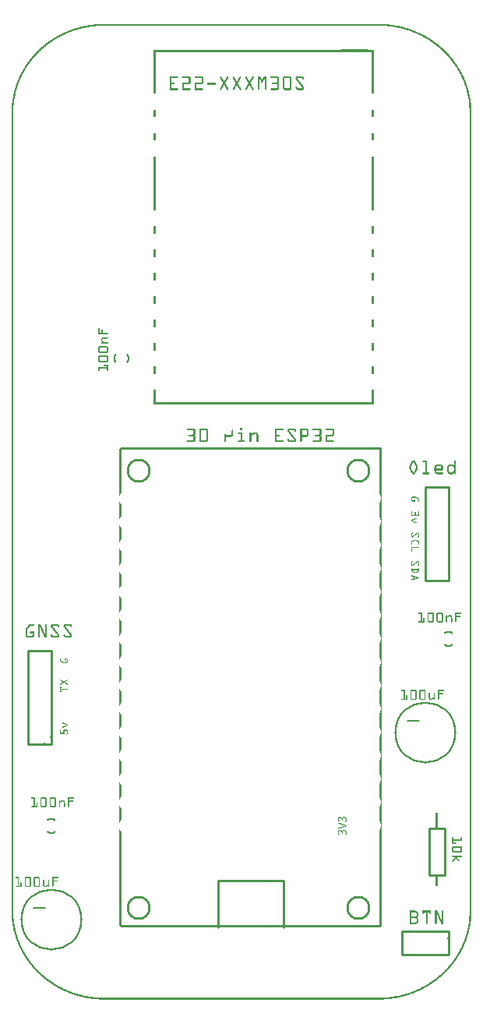
<source format=gto>
G04 MADE WITH FRITZING*
G04 WWW.FRITZING.ORG*
G04 DOUBLE SIDED*
G04 HOLES PLATED*
G04 CONTOUR ON CENTER OF CONTOUR VECTOR*
%ASAXBY*%
%FSLAX23Y23*%
%MOIN*%
%OFA0B0*%
%SFA1.0B1.0*%
%ADD10C,0.263906X0.247906*%
%ADD11C,0.103000X0.083*%
%ADD12R,0.112528X0.000000*%
%ADD13C,0.008000*%
%ADD14C,0.010000*%
%ADD15R,0.001000X0.001000*%
%LNSILK1*%
G90*
G70*
G54D10*
X170Y343D03*
X1770Y1143D03*
G54D11*
X542Y394D03*
X1483Y394D03*
X542Y2263D03*
X1483Y2263D03*
G54D12*
X1466Y4062D03*
G54D13*
X145Y393D02*
X95Y393D01*
D02*
X1745Y1193D02*
X1695Y1193D01*
G54D14*
D02*
X1853Y733D02*
X1853Y533D01*
D02*
X1853Y533D02*
X1787Y533D01*
D02*
X1787Y533D02*
X1787Y733D01*
D02*
X1787Y733D02*
X1853Y733D01*
D02*
X170Y1093D02*
X170Y1493D01*
D02*
X170Y1493D02*
X70Y1493D01*
D02*
X70Y1493D02*
X70Y1093D01*
D02*
X70Y1093D02*
X170Y1093D01*
D02*
X1770Y2193D02*
X1770Y1793D01*
D02*
X1770Y1793D02*
X1870Y1793D01*
D02*
X1870Y1793D02*
X1870Y2193D01*
D02*
X1870Y2193D02*
X1770Y2193D01*
D02*
X1870Y293D02*
X1670Y293D01*
D02*
X1670Y293D02*
X1670Y193D01*
D02*
X1670Y193D02*
X1870Y193D01*
D02*
X1870Y193D02*
X1870Y293D01*
D02*
X1578Y316D02*
X468Y316D01*
D02*
X882Y311D02*
X882Y511D01*
D02*
X1164Y311D02*
X1164Y511D01*
D02*
X882Y511D02*
X1162Y511D01*
D02*
X468Y2358D02*
X1578Y2358D01*
G54D15*
X376Y4173D02*
X1591Y4173D01*
X361Y4172D02*
X1606Y4172D01*
X351Y4171D02*
X1616Y4171D01*
X342Y4170D02*
X1625Y4170D01*
X335Y4169D02*
X1632Y4169D01*
X329Y4168D02*
X1638Y4168D01*
X323Y4167D02*
X1644Y4167D01*
X317Y4166D02*
X1650Y4166D01*
X313Y4165D02*
X375Y4165D01*
X1592Y4165D02*
X1654Y4165D01*
X308Y4164D02*
X360Y4164D01*
X1607Y4164D02*
X1659Y4164D01*
X303Y4163D02*
X350Y4163D01*
X1617Y4163D02*
X1664Y4163D01*
X299Y4162D02*
X342Y4162D01*
X1625Y4162D02*
X1668Y4162D01*
X295Y4161D02*
X334Y4161D01*
X1633Y4161D02*
X1672Y4161D01*
X291Y4160D02*
X328Y4160D01*
X1639Y4160D02*
X1676Y4160D01*
X287Y4159D02*
X322Y4159D01*
X1645Y4159D02*
X1680Y4159D01*
X284Y4158D02*
X317Y4158D01*
X1650Y4158D02*
X1683Y4158D01*
X280Y4157D02*
X312Y4157D01*
X1655Y4157D02*
X1687Y4157D01*
X277Y4156D02*
X307Y4156D01*
X1660Y4156D02*
X1690Y4156D01*
X274Y4155D02*
X303Y4155D01*
X1664Y4155D02*
X1693Y4155D01*
X271Y4154D02*
X299Y4154D01*
X1668Y4154D02*
X1696Y4154D01*
X268Y4153D02*
X295Y4153D01*
X1672Y4153D02*
X1699Y4153D01*
X265Y4152D02*
X291Y4152D01*
X1676Y4152D02*
X1702Y4152D01*
X262Y4151D02*
X287Y4151D01*
X1680Y4151D02*
X1705Y4151D01*
X259Y4150D02*
X284Y4150D01*
X1683Y4150D02*
X1708Y4150D01*
X256Y4149D02*
X280Y4149D01*
X1687Y4149D02*
X1711Y4149D01*
X253Y4148D02*
X277Y4148D01*
X1690Y4148D02*
X1714Y4148D01*
X251Y4147D02*
X274Y4147D01*
X1693Y4147D02*
X1716Y4147D01*
X248Y4146D02*
X271Y4146D01*
X1696Y4146D02*
X1719Y4146D01*
X245Y4145D02*
X268Y4145D01*
X1699Y4145D02*
X1722Y4145D01*
X243Y4144D02*
X264Y4144D01*
X1703Y4144D02*
X1724Y4144D01*
X240Y4143D02*
X261Y4143D01*
X1706Y4143D02*
X1727Y4143D01*
X238Y4142D02*
X259Y4142D01*
X1708Y4142D02*
X1729Y4142D01*
X236Y4141D02*
X256Y4141D01*
X1711Y4141D02*
X1731Y4141D01*
X233Y4140D02*
X253Y4140D01*
X1714Y4140D02*
X1734Y4140D01*
X231Y4139D02*
X251Y4139D01*
X1716Y4139D02*
X1736Y4139D01*
X229Y4138D02*
X248Y4138D01*
X1719Y4138D02*
X1738Y4138D01*
X226Y4137D02*
X245Y4137D01*
X1722Y4137D02*
X1741Y4137D01*
X224Y4136D02*
X243Y4136D01*
X1724Y4136D02*
X1743Y4136D01*
X222Y4135D02*
X241Y4135D01*
X1726Y4135D02*
X1745Y4135D01*
X220Y4134D02*
X238Y4134D01*
X1729Y4134D02*
X1747Y4134D01*
X218Y4133D02*
X236Y4133D01*
X1731Y4133D02*
X1749Y4133D01*
X216Y4132D02*
X234Y4132D01*
X1733Y4132D02*
X1751Y4132D01*
X214Y4131D02*
X231Y4131D01*
X1736Y4131D02*
X1753Y4131D01*
X212Y4130D02*
X229Y4130D01*
X1738Y4130D02*
X1755Y4130D01*
X210Y4129D02*
X227Y4129D01*
X1740Y4129D02*
X1757Y4129D01*
X208Y4128D02*
X225Y4128D01*
X1742Y4128D02*
X1759Y4128D01*
X206Y4127D02*
X223Y4127D01*
X1744Y4127D02*
X1761Y4127D01*
X204Y4126D02*
X221Y4126D01*
X1746Y4126D02*
X1763Y4126D01*
X202Y4125D02*
X219Y4125D01*
X1748Y4125D02*
X1765Y4125D01*
X200Y4124D02*
X217Y4124D01*
X1750Y4124D02*
X1767Y4124D01*
X199Y4123D02*
X215Y4123D01*
X1752Y4123D02*
X1768Y4123D01*
X197Y4122D02*
X212Y4122D01*
X1755Y4122D02*
X1770Y4122D01*
X195Y4121D02*
X210Y4121D01*
X1757Y4121D02*
X1772Y4121D01*
X193Y4120D02*
X209Y4120D01*
X1758Y4120D02*
X1774Y4120D01*
X191Y4119D02*
X207Y4119D01*
X1760Y4119D02*
X1776Y4119D01*
X190Y4118D02*
X205Y4118D01*
X1762Y4118D02*
X1777Y4118D01*
X188Y4117D02*
X203Y4117D01*
X1764Y4117D02*
X1779Y4117D01*
X186Y4116D02*
X201Y4116D01*
X1766Y4116D02*
X1781Y4116D01*
X185Y4115D02*
X199Y4115D01*
X1768Y4115D02*
X1782Y4115D01*
X183Y4114D02*
X198Y4114D01*
X1769Y4114D02*
X1784Y4114D01*
X182Y4113D02*
X196Y4113D01*
X1771Y4113D02*
X1785Y4113D01*
X180Y4112D02*
X194Y4112D01*
X1773Y4112D02*
X1787Y4112D01*
X178Y4111D02*
X192Y4111D01*
X1775Y4111D02*
X1789Y4111D01*
X177Y4110D02*
X191Y4110D01*
X1776Y4110D02*
X1790Y4110D01*
X175Y4109D02*
X189Y4109D01*
X1778Y4109D02*
X1792Y4109D01*
X173Y4108D02*
X187Y4108D01*
X1780Y4108D02*
X1794Y4108D01*
X172Y4107D02*
X186Y4107D01*
X1781Y4107D02*
X1795Y4107D01*
X171Y4106D02*
X184Y4106D01*
X1783Y4106D02*
X1796Y4106D01*
X169Y4105D02*
X183Y4105D01*
X1784Y4105D02*
X1798Y4105D01*
X168Y4104D02*
X181Y4104D01*
X1786Y4104D02*
X1799Y4104D01*
X166Y4103D02*
X179Y4103D01*
X1788Y4103D02*
X1801Y4103D01*
X165Y4102D02*
X178Y4102D01*
X1789Y4102D02*
X1802Y4102D01*
X163Y4101D02*
X176Y4101D01*
X1791Y4101D02*
X1804Y4101D01*
X162Y4100D02*
X175Y4100D01*
X1792Y4100D02*
X1805Y4100D01*
X160Y4099D02*
X173Y4099D01*
X1794Y4099D02*
X1807Y4099D01*
X159Y4098D02*
X172Y4098D01*
X1795Y4098D02*
X1808Y4098D01*
X157Y4097D02*
X170Y4097D01*
X1797Y4097D02*
X1810Y4097D01*
X156Y4096D02*
X169Y4096D01*
X1798Y4096D02*
X1811Y4096D01*
X155Y4095D02*
X167Y4095D01*
X1800Y4095D02*
X1812Y4095D01*
X153Y4094D02*
X166Y4094D01*
X1801Y4094D02*
X1814Y4094D01*
X152Y4093D02*
X165Y4093D01*
X1802Y4093D02*
X1815Y4093D01*
X151Y4092D02*
X163Y4092D01*
X1804Y4092D02*
X1816Y4092D01*
X149Y4091D02*
X162Y4091D01*
X1805Y4091D02*
X1818Y4091D01*
X148Y4090D02*
X160Y4090D01*
X1807Y4090D02*
X1819Y4090D01*
X147Y4089D02*
X159Y4089D01*
X1808Y4089D02*
X1820Y4089D01*
X145Y4088D02*
X158Y4088D01*
X1809Y4088D02*
X1822Y4088D01*
X144Y4087D02*
X156Y4087D01*
X1811Y4087D02*
X1823Y4087D01*
X143Y4086D02*
X155Y4086D01*
X1812Y4086D02*
X1824Y4086D01*
X142Y4085D02*
X154Y4085D01*
X1813Y4085D02*
X1825Y4085D01*
X141Y4084D02*
X152Y4084D01*
X1815Y4084D02*
X1826Y4084D01*
X139Y4083D02*
X151Y4083D01*
X1816Y4083D02*
X1828Y4083D01*
X138Y4082D02*
X150Y4082D01*
X1817Y4082D02*
X1829Y4082D01*
X137Y4081D02*
X148Y4081D01*
X1819Y4081D02*
X1830Y4081D01*
X136Y4080D02*
X147Y4080D01*
X1820Y4080D02*
X1831Y4080D01*
X134Y4079D02*
X146Y4079D01*
X1821Y4079D02*
X1833Y4079D01*
X133Y4078D02*
X145Y4078D01*
X1822Y4078D02*
X1834Y4078D01*
X132Y4077D02*
X144Y4077D01*
X1823Y4077D02*
X1835Y4077D01*
X131Y4076D02*
X142Y4076D01*
X1825Y4076D02*
X1836Y4076D01*
X130Y4075D02*
X141Y4075D01*
X1826Y4075D02*
X1837Y4075D01*
X129Y4074D02*
X140Y4074D01*
X1827Y4074D02*
X1838Y4074D01*
X127Y4073D02*
X139Y4073D01*
X1828Y4073D02*
X1840Y4073D01*
X126Y4072D02*
X138Y4072D01*
X1829Y4072D02*
X1841Y4072D01*
X125Y4071D02*
X136Y4071D01*
X1831Y4071D02*
X1842Y4071D01*
X124Y4070D02*
X135Y4070D01*
X1832Y4070D02*
X1843Y4070D01*
X123Y4069D02*
X134Y4069D01*
X1833Y4069D02*
X1844Y4069D01*
X122Y4068D02*
X133Y4068D01*
X1834Y4068D02*
X1845Y4068D01*
X121Y4067D02*
X132Y4067D01*
X1835Y4067D02*
X1846Y4067D01*
X120Y4066D02*
X131Y4066D01*
X1836Y4066D02*
X1847Y4066D01*
X119Y4065D02*
X130Y4065D01*
X1837Y4065D02*
X1848Y4065D01*
X118Y4064D02*
X128Y4064D01*
X1839Y4064D02*
X1849Y4064D01*
X116Y4063D02*
X127Y4063D01*
X1840Y4063D02*
X1851Y4063D01*
X115Y4062D02*
X126Y4062D01*
X606Y4062D02*
X1550Y4062D01*
X1841Y4062D02*
X1852Y4062D01*
X114Y4061D02*
X125Y4061D01*
X606Y4061D02*
X1550Y4061D01*
X1842Y4061D02*
X1853Y4061D01*
X113Y4060D02*
X124Y4060D01*
X606Y4060D02*
X1550Y4060D01*
X1843Y4060D02*
X1854Y4060D01*
X112Y4059D02*
X123Y4059D01*
X606Y4059D02*
X1550Y4059D01*
X1844Y4059D02*
X1855Y4059D01*
X111Y4058D02*
X122Y4058D01*
X606Y4058D02*
X1550Y4058D01*
X1845Y4058D02*
X1856Y4058D01*
X110Y4057D02*
X121Y4057D01*
X606Y4057D02*
X1550Y4057D01*
X1846Y4057D02*
X1857Y4057D01*
X109Y4056D02*
X120Y4056D01*
X606Y4056D02*
X1550Y4056D01*
X1847Y4056D02*
X1858Y4056D01*
X108Y4055D02*
X119Y4055D01*
X606Y4055D02*
X1550Y4055D01*
X1848Y4055D02*
X1859Y4055D01*
X107Y4054D02*
X118Y4054D01*
X606Y4054D02*
X1550Y4054D01*
X1849Y4054D02*
X1860Y4054D01*
X106Y4053D02*
X117Y4053D01*
X606Y4053D02*
X1550Y4053D01*
X1850Y4053D02*
X1861Y4053D01*
X105Y4052D02*
X116Y4052D01*
X606Y4052D02*
X616Y4052D01*
X1541Y4052D02*
X1550Y4052D01*
X1851Y4052D02*
X1862Y4052D01*
X104Y4051D02*
X115Y4051D01*
X606Y4051D02*
X615Y4051D01*
X1541Y4051D02*
X1550Y4051D01*
X1852Y4051D02*
X1863Y4051D01*
X103Y4050D02*
X114Y4050D01*
X606Y4050D02*
X615Y4050D01*
X1541Y4050D02*
X1550Y4050D01*
X1853Y4050D02*
X1864Y4050D01*
X103Y4049D02*
X113Y4049D01*
X606Y4049D02*
X615Y4049D01*
X1541Y4049D02*
X1550Y4049D01*
X1854Y4049D02*
X1864Y4049D01*
X102Y4048D02*
X112Y4048D01*
X606Y4048D02*
X615Y4048D01*
X1541Y4048D02*
X1550Y4048D01*
X1855Y4048D02*
X1865Y4048D01*
X101Y4047D02*
X111Y4047D01*
X606Y4047D02*
X615Y4047D01*
X1541Y4047D02*
X1550Y4047D01*
X1856Y4047D02*
X1866Y4047D01*
X100Y4046D02*
X110Y4046D01*
X606Y4046D02*
X615Y4046D01*
X1541Y4046D02*
X1550Y4046D01*
X1857Y4046D02*
X1867Y4046D01*
X99Y4045D02*
X109Y4045D01*
X606Y4045D02*
X615Y4045D01*
X1541Y4045D02*
X1550Y4045D01*
X1858Y4045D02*
X1868Y4045D01*
X98Y4044D02*
X108Y4044D01*
X606Y4044D02*
X615Y4044D01*
X1541Y4044D02*
X1550Y4044D01*
X1859Y4044D02*
X1869Y4044D01*
X97Y4043D02*
X107Y4043D01*
X606Y4043D02*
X615Y4043D01*
X1541Y4043D02*
X1550Y4043D01*
X1860Y4043D02*
X1870Y4043D01*
X96Y4042D02*
X106Y4042D01*
X606Y4042D02*
X615Y4042D01*
X1541Y4042D02*
X1550Y4042D01*
X1861Y4042D02*
X1871Y4042D01*
X95Y4041D02*
X105Y4041D01*
X606Y4041D02*
X615Y4041D01*
X1541Y4041D02*
X1550Y4041D01*
X1862Y4041D02*
X1872Y4041D01*
X94Y4040D02*
X104Y4040D01*
X606Y4040D02*
X615Y4040D01*
X1541Y4040D02*
X1550Y4040D01*
X1863Y4040D02*
X1873Y4040D01*
X93Y4039D02*
X103Y4039D01*
X606Y4039D02*
X615Y4039D01*
X1541Y4039D02*
X1550Y4039D01*
X1864Y4039D02*
X1874Y4039D01*
X93Y4038D02*
X102Y4038D01*
X606Y4038D02*
X615Y4038D01*
X1541Y4038D02*
X1550Y4038D01*
X1865Y4038D02*
X1874Y4038D01*
X92Y4037D02*
X101Y4037D01*
X606Y4037D02*
X615Y4037D01*
X1541Y4037D02*
X1550Y4037D01*
X1866Y4037D02*
X1875Y4037D01*
X91Y4036D02*
X101Y4036D01*
X606Y4036D02*
X615Y4036D01*
X1541Y4036D02*
X1550Y4036D01*
X1866Y4036D02*
X1876Y4036D01*
X90Y4035D02*
X100Y4035D01*
X606Y4035D02*
X615Y4035D01*
X1541Y4035D02*
X1550Y4035D01*
X1867Y4035D02*
X1877Y4035D01*
X89Y4034D02*
X99Y4034D01*
X606Y4034D02*
X615Y4034D01*
X1541Y4034D02*
X1550Y4034D01*
X1868Y4034D02*
X1878Y4034D01*
X88Y4033D02*
X98Y4033D01*
X606Y4033D02*
X615Y4033D01*
X1541Y4033D02*
X1550Y4033D01*
X1869Y4033D02*
X1879Y4033D01*
X87Y4032D02*
X97Y4032D01*
X606Y4032D02*
X615Y4032D01*
X1541Y4032D02*
X1550Y4032D01*
X1870Y4032D02*
X1880Y4032D01*
X87Y4031D02*
X96Y4031D01*
X606Y4031D02*
X615Y4031D01*
X1541Y4031D02*
X1550Y4031D01*
X1871Y4031D02*
X1880Y4031D01*
X86Y4030D02*
X95Y4030D01*
X606Y4030D02*
X615Y4030D01*
X1541Y4030D02*
X1550Y4030D01*
X1872Y4030D02*
X1881Y4030D01*
X85Y4029D02*
X94Y4029D01*
X606Y4029D02*
X615Y4029D01*
X1541Y4029D02*
X1550Y4029D01*
X1873Y4029D02*
X1882Y4029D01*
X84Y4028D02*
X93Y4028D01*
X606Y4028D02*
X615Y4028D01*
X1541Y4028D02*
X1550Y4028D01*
X1874Y4028D02*
X1883Y4028D01*
X83Y4027D02*
X93Y4027D01*
X606Y4027D02*
X615Y4027D01*
X1541Y4027D02*
X1550Y4027D01*
X1874Y4027D02*
X1884Y4027D01*
X83Y4026D02*
X92Y4026D01*
X606Y4026D02*
X615Y4026D01*
X1541Y4026D02*
X1550Y4026D01*
X1875Y4026D02*
X1884Y4026D01*
X82Y4025D02*
X91Y4025D01*
X606Y4025D02*
X615Y4025D01*
X1541Y4025D02*
X1550Y4025D01*
X1876Y4025D02*
X1885Y4025D01*
X81Y4024D02*
X90Y4024D01*
X606Y4024D02*
X615Y4024D01*
X1541Y4024D02*
X1550Y4024D01*
X1877Y4024D02*
X1886Y4024D01*
X80Y4023D02*
X89Y4023D01*
X606Y4023D02*
X615Y4023D01*
X1541Y4023D02*
X1550Y4023D01*
X1878Y4023D02*
X1887Y4023D01*
X79Y4022D02*
X89Y4022D01*
X606Y4022D02*
X615Y4022D01*
X1541Y4022D02*
X1550Y4022D01*
X1878Y4022D02*
X1888Y4022D01*
X78Y4021D02*
X88Y4021D01*
X606Y4021D02*
X615Y4021D01*
X1541Y4021D02*
X1550Y4021D01*
X1879Y4021D02*
X1889Y4021D01*
X78Y4020D02*
X87Y4020D01*
X606Y4020D02*
X615Y4020D01*
X1541Y4020D02*
X1550Y4020D01*
X1880Y4020D02*
X1889Y4020D01*
X77Y4019D02*
X86Y4019D01*
X606Y4019D02*
X615Y4019D01*
X1541Y4019D02*
X1550Y4019D01*
X1881Y4019D02*
X1890Y4019D01*
X76Y4018D02*
X85Y4018D01*
X606Y4018D02*
X615Y4018D01*
X1541Y4018D02*
X1550Y4018D01*
X1882Y4018D02*
X1891Y4018D01*
X75Y4017D02*
X84Y4017D01*
X606Y4017D02*
X615Y4017D01*
X1541Y4017D02*
X1550Y4017D01*
X1883Y4017D02*
X1891Y4017D01*
X75Y4016D02*
X84Y4016D01*
X606Y4016D02*
X615Y4016D01*
X1541Y4016D02*
X1550Y4016D01*
X1883Y4016D02*
X1892Y4016D01*
X74Y4015D02*
X83Y4015D01*
X606Y4015D02*
X615Y4015D01*
X1541Y4015D02*
X1550Y4015D01*
X1884Y4015D02*
X1893Y4015D01*
X73Y4014D02*
X82Y4014D01*
X606Y4014D02*
X615Y4014D01*
X1541Y4014D02*
X1550Y4014D01*
X1885Y4014D02*
X1894Y4014D01*
X73Y4013D02*
X81Y4013D01*
X606Y4013D02*
X615Y4013D01*
X1541Y4013D02*
X1550Y4013D01*
X1886Y4013D02*
X1894Y4013D01*
X72Y4012D02*
X81Y4012D01*
X606Y4012D02*
X615Y4012D01*
X1541Y4012D02*
X1550Y4012D01*
X1886Y4012D02*
X1895Y4012D01*
X71Y4011D02*
X80Y4011D01*
X606Y4011D02*
X615Y4011D01*
X1541Y4011D02*
X1550Y4011D01*
X1887Y4011D02*
X1896Y4011D01*
X70Y4010D02*
X79Y4010D01*
X606Y4010D02*
X615Y4010D01*
X1541Y4010D02*
X1550Y4010D01*
X1888Y4010D02*
X1897Y4010D01*
X70Y4009D02*
X78Y4009D01*
X606Y4009D02*
X615Y4009D01*
X1541Y4009D02*
X1550Y4009D01*
X1889Y4009D02*
X1897Y4009D01*
X69Y4008D02*
X78Y4008D01*
X606Y4008D02*
X615Y4008D01*
X1541Y4008D02*
X1550Y4008D01*
X1889Y4008D02*
X1898Y4008D01*
X68Y4007D02*
X77Y4007D01*
X606Y4007D02*
X615Y4007D01*
X1541Y4007D02*
X1550Y4007D01*
X1890Y4007D02*
X1899Y4007D01*
X67Y4006D02*
X76Y4006D01*
X606Y4006D02*
X615Y4006D01*
X1541Y4006D02*
X1550Y4006D01*
X1891Y4006D02*
X1900Y4006D01*
X67Y4005D02*
X75Y4005D01*
X606Y4005D02*
X615Y4005D01*
X1541Y4005D02*
X1550Y4005D01*
X1892Y4005D02*
X1900Y4005D01*
X66Y4004D02*
X75Y4004D01*
X606Y4004D02*
X615Y4004D01*
X1541Y4004D02*
X1550Y4004D01*
X1892Y4004D02*
X1901Y4004D01*
X65Y4003D02*
X74Y4003D01*
X606Y4003D02*
X615Y4003D01*
X1541Y4003D02*
X1550Y4003D01*
X1893Y4003D02*
X1902Y4003D01*
X65Y4002D02*
X73Y4002D01*
X606Y4002D02*
X615Y4002D01*
X1541Y4002D02*
X1550Y4002D01*
X1894Y4002D02*
X1902Y4002D01*
X64Y4001D02*
X73Y4001D01*
X606Y4001D02*
X615Y4001D01*
X1541Y4001D02*
X1550Y4001D01*
X1894Y4001D02*
X1903Y4001D01*
X63Y4000D02*
X72Y4000D01*
X606Y4000D02*
X615Y4000D01*
X1541Y4000D02*
X1550Y4000D01*
X1895Y4000D02*
X1904Y4000D01*
X63Y3999D02*
X71Y3999D01*
X606Y3999D02*
X615Y3999D01*
X1541Y3999D02*
X1550Y3999D01*
X1896Y3999D02*
X1904Y3999D01*
X62Y3998D02*
X71Y3998D01*
X606Y3998D02*
X615Y3998D01*
X1541Y3998D02*
X1550Y3998D01*
X1896Y3998D02*
X1905Y3998D01*
X61Y3997D02*
X70Y3997D01*
X606Y3997D02*
X615Y3997D01*
X1541Y3997D02*
X1550Y3997D01*
X1897Y3997D02*
X1906Y3997D01*
X61Y3996D02*
X69Y3996D01*
X606Y3996D02*
X615Y3996D01*
X1541Y3996D02*
X1550Y3996D01*
X1898Y3996D02*
X1906Y3996D01*
X60Y3995D02*
X69Y3995D01*
X606Y3995D02*
X615Y3995D01*
X1541Y3995D02*
X1550Y3995D01*
X1898Y3995D02*
X1907Y3995D01*
X59Y3994D02*
X68Y3994D01*
X606Y3994D02*
X615Y3994D01*
X1541Y3994D02*
X1550Y3994D01*
X1899Y3994D02*
X1908Y3994D01*
X59Y3993D02*
X67Y3993D01*
X606Y3993D02*
X615Y3993D01*
X1541Y3993D02*
X1550Y3993D01*
X1900Y3993D02*
X1908Y3993D01*
X58Y3992D02*
X66Y3992D01*
X606Y3992D02*
X615Y3992D01*
X1541Y3992D02*
X1550Y3992D01*
X1901Y3992D02*
X1909Y3992D01*
X57Y3991D02*
X66Y3991D01*
X606Y3991D02*
X615Y3991D01*
X1541Y3991D02*
X1550Y3991D01*
X1901Y3991D02*
X1910Y3991D01*
X57Y3990D02*
X65Y3990D01*
X606Y3990D02*
X615Y3990D01*
X1541Y3990D02*
X1550Y3990D01*
X1902Y3990D02*
X1910Y3990D01*
X56Y3989D02*
X64Y3989D01*
X606Y3989D02*
X615Y3989D01*
X1541Y3989D02*
X1550Y3989D01*
X1903Y3989D02*
X1911Y3989D01*
X56Y3988D02*
X64Y3988D01*
X606Y3988D02*
X615Y3988D01*
X1541Y3988D02*
X1550Y3988D01*
X1903Y3988D02*
X1911Y3988D01*
X55Y3987D02*
X63Y3987D01*
X606Y3987D02*
X615Y3987D01*
X1541Y3987D02*
X1550Y3987D01*
X1904Y3987D02*
X1912Y3987D01*
X54Y3986D02*
X63Y3986D01*
X606Y3986D02*
X615Y3986D01*
X1541Y3986D02*
X1550Y3986D01*
X1904Y3986D02*
X1913Y3986D01*
X54Y3985D02*
X62Y3985D01*
X606Y3985D02*
X615Y3985D01*
X1541Y3985D02*
X1550Y3985D01*
X1905Y3985D02*
X1913Y3985D01*
X53Y3984D02*
X61Y3984D01*
X606Y3984D02*
X615Y3984D01*
X1541Y3984D02*
X1550Y3984D01*
X1906Y3984D02*
X1914Y3984D01*
X53Y3983D02*
X61Y3983D01*
X606Y3983D02*
X615Y3983D01*
X1541Y3983D02*
X1550Y3983D01*
X1906Y3983D02*
X1914Y3983D01*
X52Y3982D02*
X60Y3982D01*
X606Y3982D02*
X615Y3982D01*
X1541Y3982D02*
X1550Y3982D01*
X1907Y3982D02*
X1915Y3982D01*
X51Y3981D02*
X60Y3981D01*
X606Y3981D02*
X615Y3981D01*
X1541Y3981D02*
X1550Y3981D01*
X1907Y3981D02*
X1916Y3981D01*
X51Y3980D02*
X59Y3980D01*
X606Y3980D02*
X615Y3980D01*
X1541Y3980D02*
X1550Y3980D01*
X1908Y3980D02*
X1916Y3980D01*
X50Y3979D02*
X58Y3979D01*
X606Y3979D02*
X615Y3979D01*
X1541Y3979D02*
X1550Y3979D01*
X1909Y3979D02*
X1917Y3979D01*
X50Y3978D02*
X58Y3978D01*
X606Y3978D02*
X615Y3978D01*
X1541Y3978D02*
X1550Y3978D01*
X1909Y3978D02*
X1917Y3978D01*
X49Y3977D02*
X57Y3977D01*
X606Y3977D02*
X615Y3977D01*
X1541Y3977D02*
X1550Y3977D01*
X1910Y3977D02*
X1918Y3977D01*
X48Y3976D02*
X57Y3976D01*
X606Y3976D02*
X615Y3976D01*
X1541Y3976D02*
X1550Y3976D01*
X1910Y3976D02*
X1919Y3976D01*
X48Y3975D02*
X56Y3975D01*
X606Y3975D02*
X615Y3975D01*
X1541Y3975D02*
X1550Y3975D01*
X1911Y3975D02*
X1919Y3975D01*
X47Y3974D02*
X55Y3974D01*
X606Y3974D02*
X615Y3974D01*
X1541Y3974D02*
X1550Y3974D01*
X1912Y3974D02*
X1920Y3974D01*
X47Y3973D02*
X55Y3973D01*
X606Y3973D02*
X615Y3973D01*
X1541Y3973D02*
X1550Y3973D01*
X1912Y3973D02*
X1920Y3973D01*
X46Y3972D02*
X54Y3972D01*
X606Y3972D02*
X615Y3972D01*
X1541Y3972D02*
X1550Y3972D01*
X1913Y3972D02*
X1921Y3972D01*
X46Y3971D02*
X54Y3971D01*
X606Y3971D02*
X615Y3971D01*
X1541Y3971D02*
X1550Y3971D01*
X1913Y3971D02*
X1921Y3971D01*
X45Y3970D02*
X53Y3970D01*
X606Y3970D02*
X615Y3970D01*
X1541Y3970D02*
X1550Y3970D01*
X1914Y3970D02*
X1922Y3970D01*
X45Y3969D02*
X52Y3969D01*
X606Y3969D02*
X615Y3969D01*
X1541Y3969D02*
X1550Y3969D01*
X1915Y3969D02*
X1922Y3969D01*
X44Y3968D02*
X52Y3968D01*
X606Y3968D02*
X615Y3968D01*
X1541Y3968D02*
X1550Y3968D01*
X1915Y3968D02*
X1923Y3968D01*
X43Y3967D02*
X51Y3967D01*
X606Y3967D02*
X615Y3967D01*
X1541Y3967D02*
X1550Y3967D01*
X1916Y3967D02*
X1924Y3967D01*
X43Y3966D02*
X51Y3966D01*
X606Y3966D02*
X615Y3966D01*
X1541Y3966D02*
X1550Y3966D01*
X1916Y3966D02*
X1924Y3966D01*
X42Y3965D02*
X50Y3965D01*
X606Y3965D02*
X615Y3965D01*
X1541Y3965D02*
X1550Y3965D01*
X1917Y3965D02*
X1925Y3965D01*
X42Y3964D02*
X50Y3964D01*
X606Y3964D02*
X615Y3964D01*
X1541Y3964D02*
X1550Y3964D01*
X1917Y3964D02*
X1925Y3964D01*
X41Y3963D02*
X49Y3963D01*
X606Y3963D02*
X615Y3963D01*
X1541Y3963D02*
X1550Y3963D01*
X1918Y3963D02*
X1926Y3963D01*
X41Y3962D02*
X49Y3962D01*
X606Y3962D02*
X615Y3962D01*
X1541Y3962D02*
X1550Y3962D01*
X1918Y3962D02*
X1926Y3962D01*
X40Y3961D02*
X48Y3961D01*
X606Y3961D02*
X615Y3961D01*
X1541Y3961D02*
X1550Y3961D01*
X1919Y3961D02*
X1927Y3961D01*
X40Y3960D02*
X48Y3960D01*
X606Y3960D02*
X615Y3960D01*
X1541Y3960D02*
X1550Y3960D01*
X1919Y3960D02*
X1927Y3960D01*
X39Y3959D02*
X47Y3959D01*
X606Y3959D02*
X615Y3959D01*
X1541Y3959D02*
X1550Y3959D01*
X1920Y3959D02*
X1928Y3959D01*
X39Y3958D02*
X47Y3958D01*
X606Y3958D02*
X615Y3958D01*
X1541Y3958D02*
X1550Y3958D01*
X1920Y3958D02*
X1928Y3958D01*
X38Y3957D02*
X46Y3957D01*
X606Y3957D02*
X615Y3957D01*
X1541Y3957D02*
X1550Y3957D01*
X1921Y3957D02*
X1929Y3957D01*
X38Y3956D02*
X45Y3956D01*
X606Y3956D02*
X615Y3956D01*
X1541Y3956D02*
X1550Y3956D01*
X1922Y3956D02*
X1929Y3956D01*
X37Y3955D02*
X45Y3955D01*
X606Y3955D02*
X615Y3955D01*
X1541Y3955D02*
X1550Y3955D01*
X1922Y3955D02*
X1930Y3955D01*
X37Y3954D02*
X44Y3954D01*
X606Y3954D02*
X615Y3954D01*
X1541Y3954D02*
X1550Y3954D01*
X1923Y3954D02*
X1930Y3954D01*
X36Y3953D02*
X44Y3953D01*
X606Y3953D02*
X615Y3953D01*
X1541Y3953D02*
X1550Y3953D01*
X1923Y3953D02*
X1931Y3953D01*
X36Y3952D02*
X44Y3952D01*
X606Y3952D02*
X615Y3952D01*
X1541Y3952D02*
X1550Y3952D01*
X1923Y3952D02*
X1931Y3952D01*
X35Y3951D02*
X43Y3951D01*
X606Y3951D02*
X615Y3951D01*
X1541Y3951D02*
X1550Y3951D01*
X1924Y3951D02*
X1932Y3951D01*
X35Y3950D02*
X43Y3950D01*
X606Y3950D02*
X615Y3950D01*
X1541Y3950D02*
X1550Y3950D01*
X1924Y3950D02*
X1932Y3950D01*
X34Y3949D02*
X42Y3949D01*
X606Y3949D02*
X615Y3949D01*
X676Y3949D02*
X709Y3949D01*
X732Y3949D02*
X760Y3949D01*
X786Y3949D02*
X814Y3949D01*
X894Y3949D02*
X895Y3949D01*
X924Y3949D02*
X925Y3949D01*
X948Y3949D02*
X949Y3949D01*
X978Y3949D02*
X979Y3949D01*
X1002Y3949D02*
X1003Y3949D01*
X1032Y3949D02*
X1033Y3949D01*
X1054Y3949D02*
X1062Y3949D01*
X1081Y3949D02*
X1090Y3949D01*
X1110Y3949D02*
X1138Y3949D01*
X1167Y3949D02*
X1192Y3949D01*
X1222Y3949D02*
X1243Y3949D01*
X1541Y3949D02*
X1550Y3949D01*
X1925Y3949D02*
X1933Y3949D01*
X34Y3948D02*
X42Y3948D01*
X606Y3948D02*
X615Y3948D01*
X676Y3948D02*
X711Y3948D01*
X731Y3948D02*
X762Y3948D01*
X785Y3948D02*
X816Y3948D01*
X893Y3948D02*
X897Y3948D01*
X922Y3948D02*
X927Y3948D01*
X947Y3948D02*
X951Y3948D01*
X976Y3948D02*
X981Y3948D01*
X1000Y3948D02*
X1005Y3948D01*
X1030Y3948D02*
X1035Y3948D01*
X1053Y3948D02*
X1063Y3948D01*
X1080Y3948D02*
X1090Y3948D01*
X1108Y3948D02*
X1140Y3948D01*
X1165Y3948D02*
X1194Y3948D01*
X1219Y3948D02*
X1246Y3948D01*
X1541Y3948D02*
X1550Y3948D01*
X1925Y3948D02*
X1933Y3948D01*
X34Y3947D02*
X41Y3947D01*
X606Y3947D02*
X615Y3947D01*
X676Y3947D02*
X712Y3947D01*
X730Y3947D02*
X764Y3947D01*
X784Y3947D02*
X818Y3947D01*
X892Y3947D02*
X898Y3947D01*
X921Y3947D02*
X927Y3947D01*
X946Y3947D02*
X952Y3947D01*
X975Y3947D02*
X981Y3947D01*
X1000Y3947D02*
X1006Y3947D01*
X1029Y3947D02*
X1035Y3947D01*
X1053Y3947D02*
X1063Y3947D01*
X1080Y3947D02*
X1090Y3947D01*
X1108Y3947D02*
X1141Y3947D01*
X1164Y3947D02*
X1195Y3947D01*
X1218Y3947D02*
X1248Y3947D01*
X1541Y3947D02*
X1550Y3947D01*
X1926Y3947D02*
X1933Y3947D01*
X33Y3946D02*
X41Y3946D01*
X606Y3946D02*
X615Y3946D01*
X676Y3946D02*
X712Y3946D01*
X730Y3946D02*
X764Y3946D01*
X784Y3946D02*
X818Y3946D01*
X892Y3946D02*
X898Y3946D01*
X921Y3946D02*
X928Y3946D01*
X946Y3946D02*
X952Y3946D01*
X975Y3946D02*
X982Y3946D01*
X1000Y3946D02*
X1006Y3946D01*
X1029Y3946D02*
X1036Y3946D01*
X1053Y3946D02*
X1064Y3946D01*
X1079Y3946D02*
X1090Y3946D01*
X1107Y3946D02*
X1142Y3946D01*
X1163Y3946D02*
X1196Y3946D01*
X1217Y3946D02*
X1249Y3946D01*
X1541Y3946D02*
X1550Y3946D01*
X1926Y3946D02*
X1934Y3946D01*
X33Y3945D02*
X40Y3945D01*
X606Y3945D02*
X615Y3945D01*
X676Y3945D02*
X712Y3945D01*
X730Y3945D02*
X765Y3945D01*
X784Y3945D02*
X819Y3945D01*
X892Y3945D02*
X899Y3945D01*
X920Y3945D02*
X928Y3945D01*
X945Y3945D02*
X953Y3945D01*
X974Y3945D02*
X982Y3945D01*
X999Y3945D02*
X1007Y3945D01*
X1028Y3945D02*
X1036Y3945D01*
X1053Y3945D02*
X1065Y3945D01*
X1078Y3945D02*
X1090Y3945D01*
X1107Y3945D02*
X1143Y3945D01*
X1162Y3945D02*
X1197Y3945D01*
X1216Y3945D02*
X1250Y3945D01*
X1541Y3945D02*
X1550Y3945D01*
X1927Y3945D02*
X1934Y3945D01*
X32Y3944D02*
X40Y3944D01*
X606Y3944D02*
X615Y3944D01*
X676Y3944D02*
X712Y3944D01*
X730Y3944D02*
X765Y3944D01*
X784Y3944D02*
X819Y3944D01*
X892Y3944D02*
X899Y3944D01*
X920Y3944D02*
X927Y3944D01*
X946Y3944D02*
X953Y3944D01*
X974Y3944D02*
X981Y3944D01*
X1000Y3944D02*
X1007Y3944D01*
X1028Y3944D02*
X1035Y3944D01*
X1053Y3944D02*
X1065Y3944D01*
X1078Y3944D02*
X1090Y3944D01*
X1108Y3944D02*
X1143Y3944D01*
X1162Y3944D02*
X1197Y3944D01*
X1216Y3944D02*
X1250Y3944D01*
X1541Y3944D02*
X1550Y3944D01*
X1927Y3944D02*
X1935Y3944D01*
X32Y3943D02*
X39Y3943D01*
X606Y3943D02*
X615Y3943D01*
X676Y3943D02*
X711Y3943D01*
X731Y3943D02*
X766Y3943D01*
X784Y3943D02*
X820Y3943D01*
X892Y3943D02*
X900Y3943D01*
X919Y3943D02*
X927Y3943D01*
X946Y3943D02*
X954Y3943D01*
X973Y3943D02*
X981Y3943D01*
X1000Y3943D02*
X1008Y3943D01*
X1027Y3943D02*
X1035Y3943D01*
X1053Y3943D02*
X1066Y3943D01*
X1077Y3943D02*
X1090Y3943D01*
X1108Y3943D02*
X1144Y3943D01*
X1161Y3943D02*
X1198Y3943D01*
X1216Y3943D02*
X1251Y3943D01*
X1541Y3943D02*
X1550Y3943D01*
X1928Y3943D02*
X1935Y3943D01*
X31Y3942D02*
X39Y3942D01*
X606Y3942D02*
X615Y3942D01*
X676Y3942D02*
X710Y3942D01*
X732Y3942D02*
X766Y3942D01*
X786Y3942D02*
X820Y3942D01*
X893Y3942D02*
X901Y3942D01*
X919Y3942D02*
X926Y3942D01*
X947Y3942D02*
X955Y3942D01*
X973Y3942D02*
X980Y3942D01*
X1001Y3942D02*
X1009Y3942D01*
X1026Y3942D02*
X1034Y3942D01*
X1053Y3942D02*
X1067Y3942D01*
X1076Y3942D02*
X1090Y3942D01*
X1110Y3942D02*
X1144Y3942D01*
X1161Y3942D02*
X1198Y3942D01*
X1215Y3942D02*
X1251Y3942D01*
X1541Y3942D02*
X1550Y3942D01*
X1928Y3942D02*
X1936Y3942D01*
X31Y3941D02*
X38Y3941D01*
X606Y3941D02*
X615Y3941D01*
X676Y3941D02*
X682Y3941D01*
X759Y3941D02*
X766Y3941D01*
X813Y3941D02*
X820Y3941D01*
X893Y3941D02*
X901Y3941D01*
X918Y3941D02*
X926Y3941D01*
X947Y3941D02*
X955Y3941D01*
X972Y3941D02*
X980Y3941D01*
X1001Y3941D02*
X1009Y3941D01*
X1026Y3941D02*
X1034Y3941D01*
X1053Y3941D02*
X1068Y3941D01*
X1075Y3941D02*
X1090Y3941D01*
X1137Y3941D02*
X1144Y3941D01*
X1161Y3941D02*
X1168Y3941D01*
X1191Y3941D02*
X1198Y3941D01*
X1215Y3941D02*
X1222Y3941D01*
X1244Y3941D02*
X1251Y3941D01*
X1541Y3941D02*
X1550Y3941D01*
X1929Y3941D02*
X1936Y3941D01*
X30Y3940D02*
X38Y3940D01*
X606Y3940D02*
X615Y3940D01*
X676Y3940D02*
X682Y3940D01*
X759Y3940D02*
X766Y3940D01*
X813Y3940D02*
X820Y3940D01*
X894Y3940D02*
X902Y3940D01*
X917Y3940D02*
X925Y3940D01*
X948Y3940D02*
X956Y3940D01*
X971Y3940D02*
X979Y3940D01*
X1002Y3940D02*
X1010Y3940D01*
X1025Y3940D02*
X1033Y3940D01*
X1053Y3940D02*
X1068Y3940D01*
X1075Y3940D02*
X1090Y3940D01*
X1137Y3940D02*
X1144Y3940D01*
X1161Y3940D02*
X1168Y3940D01*
X1191Y3940D02*
X1198Y3940D01*
X1215Y3940D02*
X1222Y3940D01*
X1245Y3940D02*
X1252Y3940D01*
X1541Y3940D02*
X1550Y3940D01*
X1929Y3940D02*
X1937Y3940D01*
X30Y3939D02*
X37Y3939D01*
X606Y3939D02*
X615Y3939D01*
X676Y3939D02*
X682Y3939D01*
X759Y3939D02*
X766Y3939D01*
X813Y3939D02*
X820Y3939D01*
X895Y3939D02*
X902Y3939D01*
X917Y3939D02*
X925Y3939D01*
X949Y3939D02*
X956Y3939D01*
X971Y3939D02*
X979Y3939D01*
X1003Y3939D02*
X1010Y3939D01*
X1025Y3939D02*
X1033Y3939D01*
X1053Y3939D02*
X1069Y3939D01*
X1074Y3939D02*
X1090Y3939D01*
X1137Y3939D02*
X1144Y3939D01*
X1161Y3939D02*
X1168Y3939D01*
X1191Y3939D02*
X1198Y3939D01*
X1215Y3939D02*
X1223Y3939D01*
X1245Y3939D02*
X1252Y3939D01*
X1541Y3939D02*
X1550Y3939D01*
X1930Y3939D02*
X1937Y3939D01*
X30Y3938D02*
X37Y3938D01*
X606Y3938D02*
X615Y3938D01*
X676Y3938D02*
X682Y3938D01*
X759Y3938D02*
X766Y3938D01*
X813Y3938D02*
X820Y3938D01*
X895Y3938D02*
X903Y3938D01*
X916Y3938D02*
X924Y3938D01*
X949Y3938D02*
X957Y3938D01*
X970Y3938D02*
X978Y3938D01*
X1003Y3938D02*
X1011Y3938D01*
X1024Y3938D02*
X1032Y3938D01*
X1053Y3938D02*
X1070Y3938D01*
X1073Y3938D02*
X1090Y3938D01*
X1137Y3938D02*
X1144Y3938D01*
X1161Y3938D02*
X1168Y3938D01*
X1191Y3938D02*
X1198Y3938D01*
X1216Y3938D02*
X1224Y3938D01*
X1245Y3938D02*
X1251Y3938D01*
X1541Y3938D02*
X1550Y3938D01*
X1930Y3938D02*
X1937Y3938D01*
X29Y3937D02*
X37Y3937D01*
X606Y3937D02*
X615Y3937D01*
X676Y3937D02*
X682Y3937D01*
X759Y3937D02*
X766Y3937D01*
X813Y3937D02*
X820Y3937D01*
X896Y3937D02*
X904Y3937D01*
X916Y3937D02*
X923Y3937D01*
X950Y3937D02*
X958Y3937D01*
X970Y3937D02*
X977Y3937D01*
X1004Y3937D02*
X1012Y3937D01*
X1024Y3937D02*
X1031Y3937D01*
X1053Y3937D02*
X1060Y3937D01*
X1062Y3937D02*
X1070Y3937D01*
X1073Y3937D02*
X1081Y3937D01*
X1083Y3937D02*
X1090Y3937D01*
X1137Y3937D02*
X1144Y3937D01*
X1161Y3937D02*
X1168Y3937D01*
X1191Y3937D02*
X1198Y3937D01*
X1216Y3937D02*
X1224Y3937D01*
X1246Y3937D02*
X1251Y3937D01*
X1541Y3937D02*
X1550Y3937D01*
X1930Y3937D02*
X1938Y3937D01*
X29Y3936D02*
X36Y3936D01*
X606Y3936D02*
X615Y3936D01*
X676Y3936D02*
X682Y3936D01*
X759Y3936D02*
X766Y3936D01*
X813Y3936D02*
X820Y3936D01*
X896Y3936D02*
X904Y3936D01*
X915Y3936D02*
X923Y3936D01*
X950Y3936D02*
X958Y3936D01*
X969Y3936D02*
X977Y3936D01*
X1004Y3936D02*
X1012Y3936D01*
X1023Y3936D02*
X1031Y3936D01*
X1053Y3936D02*
X1060Y3936D01*
X1063Y3936D02*
X1080Y3936D01*
X1083Y3936D02*
X1090Y3936D01*
X1137Y3936D02*
X1144Y3936D01*
X1161Y3936D02*
X1168Y3936D01*
X1191Y3936D02*
X1198Y3936D01*
X1217Y3936D02*
X1225Y3936D01*
X1247Y3936D02*
X1250Y3936D01*
X1541Y3936D02*
X1550Y3936D01*
X1931Y3936D02*
X1938Y3936D01*
X28Y3935D02*
X36Y3935D01*
X606Y3935D02*
X615Y3935D01*
X676Y3935D02*
X682Y3935D01*
X759Y3935D02*
X766Y3935D01*
X813Y3935D02*
X820Y3935D01*
X897Y3935D02*
X905Y3935D01*
X914Y3935D02*
X922Y3935D01*
X951Y3935D02*
X959Y3935D01*
X968Y3935D02*
X976Y3935D01*
X1005Y3935D02*
X1013Y3935D01*
X1022Y3935D02*
X1030Y3935D01*
X1053Y3935D02*
X1060Y3935D01*
X1064Y3935D02*
X1079Y3935D01*
X1083Y3935D02*
X1090Y3935D01*
X1137Y3935D02*
X1144Y3935D01*
X1161Y3935D02*
X1168Y3935D01*
X1191Y3935D02*
X1198Y3935D01*
X1217Y3935D02*
X1226Y3935D01*
X1541Y3935D02*
X1550Y3935D01*
X1931Y3935D02*
X1939Y3935D01*
X28Y3934D02*
X35Y3934D01*
X606Y3934D02*
X615Y3934D01*
X676Y3934D02*
X682Y3934D01*
X759Y3934D02*
X766Y3934D01*
X813Y3934D02*
X820Y3934D01*
X897Y3934D02*
X905Y3934D01*
X914Y3934D02*
X922Y3934D01*
X951Y3934D02*
X959Y3934D01*
X968Y3934D02*
X976Y3934D01*
X1005Y3934D02*
X1013Y3934D01*
X1022Y3934D02*
X1030Y3934D01*
X1053Y3934D02*
X1060Y3934D01*
X1064Y3934D02*
X1079Y3934D01*
X1083Y3934D02*
X1090Y3934D01*
X1137Y3934D02*
X1144Y3934D01*
X1161Y3934D02*
X1168Y3934D01*
X1191Y3934D02*
X1198Y3934D01*
X1218Y3934D02*
X1227Y3934D01*
X1541Y3934D02*
X1550Y3934D01*
X1932Y3934D02*
X1939Y3934D01*
X27Y3933D02*
X35Y3933D01*
X606Y3933D02*
X615Y3933D01*
X676Y3933D02*
X682Y3933D01*
X759Y3933D02*
X766Y3933D01*
X813Y3933D02*
X820Y3933D01*
X898Y3933D02*
X906Y3933D01*
X913Y3933D02*
X921Y3933D01*
X952Y3933D02*
X960Y3933D01*
X967Y3933D02*
X975Y3933D01*
X1006Y3933D02*
X1014Y3933D01*
X1021Y3933D02*
X1029Y3933D01*
X1053Y3933D02*
X1060Y3933D01*
X1065Y3933D02*
X1078Y3933D01*
X1083Y3933D02*
X1090Y3933D01*
X1137Y3933D02*
X1144Y3933D01*
X1161Y3933D02*
X1168Y3933D01*
X1191Y3933D02*
X1198Y3933D01*
X1219Y3933D02*
X1228Y3933D01*
X1541Y3933D02*
X1550Y3933D01*
X1932Y3933D02*
X1940Y3933D01*
X27Y3932D02*
X35Y3932D01*
X606Y3932D02*
X615Y3932D01*
X676Y3932D02*
X682Y3932D01*
X759Y3932D02*
X766Y3932D01*
X813Y3932D02*
X820Y3932D01*
X899Y3932D02*
X907Y3932D01*
X913Y3932D02*
X921Y3932D01*
X953Y3932D02*
X960Y3932D01*
X967Y3932D02*
X974Y3932D01*
X1007Y3932D02*
X1014Y3932D01*
X1021Y3932D02*
X1028Y3932D01*
X1053Y3932D02*
X1060Y3932D01*
X1066Y3932D02*
X1077Y3932D01*
X1083Y3932D02*
X1090Y3932D01*
X1137Y3932D02*
X1144Y3932D01*
X1161Y3932D02*
X1168Y3932D01*
X1191Y3932D02*
X1198Y3932D01*
X1220Y3932D02*
X1228Y3932D01*
X1541Y3932D02*
X1550Y3932D01*
X1932Y3932D02*
X1940Y3932D01*
X27Y3931D02*
X34Y3931D01*
X606Y3931D02*
X615Y3931D01*
X676Y3931D02*
X682Y3931D01*
X759Y3931D02*
X766Y3931D01*
X813Y3931D02*
X820Y3931D01*
X899Y3931D02*
X907Y3931D01*
X912Y3931D02*
X920Y3931D01*
X953Y3931D02*
X961Y3931D01*
X966Y3931D02*
X974Y3931D01*
X1007Y3931D02*
X1015Y3931D01*
X1020Y3931D02*
X1028Y3931D01*
X1053Y3931D02*
X1060Y3931D01*
X1066Y3931D02*
X1077Y3931D01*
X1083Y3931D02*
X1090Y3931D01*
X1137Y3931D02*
X1144Y3931D01*
X1161Y3931D02*
X1168Y3931D01*
X1191Y3931D02*
X1198Y3931D01*
X1220Y3931D02*
X1229Y3931D01*
X1541Y3931D02*
X1550Y3931D01*
X1933Y3931D02*
X1940Y3931D01*
X26Y3930D02*
X34Y3930D01*
X606Y3930D02*
X615Y3930D01*
X676Y3930D02*
X682Y3930D01*
X759Y3930D02*
X766Y3930D01*
X813Y3930D02*
X820Y3930D01*
X900Y3930D02*
X908Y3930D01*
X912Y3930D02*
X919Y3930D01*
X954Y3930D02*
X962Y3930D01*
X966Y3930D02*
X973Y3930D01*
X1008Y3930D02*
X1016Y3930D01*
X1019Y3930D02*
X1027Y3930D01*
X1053Y3930D02*
X1060Y3930D01*
X1067Y3930D02*
X1076Y3930D01*
X1083Y3930D02*
X1090Y3930D01*
X1137Y3930D02*
X1144Y3930D01*
X1161Y3930D02*
X1168Y3930D01*
X1191Y3930D02*
X1198Y3930D01*
X1221Y3930D02*
X1230Y3930D01*
X1541Y3930D02*
X1550Y3930D01*
X1933Y3930D02*
X1941Y3930D01*
X26Y3929D02*
X33Y3929D01*
X606Y3929D02*
X615Y3929D01*
X676Y3929D02*
X682Y3929D01*
X759Y3929D02*
X766Y3929D01*
X813Y3929D02*
X820Y3929D01*
X900Y3929D02*
X908Y3929D01*
X911Y3929D02*
X919Y3929D01*
X954Y3929D02*
X962Y3929D01*
X965Y3929D02*
X973Y3929D01*
X1008Y3929D02*
X1016Y3929D01*
X1019Y3929D02*
X1027Y3929D01*
X1053Y3929D02*
X1060Y3929D01*
X1068Y3929D02*
X1075Y3929D01*
X1083Y3929D02*
X1090Y3929D01*
X1137Y3929D02*
X1144Y3929D01*
X1161Y3929D02*
X1168Y3929D01*
X1191Y3929D02*
X1198Y3929D01*
X1222Y3929D02*
X1231Y3929D01*
X1541Y3929D02*
X1550Y3929D01*
X1934Y3929D02*
X1941Y3929D01*
X25Y3928D02*
X33Y3928D01*
X606Y3928D02*
X615Y3928D01*
X676Y3928D02*
X682Y3928D01*
X759Y3928D02*
X766Y3928D01*
X813Y3928D02*
X820Y3928D01*
X901Y3928D02*
X918Y3928D01*
X955Y3928D02*
X972Y3928D01*
X1009Y3928D02*
X1026Y3928D01*
X1053Y3928D02*
X1060Y3928D01*
X1068Y3928D02*
X1075Y3928D01*
X1083Y3928D02*
X1090Y3928D01*
X1137Y3928D02*
X1144Y3928D01*
X1161Y3928D02*
X1168Y3928D01*
X1191Y3928D02*
X1198Y3928D01*
X1223Y3928D02*
X1231Y3928D01*
X1541Y3928D02*
X1550Y3928D01*
X1934Y3928D02*
X1942Y3928D01*
X25Y3927D02*
X32Y3927D01*
X606Y3927D02*
X615Y3927D01*
X676Y3927D02*
X682Y3927D01*
X759Y3927D02*
X766Y3927D01*
X813Y3927D02*
X820Y3927D01*
X902Y3927D02*
X918Y3927D01*
X956Y3927D02*
X972Y3927D01*
X1010Y3927D02*
X1026Y3927D01*
X1053Y3927D02*
X1060Y3927D01*
X1068Y3927D02*
X1075Y3927D01*
X1083Y3927D02*
X1090Y3927D01*
X1137Y3927D02*
X1144Y3927D01*
X1161Y3927D02*
X1168Y3927D01*
X1191Y3927D02*
X1198Y3927D01*
X1224Y3927D02*
X1232Y3927D01*
X1541Y3927D02*
X1550Y3927D01*
X1935Y3927D02*
X1942Y3927D01*
X25Y3926D02*
X32Y3926D01*
X606Y3926D02*
X615Y3926D01*
X676Y3926D02*
X682Y3926D01*
X759Y3926D02*
X766Y3926D01*
X813Y3926D02*
X820Y3926D01*
X902Y3926D02*
X917Y3926D01*
X956Y3926D02*
X971Y3926D01*
X1010Y3926D02*
X1025Y3926D01*
X1053Y3926D02*
X1060Y3926D01*
X1068Y3926D02*
X1075Y3926D01*
X1083Y3926D02*
X1090Y3926D01*
X1137Y3926D02*
X1144Y3926D01*
X1161Y3926D02*
X1168Y3926D01*
X1191Y3926D02*
X1198Y3926D01*
X1224Y3926D02*
X1233Y3926D01*
X1541Y3926D02*
X1550Y3926D01*
X1935Y3926D02*
X1942Y3926D01*
X24Y3925D02*
X32Y3925D01*
X606Y3925D02*
X615Y3925D01*
X676Y3925D02*
X682Y3925D01*
X759Y3925D02*
X766Y3925D01*
X813Y3925D02*
X820Y3925D01*
X903Y3925D02*
X916Y3925D01*
X957Y3925D02*
X970Y3925D01*
X1011Y3925D02*
X1024Y3925D01*
X1053Y3925D02*
X1060Y3925D01*
X1069Y3925D02*
X1074Y3925D01*
X1083Y3925D02*
X1090Y3925D01*
X1136Y3925D02*
X1143Y3925D01*
X1161Y3925D02*
X1168Y3925D01*
X1191Y3925D02*
X1198Y3925D01*
X1225Y3925D02*
X1234Y3925D01*
X1541Y3925D02*
X1550Y3925D01*
X1935Y3925D02*
X1943Y3925D01*
X24Y3924D02*
X31Y3924D01*
X606Y3924D02*
X615Y3924D01*
X676Y3924D02*
X682Y3924D01*
X759Y3924D02*
X766Y3924D01*
X813Y3924D02*
X820Y3924D01*
X903Y3924D02*
X916Y3924D01*
X957Y3924D02*
X970Y3924D01*
X1011Y3924D02*
X1024Y3924D01*
X1053Y3924D02*
X1060Y3924D01*
X1069Y3924D02*
X1074Y3924D01*
X1083Y3924D02*
X1090Y3924D01*
X1134Y3924D02*
X1143Y3924D01*
X1161Y3924D02*
X1168Y3924D01*
X1191Y3924D02*
X1198Y3924D01*
X1226Y3924D02*
X1235Y3924D01*
X1541Y3924D02*
X1550Y3924D01*
X1936Y3924D02*
X1943Y3924D01*
X23Y3923D02*
X31Y3923D01*
X606Y3923D02*
X615Y3923D01*
X676Y3923D02*
X695Y3923D01*
X734Y3923D02*
X766Y3923D01*
X788Y3923D02*
X820Y3923D01*
X839Y3923D02*
X872Y3923D01*
X904Y3923D02*
X915Y3923D01*
X958Y3923D02*
X969Y3923D01*
X1012Y3923D02*
X1023Y3923D01*
X1053Y3923D02*
X1060Y3923D01*
X1070Y3923D02*
X1073Y3923D01*
X1083Y3923D02*
X1090Y3923D01*
X1116Y3923D02*
X1143Y3923D01*
X1161Y3923D02*
X1168Y3923D01*
X1191Y3923D02*
X1198Y3923D01*
X1227Y3923D02*
X1235Y3923D01*
X1541Y3923D02*
X1550Y3923D01*
X1936Y3923D02*
X1944Y3923D01*
X23Y3922D02*
X30Y3922D01*
X606Y3922D02*
X615Y3922D01*
X676Y3922D02*
X696Y3922D01*
X732Y3922D02*
X766Y3922D01*
X786Y3922D02*
X820Y3922D01*
X838Y3922D02*
X873Y3922D01*
X905Y3922D02*
X915Y3922D01*
X958Y3922D02*
X969Y3922D01*
X1012Y3922D02*
X1023Y3922D01*
X1053Y3922D02*
X1060Y3922D01*
X1083Y3922D02*
X1090Y3922D01*
X1115Y3922D02*
X1142Y3922D01*
X1161Y3922D02*
X1168Y3922D01*
X1191Y3922D02*
X1198Y3922D01*
X1227Y3922D02*
X1236Y3922D01*
X1541Y3922D02*
X1550Y3922D01*
X1937Y3922D02*
X1944Y3922D01*
X23Y3921D02*
X30Y3921D01*
X606Y3921D02*
X615Y3921D01*
X676Y3921D02*
X697Y3921D01*
X731Y3921D02*
X765Y3921D01*
X785Y3921D02*
X819Y3921D01*
X838Y3921D02*
X874Y3921D01*
X905Y3921D02*
X914Y3921D01*
X959Y3921D02*
X968Y3921D01*
X1013Y3921D02*
X1022Y3921D01*
X1053Y3921D02*
X1060Y3921D01*
X1083Y3921D02*
X1090Y3921D01*
X1115Y3921D02*
X1141Y3921D01*
X1161Y3921D02*
X1168Y3921D01*
X1191Y3921D02*
X1198Y3921D01*
X1228Y3921D02*
X1237Y3921D01*
X1541Y3921D02*
X1550Y3921D01*
X1937Y3921D02*
X1944Y3921D01*
X22Y3920D02*
X30Y3920D01*
X606Y3920D02*
X615Y3920D01*
X676Y3920D02*
X697Y3920D01*
X731Y3920D02*
X765Y3920D01*
X785Y3920D02*
X819Y3920D01*
X838Y3920D02*
X874Y3920D01*
X906Y3920D02*
X914Y3920D01*
X960Y3920D02*
X968Y3920D01*
X1013Y3920D02*
X1022Y3920D01*
X1053Y3920D02*
X1060Y3920D01*
X1083Y3920D02*
X1090Y3920D01*
X1115Y3920D02*
X1141Y3920D01*
X1161Y3920D02*
X1168Y3920D01*
X1191Y3920D02*
X1198Y3920D01*
X1229Y3920D02*
X1238Y3920D01*
X1541Y3920D02*
X1550Y3920D01*
X1937Y3920D02*
X1945Y3920D01*
X22Y3919D02*
X29Y3919D01*
X606Y3919D02*
X615Y3919D01*
X676Y3919D02*
X697Y3919D01*
X730Y3919D02*
X764Y3919D01*
X784Y3919D02*
X818Y3919D01*
X837Y3919D02*
X874Y3919D01*
X905Y3919D02*
X914Y3919D01*
X959Y3919D02*
X968Y3919D01*
X1013Y3919D02*
X1022Y3919D01*
X1053Y3919D02*
X1060Y3919D01*
X1083Y3919D02*
X1090Y3919D01*
X1115Y3919D02*
X1141Y3919D01*
X1161Y3919D02*
X1168Y3919D01*
X1191Y3919D02*
X1198Y3919D01*
X1230Y3919D02*
X1238Y3919D01*
X1541Y3919D02*
X1550Y3919D01*
X1938Y3919D02*
X1945Y3919D01*
X22Y3918D02*
X29Y3918D01*
X606Y3918D02*
X615Y3918D01*
X676Y3918D02*
X696Y3918D01*
X730Y3918D02*
X763Y3918D01*
X784Y3918D02*
X817Y3918D01*
X837Y3918D02*
X874Y3918D01*
X905Y3918D02*
X915Y3918D01*
X959Y3918D02*
X969Y3918D01*
X1012Y3918D02*
X1023Y3918D01*
X1053Y3918D02*
X1060Y3918D01*
X1083Y3918D02*
X1090Y3918D01*
X1115Y3918D02*
X1142Y3918D01*
X1161Y3918D02*
X1168Y3918D01*
X1191Y3918D02*
X1198Y3918D01*
X1231Y3918D02*
X1239Y3918D01*
X1541Y3918D02*
X1550Y3918D01*
X1938Y3918D02*
X1945Y3918D01*
X21Y3917D02*
X29Y3917D01*
X606Y3917D02*
X615Y3917D01*
X676Y3917D02*
X695Y3917D01*
X730Y3917D02*
X762Y3917D01*
X784Y3917D02*
X816Y3917D01*
X838Y3917D02*
X874Y3917D01*
X904Y3917D02*
X915Y3917D01*
X958Y3917D02*
X969Y3917D01*
X1012Y3917D02*
X1023Y3917D01*
X1053Y3917D02*
X1060Y3917D01*
X1083Y3917D02*
X1090Y3917D01*
X1116Y3917D02*
X1143Y3917D01*
X1161Y3917D02*
X1168Y3917D01*
X1191Y3917D02*
X1198Y3917D01*
X1231Y3917D02*
X1240Y3917D01*
X1541Y3917D02*
X1550Y3917D01*
X1938Y3917D02*
X1946Y3917D01*
X21Y3916D02*
X28Y3916D01*
X606Y3916D02*
X615Y3916D01*
X676Y3916D02*
X682Y3916D01*
X730Y3916D02*
X736Y3916D01*
X784Y3916D02*
X790Y3916D01*
X838Y3916D02*
X874Y3916D01*
X903Y3916D02*
X916Y3916D01*
X957Y3916D02*
X970Y3916D01*
X1011Y3916D02*
X1024Y3916D01*
X1053Y3916D02*
X1060Y3916D01*
X1083Y3916D02*
X1090Y3916D01*
X1134Y3916D02*
X1143Y3916D01*
X1161Y3916D02*
X1168Y3916D01*
X1191Y3916D02*
X1198Y3916D01*
X1232Y3916D02*
X1241Y3916D01*
X1541Y3916D02*
X1550Y3916D01*
X1939Y3916D02*
X1946Y3916D01*
X21Y3915D02*
X28Y3915D01*
X606Y3915D02*
X615Y3915D01*
X676Y3915D02*
X682Y3915D01*
X730Y3915D02*
X736Y3915D01*
X784Y3915D02*
X790Y3915D01*
X838Y3915D02*
X873Y3915D01*
X903Y3915D02*
X916Y3915D01*
X957Y3915D02*
X970Y3915D01*
X1011Y3915D02*
X1024Y3915D01*
X1053Y3915D02*
X1060Y3915D01*
X1083Y3915D02*
X1090Y3915D01*
X1136Y3915D02*
X1143Y3915D01*
X1161Y3915D02*
X1168Y3915D01*
X1191Y3915D02*
X1198Y3915D01*
X1233Y3915D02*
X1242Y3915D01*
X1541Y3915D02*
X1550Y3915D01*
X1939Y3915D02*
X1946Y3915D01*
X20Y3914D02*
X28Y3914D01*
X606Y3914D02*
X615Y3914D01*
X676Y3914D02*
X682Y3914D01*
X730Y3914D02*
X736Y3914D01*
X784Y3914D02*
X790Y3914D01*
X839Y3914D02*
X872Y3914D01*
X902Y3914D02*
X917Y3914D01*
X956Y3914D02*
X971Y3914D01*
X1010Y3914D02*
X1025Y3914D01*
X1053Y3914D02*
X1060Y3914D01*
X1083Y3914D02*
X1090Y3914D01*
X1137Y3914D02*
X1144Y3914D01*
X1161Y3914D02*
X1168Y3914D01*
X1191Y3914D02*
X1198Y3914D01*
X1234Y3914D02*
X1242Y3914D01*
X1541Y3914D02*
X1550Y3914D01*
X1939Y3914D02*
X1947Y3914D01*
X20Y3913D02*
X27Y3913D01*
X606Y3913D02*
X615Y3913D01*
X676Y3913D02*
X682Y3913D01*
X730Y3913D02*
X736Y3913D01*
X784Y3913D02*
X790Y3913D01*
X902Y3913D02*
X918Y3913D01*
X956Y3913D02*
X972Y3913D01*
X1010Y3913D02*
X1026Y3913D01*
X1053Y3913D02*
X1060Y3913D01*
X1083Y3913D02*
X1090Y3913D01*
X1137Y3913D02*
X1144Y3913D01*
X1161Y3913D02*
X1168Y3913D01*
X1191Y3913D02*
X1198Y3913D01*
X1234Y3913D02*
X1243Y3913D01*
X1541Y3913D02*
X1550Y3913D01*
X1940Y3913D02*
X1947Y3913D01*
X20Y3912D02*
X27Y3912D01*
X606Y3912D02*
X615Y3912D01*
X676Y3912D02*
X682Y3912D01*
X730Y3912D02*
X736Y3912D01*
X784Y3912D02*
X790Y3912D01*
X901Y3912D02*
X918Y3912D01*
X955Y3912D02*
X972Y3912D01*
X1009Y3912D02*
X1026Y3912D01*
X1053Y3912D02*
X1060Y3912D01*
X1083Y3912D02*
X1090Y3912D01*
X1137Y3912D02*
X1144Y3912D01*
X1161Y3912D02*
X1168Y3912D01*
X1191Y3912D02*
X1198Y3912D01*
X1235Y3912D02*
X1244Y3912D01*
X1541Y3912D02*
X1550Y3912D01*
X1940Y3912D02*
X1947Y3912D01*
X19Y3911D02*
X27Y3911D01*
X606Y3911D02*
X615Y3911D01*
X676Y3911D02*
X682Y3911D01*
X730Y3911D02*
X736Y3911D01*
X784Y3911D02*
X790Y3911D01*
X900Y3911D02*
X908Y3911D01*
X911Y3911D02*
X919Y3911D01*
X954Y3911D02*
X962Y3911D01*
X965Y3911D02*
X973Y3911D01*
X1008Y3911D02*
X1016Y3911D01*
X1019Y3911D02*
X1027Y3911D01*
X1053Y3911D02*
X1060Y3911D01*
X1083Y3911D02*
X1090Y3911D01*
X1137Y3911D02*
X1144Y3911D01*
X1161Y3911D02*
X1168Y3911D01*
X1191Y3911D02*
X1198Y3911D01*
X1236Y3911D02*
X1245Y3911D01*
X1541Y3911D02*
X1550Y3911D01*
X1940Y3911D02*
X1948Y3911D01*
X19Y3910D02*
X26Y3910D01*
X606Y3910D02*
X615Y3910D01*
X676Y3910D02*
X682Y3910D01*
X730Y3910D02*
X736Y3910D01*
X784Y3910D02*
X790Y3910D01*
X900Y3910D02*
X908Y3910D01*
X912Y3910D02*
X919Y3910D01*
X954Y3910D02*
X962Y3910D01*
X966Y3910D02*
X973Y3910D01*
X1008Y3910D02*
X1016Y3910D01*
X1019Y3910D02*
X1027Y3910D01*
X1053Y3910D02*
X1060Y3910D01*
X1083Y3910D02*
X1090Y3910D01*
X1137Y3910D02*
X1144Y3910D01*
X1161Y3910D02*
X1168Y3910D01*
X1191Y3910D02*
X1198Y3910D01*
X1237Y3910D02*
X1245Y3910D01*
X1541Y3910D02*
X1550Y3910D01*
X1941Y3910D02*
X1948Y3910D01*
X18Y3909D02*
X26Y3909D01*
X606Y3909D02*
X615Y3909D01*
X676Y3909D02*
X682Y3909D01*
X730Y3909D02*
X736Y3909D01*
X784Y3909D02*
X790Y3909D01*
X899Y3909D02*
X907Y3909D01*
X912Y3909D02*
X920Y3909D01*
X953Y3909D02*
X961Y3909D01*
X966Y3909D02*
X974Y3909D01*
X1007Y3909D02*
X1015Y3909D01*
X1020Y3909D02*
X1028Y3909D01*
X1053Y3909D02*
X1060Y3909D01*
X1083Y3909D02*
X1090Y3909D01*
X1137Y3909D02*
X1144Y3909D01*
X1161Y3909D02*
X1168Y3909D01*
X1191Y3909D02*
X1198Y3909D01*
X1238Y3909D02*
X1246Y3909D01*
X1541Y3909D02*
X1550Y3909D01*
X1941Y3909D02*
X1949Y3909D01*
X18Y3908D02*
X25Y3908D01*
X606Y3908D02*
X615Y3908D01*
X676Y3908D02*
X682Y3908D01*
X730Y3908D02*
X736Y3908D01*
X784Y3908D02*
X790Y3908D01*
X899Y3908D02*
X907Y3908D01*
X913Y3908D02*
X920Y3908D01*
X953Y3908D02*
X961Y3908D01*
X967Y3908D02*
X974Y3908D01*
X1007Y3908D02*
X1014Y3908D01*
X1021Y3908D02*
X1028Y3908D01*
X1053Y3908D02*
X1060Y3908D01*
X1083Y3908D02*
X1090Y3908D01*
X1137Y3908D02*
X1144Y3908D01*
X1161Y3908D02*
X1168Y3908D01*
X1191Y3908D02*
X1198Y3908D01*
X1238Y3908D02*
X1247Y3908D01*
X1541Y3908D02*
X1550Y3908D01*
X1942Y3908D02*
X1949Y3908D01*
X18Y3907D02*
X25Y3907D01*
X606Y3907D02*
X615Y3907D01*
X676Y3907D02*
X682Y3907D01*
X730Y3907D02*
X736Y3907D01*
X784Y3907D02*
X790Y3907D01*
X898Y3907D02*
X906Y3907D01*
X913Y3907D02*
X921Y3907D01*
X952Y3907D02*
X960Y3907D01*
X967Y3907D02*
X975Y3907D01*
X1006Y3907D02*
X1014Y3907D01*
X1021Y3907D02*
X1029Y3907D01*
X1053Y3907D02*
X1060Y3907D01*
X1083Y3907D02*
X1090Y3907D01*
X1137Y3907D02*
X1144Y3907D01*
X1161Y3907D02*
X1168Y3907D01*
X1191Y3907D02*
X1198Y3907D01*
X1239Y3907D02*
X1248Y3907D01*
X1541Y3907D02*
X1550Y3907D01*
X1942Y3907D02*
X1949Y3907D01*
X17Y3906D02*
X25Y3906D01*
X606Y3906D02*
X615Y3906D01*
X676Y3906D02*
X682Y3906D01*
X730Y3906D02*
X736Y3906D01*
X784Y3906D02*
X790Y3906D01*
X898Y3906D02*
X905Y3906D01*
X914Y3906D02*
X922Y3906D01*
X951Y3906D02*
X959Y3906D01*
X968Y3906D02*
X976Y3906D01*
X1005Y3906D02*
X1013Y3906D01*
X1022Y3906D02*
X1030Y3906D01*
X1053Y3906D02*
X1060Y3906D01*
X1083Y3906D02*
X1090Y3906D01*
X1137Y3906D02*
X1144Y3906D01*
X1161Y3906D02*
X1168Y3906D01*
X1191Y3906D02*
X1198Y3906D01*
X1240Y3906D02*
X1249Y3906D01*
X1541Y3906D02*
X1550Y3906D01*
X1942Y3906D02*
X1950Y3906D01*
X17Y3905D02*
X24Y3905D01*
X606Y3905D02*
X615Y3905D01*
X676Y3905D02*
X682Y3905D01*
X730Y3905D02*
X736Y3905D01*
X784Y3905D02*
X790Y3905D01*
X897Y3905D02*
X905Y3905D01*
X914Y3905D02*
X922Y3905D01*
X951Y3905D02*
X959Y3905D01*
X968Y3905D02*
X976Y3905D01*
X1005Y3905D02*
X1013Y3905D01*
X1022Y3905D02*
X1030Y3905D01*
X1053Y3905D02*
X1060Y3905D01*
X1083Y3905D02*
X1090Y3905D01*
X1137Y3905D02*
X1144Y3905D01*
X1161Y3905D02*
X1168Y3905D01*
X1191Y3905D02*
X1198Y3905D01*
X1241Y3905D02*
X1249Y3905D01*
X1541Y3905D02*
X1550Y3905D01*
X1943Y3905D02*
X1950Y3905D01*
X17Y3904D02*
X24Y3904D01*
X606Y3904D02*
X615Y3904D01*
X676Y3904D02*
X682Y3904D01*
X730Y3904D02*
X736Y3904D01*
X784Y3904D02*
X790Y3904D01*
X896Y3904D02*
X904Y3904D01*
X915Y3904D02*
X923Y3904D01*
X950Y3904D02*
X958Y3904D01*
X969Y3904D02*
X977Y3904D01*
X1004Y3904D02*
X1012Y3904D01*
X1023Y3904D02*
X1031Y3904D01*
X1053Y3904D02*
X1060Y3904D01*
X1083Y3904D02*
X1090Y3904D01*
X1137Y3904D02*
X1144Y3904D01*
X1161Y3904D02*
X1168Y3904D01*
X1191Y3904D02*
X1198Y3904D01*
X1217Y3904D02*
X1220Y3904D01*
X1241Y3904D02*
X1250Y3904D01*
X1541Y3904D02*
X1550Y3904D01*
X1943Y3904D02*
X1950Y3904D01*
X17Y3903D02*
X24Y3903D01*
X606Y3903D02*
X615Y3903D01*
X676Y3903D02*
X682Y3903D01*
X730Y3903D02*
X736Y3903D01*
X784Y3903D02*
X790Y3903D01*
X896Y3903D02*
X904Y3903D01*
X916Y3903D02*
X923Y3903D01*
X950Y3903D02*
X958Y3903D01*
X970Y3903D02*
X977Y3903D01*
X1004Y3903D02*
X1012Y3903D01*
X1024Y3903D02*
X1031Y3903D01*
X1053Y3903D02*
X1060Y3903D01*
X1083Y3903D02*
X1090Y3903D01*
X1137Y3903D02*
X1144Y3903D01*
X1161Y3903D02*
X1168Y3903D01*
X1191Y3903D02*
X1198Y3903D01*
X1216Y3903D02*
X1221Y3903D01*
X1242Y3903D02*
X1251Y3903D01*
X1541Y3903D02*
X1550Y3903D01*
X1943Y3903D02*
X1950Y3903D01*
X16Y3902D02*
X23Y3902D01*
X606Y3902D02*
X615Y3902D01*
X676Y3902D02*
X682Y3902D01*
X730Y3902D02*
X736Y3902D01*
X784Y3902D02*
X790Y3902D01*
X895Y3902D02*
X903Y3902D01*
X916Y3902D02*
X924Y3902D01*
X949Y3902D02*
X957Y3902D01*
X970Y3902D02*
X978Y3902D01*
X1003Y3902D02*
X1011Y3902D01*
X1024Y3902D02*
X1032Y3902D01*
X1053Y3902D02*
X1060Y3902D01*
X1083Y3902D02*
X1090Y3902D01*
X1137Y3902D02*
X1144Y3902D01*
X1161Y3902D02*
X1168Y3902D01*
X1191Y3902D02*
X1198Y3902D01*
X1215Y3902D02*
X1222Y3902D01*
X1243Y3902D02*
X1251Y3902D01*
X1541Y3902D02*
X1550Y3902D01*
X1944Y3902D02*
X1951Y3902D01*
X16Y3901D02*
X23Y3901D01*
X606Y3901D02*
X615Y3901D01*
X676Y3901D02*
X682Y3901D01*
X730Y3901D02*
X736Y3901D01*
X784Y3901D02*
X790Y3901D01*
X895Y3901D02*
X902Y3901D01*
X917Y3901D02*
X925Y3901D01*
X949Y3901D02*
X956Y3901D01*
X971Y3901D02*
X979Y3901D01*
X1003Y3901D02*
X1010Y3901D01*
X1025Y3901D02*
X1033Y3901D01*
X1053Y3901D02*
X1060Y3901D01*
X1083Y3901D02*
X1090Y3901D01*
X1137Y3901D02*
X1144Y3901D01*
X1161Y3901D02*
X1168Y3901D01*
X1191Y3901D02*
X1198Y3901D01*
X1215Y3901D02*
X1222Y3901D01*
X1244Y3901D02*
X1251Y3901D01*
X1541Y3901D02*
X1550Y3901D01*
X1944Y3901D02*
X1951Y3901D01*
X16Y3900D02*
X23Y3900D01*
X606Y3900D02*
X615Y3900D01*
X676Y3900D02*
X682Y3900D01*
X730Y3900D02*
X736Y3900D01*
X784Y3900D02*
X790Y3900D01*
X894Y3900D02*
X902Y3900D01*
X917Y3900D02*
X925Y3900D01*
X948Y3900D02*
X956Y3900D01*
X971Y3900D02*
X979Y3900D01*
X1002Y3900D02*
X1010Y3900D01*
X1025Y3900D02*
X1033Y3900D01*
X1053Y3900D02*
X1060Y3900D01*
X1083Y3900D02*
X1090Y3900D01*
X1137Y3900D02*
X1144Y3900D01*
X1161Y3900D02*
X1168Y3900D01*
X1191Y3900D02*
X1198Y3900D01*
X1215Y3900D02*
X1222Y3900D01*
X1244Y3900D02*
X1252Y3900D01*
X1541Y3900D02*
X1550Y3900D01*
X1944Y3900D02*
X1951Y3900D01*
X15Y3899D02*
X23Y3899D01*
X606Y3899D02*
X615Y3899D01*
X676Y3899D02*
X682Y3899D01*
X730Y3899D02*
X736Y3899D01*
X784Y3899D02*
X790Y3899D01*
X893Y3899D02*
X901Y3899D01*
X918Y3899D02*
X926Y3899D01*
X947Y3899D02*
X955Y3899D01*
X972Y3899D02*
X980Y3899D01*
X1001Y3899D02*
X1009Y3899D01*
X1026Y3899D02*
X1034Y3899D01*
X1053Y3899D02*
X1060Y3899D01*
X1083Y3899D02*
X1090Y3899D01*
X1137Y3899D02*
X1144Y3899D01*
X1161Y3899D02*
X1168Y3899D01*
X1191Y3899D02*
X1198Y3899D01*
X1215Y3899D02*
X1223Y3899D01*
X1245Y3899D02*
X1252Y3899D01*
X1541Y3899D02*
X1550Y3899D01*
X1944Y3899D02*
X1952Y3899D01*
X15Y3898D02*
X22Y3898D01*
X606Y3898D02*
X615Y3898D01*
X676Y3898D02*
X710Y3898D01*
X730Y3898D02*
X763Y3898D01*
X784Y3898D02*
X817Y3898D01*
X893Y3898D02*
X901Y3898D01*
X919Y3898D02*
X926Y3898D01*
X947Y3898D02*
X955Y3898D01*
X973Y3898D02*
X980Y3898D01*
X1001Y3898D02*
X1009Y3898D01*
X1026Y3898D02*
X1034Y3898D01*
X1053Y3898D02*
X1060Y3898D01*
X1083Y3898D02*
X1090Y3898D01*
X1110Y3898D02*
X1144Y3898D01*
X1161Y3898D02*
X1198Y3898D01*
X1216Y3898D02*
X1251Y3898D01*
X1541Y3898D02*
X1550Y3898D01*
X1945Y3898D02*
X1952Y3898D01*
X15Y3897D02*
X22Y3897D01*
X606Y3897D02*
X615Y3897D01*
X676Y3897D02*
X711Y3897D01*
X730Y3897D02*
X765Y3897D01*
X784Y3897D02*
X819Y3897D01*
X892Y3897D02*
X900Y3897D01*
X919Y3897D02*
X927Y3897D01*
X946Y3897D02*
X954Y3897D01*
X973Y3897D02*
X981Y3897D01*
X1000Y3897D02*
X1008Y3897D01*
X1027Y3897D02*
X1035Y3897D01*
X1053Y3897D02*
X1060Y3897D01*
X1083Y3897D02*
X1090Y3897D01*
X1108Y3897D02*
X1144Y3897D01*
X1161Y3897D02*
X1198Y3897D01*
X1216Y3897D02*
X1251Y3897D01*
X1541Y3897D02*
X1550Y3897D01*
X1945Y3897D02*
X1952Y3897D01*
X14Y3896D02*
X22Y3896D01*
X606Y3896D02*
X615Y3896D01*
X676Y3896D02*
X712Y3896D01*
X730Y3896D02*
X766Y3896D01*
X784Y3896D02*
X820Y3896D01*
X892Y3896D02*
X899Y3896D01*
X920Y3896D02*
X927Y3896D01*
X946Y3896D02*
X953Y3896D01*
X974Y3896D02*
X981Y3896D01*
X1000Y3896D02*
X1007Y3896D01*
X1028Y3896D02*
X1035Y3896D01*
X1053Y3896D02*
X1060Y3896D01*
X1083Y3896D02*
X1090Y3896D01*
X1108Y3896D02*
X1143Y3896D01*
X1162Y3896D02*
X1197Y3896D01*
X1217Y3896D02*
X1251Y3896D01*
X1541Y3896D02*
X1550Y3896D01*
X1945Y3896D02*
X1953Y3896D01*
X14Y3895D02*
X21Y3895D01*
X606Y3895D02*
X615Y3895D01*
X676Y3895D02*
X712Y3895D01*
X730Y3895D02*
X766Y3895D01*
X784Y3895D02*
X820Y3895D01*
X892Y3895D02*
X899Y3895D01*
X920Y3895D02*
X928Y3895D01*
X945Y3895D02*
X953Y3895D01*
X974Y3895D02*
X982Y3895D01*
X999Y3895D02*
X1007Y3895D01*
X1028Y3895D02*
X1036Y3895D01*
X1053Y3895D02*
X1060Y3895D01*
X1083Y3895D02*
X1090Y3895D01*
X1107Y3895D02*
X1143Y3895D01*
X1162Y3895D02*
X1197Y3895D01*
X1217Y3895D02*
X1250Y3895D01*
X1541Y3895D02*
X1550Y3895D01*
X1946Y3895D02*
X1953Y3895D01*
X14Y3894D02*
X21Y3894D01*
X606Y3894D02*
X615Y3894D01*
X676Y3894D02*
X712Y3894D01*
X730Y3894D02*
X766Y3894D01*
X784Y3894D02*
X820Y3894D01*
X892Y3894D02*
X898Y3894D01*
X921Y3894D02*
X928Y3894D01*
X946Y3894D02*
X952Y3894D01*
X975Y3894D02*
X982Y3894D01*
X1000Y3894D02*
X1006Y3894D01*
X1029Y3894D02*
X1036Y3894D01*
X1053Y3894D02*
X1060Y3894D01*
X1083Y3894D02*
X1090Y3894D01*
X1107Y3894D02*
X1142Y3894D01*
X1163Y3894D02*
X1196Y3894D01*
X1218Y3894D02*
X1250Y3894D01*
X1541Y3894D02*
X1550Y3894D01*
X1946Y3894D02*
X1953Y3894D01*
X14Y3893D02*
X21Y3893D01*
X606Y3893D02*
X615Y3893D01*
X676Y3893D02*
X712Y3893D01*
X730Y3893D02*
X766Y3893D01*
X784Y3893D02*
X819Y3893D01*
X892Y3893D02*
X898Y3893D01*
X921Y3893D02*
X927Y3893D01*
X946Y3893D02*
X952Y3893D01*
X975Y3893D02*
X981Y3893D01*
X1000Y3893D02*
X1006Y3893D01*
X1029Y3893D02*
X1035Y3893D01*
X1054Y3893D02*
X1060Y3893D01*
X1084Y3893D02*
X1089Y3893D01*
X1108Y3893D02*
X1141Y3893D01*
X1164Y3893D02*
X1195Y3893D01*
X1219Y3893D02*
X1249Y3893D01*
X1541Y3893D02*
X1550Y3893D01*
X1946Y3893D02*
X1953Y3893D01*
X13Y3892D02*
X20Y3892D01*
X606Y3892D02*
X615Y3892D01*
X676Y3892D02*
X711Y3892D01*
X730Y3892D02*
X765Y3892D01*
X784Y3892D02*
X819Y3892D01*
X893Y3892D02*
X897Y3892D01*
X922Y3892D02*
X927Y3892D01*
X946Y3892D02*
X951Y3892D01*
X976Y3892D02*
X981Y3892D01*
X1000Y3892D02*
X1005Y3892D01*
X1030Y3892D02*
X1035Y3892D01*
X1054Y3892D02*
X1059Y3892D01*
X1084Y3892D02*
X1089Y3892D01*
X1108Y3892D02*
X1140Y3892D01*
X1165Y3892D02*
X1194Y3892D01*
X1221Y3892D02*
X1247Y3892D01*
X1541Y3892D02*
X1550Y3892D01*
X1947Y3892D02*
X1954Y3892D01*
X13Y3891D02*
X20Y3891D01*
X606Y3891D02*
X615Y3891D01*
X676Y3891D02*
X709Y3891D01*
X730Y3891D02*
X763Y3891D01*
X784Y3891D02*
X817Y3891D01*
X894Y3891D02*
X896Y3891D01*
X924Y3891D02*
X925Y3891D01*
X948Y3891D02*
X950Y3891D01*
X978Y3891D02*
X979Y3891D01*
X1002Y3891D02*
X1004Y3891D01*
X1032Y3891D02*
X1033Y3891D01*
X1056Y3891D02*
X1057Y3891D01*
X1086Y3891D02*
X1087Y3891D01*
X1110Y3891D02*
X1138Y3891D01*
X1167Y3891D02*
X1192Y3891D01*
X1223Y3891D02*
X1245Y3891D01*
X1541Y3891D02*
X1550Y3891D01*
X1947Y3891D02*
X1954Y3891D01*
X13Y3890D02*
X20Y3890D01*
X606Y3890D02*
X615Y3890D01*
X1541Y3890D02*
X1550Y3890D01*
X1947Y3890D02*
X1954Y3890D01*
X12Y3889D02*
X20Y3889D01*
X606Y3889D02*
X615Y3889D01*
X1541Y3889D02*
X1550Y3889D01*
X1947Y3889D02*
X1955Y3889D01*
X12Y3888D02*
X19Y3888D01*
X606Y3888D02*
X615Y3888D01*
X1541Y3888D02*
X1550Y3888D01*
X1948Y3888D02*
X1955Y3888D01*
X12Y3887D02*
X19Y3887D01*
X606Y3887D02*
X615Y3887D01*
X1541Y3887D02*
X1550Y3887D01*
X1948Y3887D02*
X1955Y3887D01*
X12Y3886D02*
X19Y3886D01*
X606Y3886D02*
X615Y3886D01*
X1541Y3886D02*
X1550Y3886D01*
X1948Y3886D02*
X1955Y3886D01*
X11Y3885D02*
X19Y3885D01*
X606Y3885D02*
X615Y3885D01*
X1541Y3885D02*
X1550Y3885D01*
X1948Y3885D02*
X1956Y3885D01*
X11Y3884D02*
X18Y3884D01*
X606Y3884D02*
X615Y3884D01*
X1541Y3884D02*
X1550Y3884D01*
X1949Y3884D02*
X1956Y3884D01*
X11Y3883D02*
X18Y3883D01*
X606Y3883D02*
X615Y3883D01*
X1541Y3883D02*
X1550Y3883D01*
X1949Y3883D02*
X1956Y3883D01*
X11Y3882D02*
X18Y3882D01*
X606Y3882D02*
X615Y3882D01*
X1541Y3882D02*
X1550Y3882D01*
X1949Y3882D02*
X1956Y3882D01*
X10Y3881D02*
X18Y3881D01*
X606Y3881D02*
X615Y3881D01*
X1541Y3881D02*
X1550Y3881D01*
X1949Y3881D02*
X1957Y3881D01*
X10Y3880D02*
X17Y3880D01*
X606Y3880D02*
X615Y3880D01*
X1541Y3880D02*
X1550Y3880D01*
X1950Y3880D02*
X1957Y3880D01*
X10Y3879D02*
X17Y3879D01*
X606Y3879D02*
X615Y3879D01*
X1541Y3879D02*
X1550Y3879D01*
X1950Y3879D02*
X1957Y3879D01*
X10Y3878D02*
X17Y3878D01*
X606Y3878D02*
X615Y3878D01*
X1541Y3878D02*
X1550Y3878D01*
X1950Y3878D02*
X1957Y3878D01*
X9Y3877D02*
X17Y3877D01*
X606Y3877D02*
X615Y3877D01*
X1541Y3877D02*
X1550Y3877D01*
X1950Y3877D02*
X1958Y3877D01*
X9Y3876D02*
X16Y3876D01*
X1951Y3876D02*
X1958Y3876D01*
X9Y3875D02*
X16Y3875D01*
X1951Y3875D02*
X1958Y3875D01*
X9Y3874D02*
X16Y3874D01*
X1951Y3874D02*
X1958Y3874D01*
X9Y3873D02*
X16Y3873D01*
X1951Y3873D02*
X1958Y3873D01*
X8Y3872D02*
X15Y3872D01*
X1952Y3872D02*
X1959Y3872D01*
X8Y3871D02*
X15Y3871D01*
X1952Y3871D02*
X1959Y3871D01*
X8Y3870D02*
X15Y3870D01*
X1952Y3870D02*
X1959Y3870D01*
X8Y3869D02*
X15Y3869D01*
X1952Y3869D02*
X1959Y3869D01*
X7Y3868D02*
X15Y3868D01*
X1952Y3868D02*
X1960Y3868D01*
X7Y3867D02*
X14Y3867D01*
X1953Y3867D02*
X1960Y3867D01*
X7Y3866D02*
X14Y3866D01*
X1953Y3866D02*
X1960Y3866D01*
X7Y3865D02*
X14Y3865D01*
X1953Y3865D02*
X1960Y3865D01*
X7Y3864D02*
X14Y3864D01*
X1953Y3864D02*
X1960Y3864D01*
X6Y3863D02*
X14Y3863D01*
X1953Y3863D02*
X1961Y3863D01*
X6Y3862D02*
X13Y3862D01*
X1954Y3862D02*
X1961Y3862D01*
X6Y3861D02*
X13Y3861D01*
X1954Y3861D02*
X1961Y3861D01*
X6Y3860D02*
X13Y3860D01*
X1954Y3860D02*
X1961Y3860D01*
X6Y3859D02*
X13Y3859D01*
X1954Y3859D02*
X1961Y3859D01*
X6Y3858D02*
X13Y3858D01*
X1954Y3858D02*
X1961Y3858D01*
X5Y3857D02*
X12Y3857D01*
X1955Y3857D02*
X1962Y3857D01*
X5Y3856D02*
X12Y3856D01*
X1955Y3856D02*
X1962Y3856D01*
X5Y3855D02*
X12Y3855D01*
X1955Y3855D02*
X1962Y3855D01*
X5Y3854D02*
X12Y3854D01*
X1955Y3854D02*
X1962Y3854D01*
X5Y3853D02*
X12Y3853D01*
X1955Y3853D02*
X1962Y3853D01*
X5Y3852D02*
X12Y3852D01*
X1955Y3852D02*
X1962Y3852D01*
X4Y3851D02*
X11Y3851D01*
X1956Y3851D02*
X1963Y3851D01*
X4Y3850D02*
X11Y3850D01*
X1956Y3850D02*
X1963Y3850D01*
X4Y3849D02*
X11Y3849D01*
X1956Y3849D02*
X1963Y3849D01*
X4Y3848D02*
X11Y3848D01*
X1956Y3848D02*
X1963Y3848D01*
X4Y3847D02*
X11Y3847D01*
X1956Y3847D02*
X1963Y3847D01*
X4Y3846D02*
X11Y3846D01*
X1956Y3846D02*
X1963Y3846D01*
X4Y3845D02*
X11Y3845D01*
X1956Y3845D02*
X1963Y3845D01*
X3Y3844D02*
X10Y3844D01*
X1957Y3844D02*
X1964Y3844D01*
X3Y3843D02*
X10Y3843D01*
X1957Y3843D02*
X1964Y3843D01*
X3Y3842D02*
X10Y3842D01*
X1957Y3842D02*
X1964Y3842D01*
X3Y3841D02*
X10Y3841D01*
X1957Y3841D02*
X1964Y3841D01*
X3Y3840D02*
X10Y3840D01*
X1957Y3840D02*
X1964Y3840D01*
X3Y3839D02*
X10Y3839D01*
X1957Y3839D02*
X1964Y3839D01*
X3Y3838D02*
X10Y3838D01*
X1957Y3838D02*
X1964Y3838D01*
X2Y3837D02*
X10Y3837D01*
X1957Y3837D02*
X1964Y3837D01*
X2Y3836D02*
X9Y3836D01*
X1958Y3836D02*
X1965Y3836D01*
X2Y3835D02*
X9Y3835D01*
X1958Y3835D02*
X1965Y3835D01*
X2Y3834D02*
X9Y3834D01*
X1958Y3834D02*
X1965Y3834D01*
X2Y3833D02*
X9Y3833D01*
X1958Y3833D02*
X1965Y3833D01*
X2Y3832D02*
X9Y3832D01*
X1958Y3832D02*
X1965Y3832D01*
X2Y3831D02*
X9Y3831D01*
X1958Y3831D02*
X1965Y3831D01*
X2Y3830D02*
X9Y3830D01*
X1958Y3830D02*
X1965Y3830D01*
X2Y3829D02*
X9Y3829D01*
X1958Y3829D02*
X1965Y3829D01*
X2Y3828D02*
X9Y3828D01*
X1958Y3828D02*
X1965Y3828D01*
X1Y3827D02*
X8Y3827D01*
X1959Y3827D02*
X1966Y3827D01*
X1Y3826D02*
X8Y3826D01*
X1959Y3826D02*
X1966Y3826D01*
X1Y3825D02*
X8Y3825D01*
X1959Y3825D02*
X1966Y3825D01*
X1Y3824D02*
X8Y3824D01*
X1959Y3824D02*
X1966Y3824D01*
X1Y3823D02*
X8Y3823D01*
X1959Y3823D02*
X1966Y3823D01*
X1Y3822D02*
X8Y3822D01*
X1959Y3822D02*
X1966Y3822D01*
X1Y3821D02*
X8Y3821D01*
X1959Y3821D02*
X1966Y3821D01*
X1Y3820D02*
X8Y3820D01*
X1959Y3820D02*
X1966Y3820D01*
X1Y3819D02*
X8Y3819D01*
X1959Y3819D02*
X1966Y3819D01*
X1Y3818D02*
X8Y3818D01*
X1959Y3818D02*
X1966Y3818D01*
X1Y3817D02*
X8Y3817D01*
X1959Y3817D02*
X1966Y3817D01*
X1Y3816D02*
X8Y3816D01*
X1959Y3816D02*
X1966Y3816D01*
X1Y3815D02*
X8Y3815D01*
X1959Y3815D02*
X1966Y3815D01*
X1Y3814D02*
X8Y3814D01*
X1959Y3814D02*
X1966Y3814D01*
X0Y3813D02*
X7Y3813D01*
X1960Y3813D02*
X1967Y3813D01*
X0Y3812D02*
X7Y3812D01*
X1960Y3812D02*
X1967Y3812D01*
X0Y3811D02*
X7Y3811D01*
X1960Y3811D02*
X1967Y3811D01*
X0Y3810D02*
X7Y3810D01*
X1960Y3810D02*
X1967Y3810D01*
X0Y3809D02*
X7Y3809D01*
X1960Y3809D02*
X1967Y3809D01*
X0Y3808D02*
X7Y3808D01*
X1960Y3808D02*
X1967Y3808D01*
X0Y3807D02*
X7Y3807D01*
X606Y3807D02*
X615Y3807D01*
X1541Y3807D02*
X1550Y3807D01*
X1960Y3807D02*
X1967Y3807D01*
X0Y3806D02*
X7Y3806D01*
X606Y3806D02*
X615Y3806D01*
X1541Y3806D02*
X1550Y3806D01*
X1960Y3806D02*
X1967Y3806D01*
X0Y3805D02*
X7Y3805D01*
X606Y3805D02*
X615Y3805D01*
X1541Y3805D02*
X1550Y3805D01*
X1960Y3805D02*
X1967Y3805D01*
X0Y3804D02*
X7Y3804D01*
X606Y3804D02*
X615Y3804D01*
X1541Y3804D02*
X1550Y3804D01*
X1960Y3804D02*
X1967Y3804D01*
X0Y3803D02*
X7Y3803D01*
X606Y3803D02*
X615Y3803D01*
X1541Y3803D02*
X1550Y3803D01*
X1960Y3803D02*
X1967Y3803D01*
X0Y3802D02*
X7Y3802D01*
X606Y3802D02*
X615Y3802D01*
X1541Y3802D02*
X1550Y3802D01*
X1960Y3802D02*
X1967Y3802D01*
X0Y3801D02*
X7Y3801D01*
X606Y3801D02*
X615Y3801D01*
X1541Y3801D02*
X1550Y3801D01*
X1960Y3801D02*
X1967Y3801D01*
X0Y3800D02*
X7Y3800D01*
X606Y3800D02*
X615Y3800D01*
X1541Y3800D02*
X1550Y3800D01*
X1960Y3800D02*
X1967Y3800D01*
X0Y3799D02*
X7Y3799D01*
X606Y3799D02*
X615Y3799D01*
X1541Y3799D02*
X1550Y3799D01*
X1960Y3799D02*
X1967Y3799D01*
X0Y3798D02*
X7Y3798D01*
X606Y3798D02*
X615Y3798D01*
X1541Y3798D02*
X1550Y3798D01*
X1960Y3798D02*
X1967Y3798D01*
X0Y3797D02*
X7Y3797D01*
X606Y3797D02*
X615Y3797D01*
X1541Y3797D02*
X1550Y3797D01*
X1960Y3797D02*
X1967Y3797D01*
X0Y3796D02*
X7Y3796D01*
X606Y3796D02*
X615Y3796D01*
X1541Y3796D02*
X1550Y3796D01*
X1960Y3796D02*
X1967Y3796D01*
X0Y3795D02*
X7Y3795D01*
X606Y3795D02*
X615Y3795D01*
X1541Y3795D02*
X1550Y3795D01*
X1960Y3795D02*
X1967Y3795D01*
X0Y3794D02*
X7Y3794D01*
X606Y3794D02*
X615Y3794D01*
X1541Y3794D02*
X1550Y3794D01*
X1960Y3794D02*
X1967Y3794D01*
X0Y3793D02*
X7Y3793D01*
X606Y3793D02*
X615Y3793D01*
X1541Y3793D02*
X1550Y3793D01*
X1960Y3793D02*
X1967Y3793D01*
X0Y3792D02*
X7Y3792D01*
X606Y3792D02*
X615Y3792D01*
X1541Y3792D02*
X1550Y3792D01*
X1960Y3792D02*
X1967Y3792D01*
X0Y3791D02*
X7Y3791D01*
X606Y3791D02*
X615Y3791D01*
X1541Y3791D02*
X1550Y3791D01*
X1960Y3791D02*
X1967Y3791D01*
X0Y3790D02*
X7Y3790D01*
X606Y3790D02*
X615Y3790D01*
X1541Y3790D02*
X1550Y3790D01*
X1960Y3790D02*
X1967Y3790D01*
X0Y3789D02*
X7Y3789D01*
X606Y3789D02*
X615Y3789D01*
X1541Y3789D02*
X1550Y3789D01*
X1960Y3789D02*
X1967Y3789D01*
X0Y3788D02*
X7Y3788D01*
X606Y3788D02*
X615Y3788D01*
X1541Y3788D02*
X1550Y3788D01*
X1960Y3788D02*
X1967Y3788D01*
X0Y3787D02*
X7Y3787D01*
X606Y3787D02*
X615Y3787D01*
X1541Y3787D02*
X1550Y3787D01*
X1960Y3787D02*
X1967Y3787D01*
X0Y3786D02*
X7Y3786D01*
X606Y3786D02*
X615Y3786D01*
X1541Y3786D02*
X1550Y3786D01*
X1960Y3786D02*
X1967Y3786D01*
X0Y3785D02*
X7Y3785D01*
X606Y3785D02*
X615Y3785D01*
X1541Y3785D02*
X1550Y3785D01*
X1960Y3785D02*
X1967Y3785D01*
X0Y3784D02*
X7Y3784D01*
X606Y3784D02*
X615Y3784D01*
X1541Y3784D02*
X1550Y3784D01*
X1960Y3784D02*
X1967Y3784D01*
X0Y3783D02*
X7Y3783D01*
X606Y3783D02*
X615Y3783D01*
X1541Y3783D02*
X1550Y3783D01*
X1960Y3783D02*
X1967Y3783D01*
X0Y3782D02*
X7Y3782D01*
X606Y3782D02*
X615Y3782D01*
X1541Y3782D02*
X1550Y3782D01*
X1960Y3782D02*
X1967Y3782D01*
X0Y3781D02*
X7Y3781D01*
X606Y3781D02*
X615Y3781D01*
X1541Y3781D02*
X1550Y3781D01*
X1960Y3781D02*
X1967Y3781D01*
X0Y3780D02*
X7Y3780D01*
X606Y3780D02*
X615Y3780D01*
X1541Y3780D02*
X1550Y3780D01*
X1960Y3780D02*
X1967Y3780D01*
X0Y3779D02*
X7Y3779D01*
X606Y3779D02*
X615Y3779D01*
X1541Y3779D02*
X1550Y3779D01*
X1960Y3779D02*
X1967Y3779D01*
X0Y3778D02*
X7Y3778D01*
X606Y3778D02*
X615Y3778D01*
X1541Y3778D02*
X1550Y3778D01*
X1960Y3778D02*
X1967Y3778D01*
X0Y3777D02*
X7Y3777D01*
X606Y3777D02*
X615Y3777D01*
X1541Y3777D02*
X1550Y3777D01*
X1960Y3777D02*
X1967Y3777D01*
X0Y3776D02*
X7Y3776D01*
X1960Y3776D02*
X1967Y3776D01*
X0Y3775D02*
X7Y3775D01*
X1960Y3775D02*
X1967Y3775D01*
X0Y3774D02*
X7Y3774D01*
X1960Y3774D02*
X1967Y3774D01*
X0Y3773D02*
X7Y3773D01*
X1960Y3773D02*
X1967Y3773D01*
X0Y3772D02*
X7Y3772D01*
X1960Y3772D02*
X1967Y3772D01*
X0Y3771D02*
X7Y3771D01*
X1960Y3771D02*
X1967Y3771D01*
X0Y3770D02*
X7Y3770D01*
X1960Y3770D02*
X1967Y3770D01*
X0Y3769D02*
X7Y3769D01*
X1960Y3769D02*
X1967Y3769D01*
X0Y3768D02*
X7Y3768D01*
X1960Y3768D02*
X1967Y3768D01*
X0Y3767D02*
X7Y3767D01*
X1960Y3767D02*
X1967Y3767D01*
X0Y3766D02*
X7Y3766D01*
X1960Y3766D02*
X1967Y3766D01*
X0Y3765D02*
X7Y3765D01*
X1960Y3765D02*
X1967Y3765D01*
X0Y3764D02*
X7Y3764D01*
X1960Y3764D02*
X1967Y3764D01*
X0Y3763D02*
X7Y3763D01*
X1960Y3763D02*
X1967Y3763D01*
X0Y3762D02*
X7Y3762D01*
X1960Y3762D02*
X1967Y3762D01*
X0Y3761D02*
X7Y3761D01*
X1960Y3761D02*
X1967Y3761D01*
X0Y3760D02*
X7Y3760D01*
X1960Y3760D02*
X1967Y3760D01*
X0Y3759D02*
X7Y3759D01*
X1960Y3759D02*
X1967Y3759D01*
X0Y3758D02*
X7Y3758D01*
X1960Y3758D02*
X1967Y3758D01*
X0Y3757D02*
X7Y3757D01*
X1960Y3757D02*
X1967Y3757D01*
X0Y3756D02*
X7Y3756D01*
X1960Y3756D02*
X1967Y3756D01*
X0Y3755D02*
X7Y3755D01*
X1960Y3755D02*
X1967Y3755D01*
X0Y3754D02*
X7Y3754D01*
X1960Y3754D02*
X1967Y3754D01*
X0Y3753D02*
X7Y3753D01*
X1960Y3753D02*
X1967Y3753D01*
X0Y3752D02*
X7Y3752D01*
X1960Y3752D02*
X1967Y3752D01*
X0Y3751D02*
X7Y3751D01*
X1960Y3751D02*
X1967Y3751D01*
X0Y3750D02*
X7Y3750D01*
X1960Y3750D02*
X1967Y3750D01*
X0Y3749D02*
X7Y3749D01*
X1960Y3749D02*
X1967Y3749D01*
X0Y3748D02*
X7Y3748D01*
X1960Y3748D02*
X1967Y3748D01*
X0Y3747D02*
X7Y3747D01*
X1960Y3747D02*
X1967Y3747D01*
X0Y3746D02*
X7Y3746D01*
X1960Y3746D02*
X1967Y3746D01*
X0Y3745D02*
X7Y3745D01*
X1960Y3745D02*
X1967Y3745D01*
X0Y3744D02*
X7Y3744D01*
X1960Y3744D02*
X1967Y3744D01*
X0Y3743D02*
X7Y3743D01*
X1960Y3743D02*
X1967Y3743D01*
X0Y3742D02*
X7Y3742D01*
X1960Y3742D02*
X1967Y3742D01*
X0Y3741D02*
X7Y3741D01*
X1960Y3741D02*
X1967Y3741D01*
X0Y3740D02*
X7Y3740D01*
X1960Y3740D02*
X1967Y3740D01*
X0Y3739D02*
X7Y3739D01*
X1960Y3739D02*
X1967Y3739D01*
X0Y3738D02*
X7Y3738D01*
X1960Y3738D02*
X1967Y3738D01*
X0Y3737D02*
X7Y3737D01*
X1960Y3737D02*
X1967Y3737D01*
X0Y3736D02*
X7Y3736D01*
X1960Y3736D02*
X1967Y3736D01*
X0Y3735D02*
X7Y3735D01*
X1960Y3735D02*
X1967Y3735D01*
X0Y3734D02*
X7Y3734D01*
X1960Y3734D02*
X1967Y3734D01*
X0Y3733D02*
X7Y3733D01*
X1960Y3733D02*
X1967Y3733D01*
X0Y3732D02*
X7Y3732D01*
X1960Y3732D02*
X1967Y3732D01*
X0Y3731D02*
X7Y3731D01*
X1960Y3731D02*
X1967Y3731D01*
X0Y3730D02*
X7Y3730D01*
X1960Y3730D02*
X1967Y3730D01*
X0Y3729D02*
X7Y3729D01*
X1960Y3729D02*
X1967Y3729D01*
X0Y3728D02*
X7Y3728D01*
X1960Y3728D02*
X1967Y3728D01*
X0Y3727D02*
X7Y3727D01*
X1960Y3727D02*
X1967Y3727D01*
X0Y3726D02*
X7Y3726D01*
X1960Y3726D02*
X1967Y3726D01*
X0Y3725D02*
X7Y3725D01*
X1960Y3725D02*
X1967Y3725D01*
X0Y3724D02*
X7Y3724D01*
X1960Y3724D02*
X1967Y3724D01*
X0Y3723D02*
X7Y3723D01*
X1960Y3723D02*
X1967Y3723D01*
X0Y3722D02*
X7Y3722D01*
X1960Y3722D02*
X1967Y3722D01*
X0Y3721D02*
X7Y3721D01*
X1960Y3721D02*
X1967Y3721D01*
X0Y3720D02*
X7Y3720D01*
X1960Y3720D02*
X1967Y3720D01*
X0Y3719D02*
X7Y3719D01*
X1960Y3719D02*
X1967Y3719D01*
X0Y3718D02*
X7Y3718D01*
X1960Y3718D02*
X1967Y3718D01*
X0Y3717D02*
X7Y3717D01*
X1960Y3717D02*
X1967Y3717D01*
X0Y3716D02*
X7Y3716D01*
X1960Y3716D02*
X1967Y3716D01*
X0Y3715D02*
X7Y3715D01*
X1960Y3715D02*
X1967Y3715D01*
X0Y3714D02*
X7Y3714D01*
X1960Y3714D02*
X1967Y3714D01*
X0Y3713D02*
X7Y3713D01*
X1960Y3713D02*
X1967Y3713D01*
X0Y3712D02*
X7Y3712D01*
X1960Y3712D02*
X1967Y3712D01*
X0Y3711D02*
X7Y3711D01*
X1960Y3711D02*
X1967Y3711D01*
X0Y3710D02*
X7Y3710D01*
X1960Y3710D02*
X1967Y3710D01*
X0Y3709D02*
X7Y3709D01*
X1960Y3709D02*
X1967Y3709D01*
X0Y3708D02*
X7Y3708D01*
X1960Y3708D02*
X1967Y3708D01*
X0Y3707D02*
X7Y3707D01*
X606Y3707D02*
X615Y3707D01*
X1541Y3707D02*
X1550Y3707D01*
X1960Y3707D02*
X1967Y3707D01*
X0Y3706D02*
X7Y3706D01*
X606Y3706D02*
X615Y3706D01*
X1541Y3706D02*
X1550Y3706D01*
X1960Y3706D02*
X1967Y3706D01*
X0Y3705D02*
X7Y3705D01*
X606Y3705D02*
X615Y3705D01*
X1541Y3705D02*
X1550Y3705D01*
X1960Y3705D02*
X1967Y3705D01*
X0Y3704D02*
X7Y3704D01*
X606Y3704D02*
X615Y3704D01*
X1541Y3704D02*
X1550Y3704D01*
X1960Y3704D02*
X1967Y3704D01*
X0Y3703D02*
X7Y3703D01*
X606Y3703D02*
X615Y3703D01*
X1541Y3703D02*
X1550Y3703D01*
X1960Y3703D02*
X1967Y3703D01*
X0Y3702D02*
X7Y3702D01*
X606Y3702D02*
X615Y3702D01*
X1541Y3702D02*
X1550Y3702D01*
X1960Y3702D02*
X1967Y3702D01*
X0Y3701D02*
X7Y3701D01*
X606Y3701D02*
X615Y3701D01*
X1541Y3701D02*
X1550Y3701D01*
X1960Y3701D02*
X1967Y3701D01*
X0Y3700D02*
X7Y3700D01*
X606Y3700D02*
X615Y3700D01*
X1541Y3700D02*
X1550Y3700D01*
X1960Y3700D02*
X1967Y3700D01*
X0Y3699D02*
X7Y3699D01*
X606Y3699D02*
X615Y3699D01*
X1541Y3699D02*
X1550Y3699D01*
X1960Y3699D02*
X1967Y3699D01*
X0Y3698D02*
X7Y3698D01*
X606Y3698D02*
X615Y3698D01*
X1541Y3698D02*
X1550Y3698D01*
X1960Y3698D02*
X1967Y3698D01*
X0Y3697D02*
X7Y3697D01*
X606Y3697D02*
X615Y3697D01*
X1541Y3697D02*
X1550Y3697D01*
X1960Y3697D02*
X1967Y3697D01*
X0Y3696D02*
X7Y3696D01*
X606Y3696D02*
X615Y3696D01*
X1541Y3696D02*
X1550Y3696D01*
X1960Y3696D02*
X1967Y3696D01*
X0Y3695D02*
X7Y3695D01*
X606Y3695D02*
X615Y3695D01*
X1541Y3695D02*
X1550Y3695D01*
X1960Y3695D02*
X1967Y3695D01*
X0Y3694D02*
X7Y3694D01*
X606Y3694D02*
X615Y3694D01*
X1541Y3694D02*
X1550Y3694D01*
X1960Y3694D02*
X1967Y3694D01*
X0Y3693D02*
X7Y3693D01*
X606Y3693D02*
X615Y3693D01*
X1541Y3693D02*
X1550Y3693D01*
X1960Y3693D02*
X1967Y3693D01*
X0Y3692D02*
X7Y3692D01*
X606Y3692D02*
X615Y3692D01*
X1541Y3692D02*
X1550Y3692D01*
X1960Y3692D02*
X1967Y3692D01*
X0Y3691D02*
X7Y3691D01*
X606Y3691D02*
X615Y3691D01*
X1541Y3691D02*
X1550Y3691D01*
X1960Y3691D02*
X1967Y3691D01*
X0Y3690D02*
X7Y3690D01*
X606Y3690D02*
X615Y3690D01*
X1541Y3690D02*
X1550Y3690D01*
X1960Y3690D02*
X1967Y3690D01*
X0Y3689D02*
X7Y3689D01*
X606Y3689D02*
X615Y3689D01*
X1541Y3689D02*
X1550Y3689D01*
X1960Y3689D02*
X1967Y3689D01*
X0Y3688D02*
X7Y3688D01*
X606Y3688D02*
X615Y3688D01*
X1541Y3688D02*
X1550Y3688D01*
X1960Y3688D02*
X1967Y3688D01*
X0Y3687D02*
X7Y3687D01*
X606Y3687D02*
X615Y3687D01*
X1541Y3687D02*
X1550Y3687D01*
X1960Y3687D02*
X1967Y3687D01*
X0Y3686D02*
X7Y3686D01*
X606Y3686D02*
X615Y3686D01*
X1541Y3686D02*
X1550Y3686D01*
X1960Y3686D02*
X1967Y3686D01*
X0Y3685D02*
X7Y3685D01*
X606Y3685D02*
X615Y3685D01*
X1541Y3685D02*
X1550Y3685D01*
X1960Y3685D02*
X1967Y3685D01*
X0Y3684D02*
X7Y3684D01*
X606Y3684D02*
X615Y3684D01*
X1541Y3684D02*
X1550Y3684D01*
X1960Y3684D02*
X1967Y3684D01*
X0Y3683D02*
X7Y3683D01*
X606Y3683D02*
X615Y3683D01*
X1541Y3683D02*
X1550Y3683D01*
X1960Y3683D02*
X1967Y3683D01*
X0Y3682D02*
X7Y3682D01*
X606Y3682D02*
X615Y3682D01*
X1541Y3682D02*
X1550Y3682D01*
X1960Y3682D02*
X1967Y3682D01*
X0Y3681D02*
X7Y3681D01*
X606Y3681D02*
X615Y3681D01*
X1541Y3681D02*
X1550Y3681D01*
X1960Y3681D02*
X1967Y3681D01*
X0Y3680D02*
X7Y3680D01*
X606Y3680D02*
X615Y3680D01*
X1541Y3680D02*
X1550Y3680D01*
X1960Y3680D02*
X1967Y3680D01*
X0Y3679D02*
X7Y3679D01*
X606Y3679D02*
X615Y3679D01*
X1541Y3679D02*
X1550Y3679D01*
X1960Y3679D02*
X1967Y3679D01*
X0Y3678D02*
X7Y3678D01*
X606Y3678D02*
X615Y3678D01*
X1541Y3678D02*
X1550Y3678D01*
X1960Y3678D02*
X1967Y3678D01*
X0Y3677D02*
X7Y3677D01*
X606Y3677D02*
X615Y3677D01*
X1541Y3677D02*
X1550Y3677D01*
X1960Y3677D02*
X1967Y3677D01*
X0Y3676D02*
X7Y3676D01*
X1960Y3676D02*
X1967Y3676D01*
X0Y3675D02*
X7Y3675D01*
X1960Y3675D02*
X1967Y3675D01*
X0Y3674D02*
X7Y3674D01*
X1960Y3674D02*
X1967Y3674D01*
X0Y3673D02*
X7Y3673D01*
X1960Y3673D02*
X1967Y3673D01*
X0Y3672D02*
X7Y3672D01*
X1960Y3672D02*
X1967Y3672D01*
X0Y3671D02*
X7Y3671D01*
X1960Y3671D02*
X1967Y3671D01*
X0Y3670D02*
X7Y3670D01*
X1960Y3670D02*
X1967Y3670D01*
X0Y3669D02*
X7Y3669D01*
X1960Y3669D02*
X1967Y3669D01*
X0Y3668D02*
X7Y3668D01*
X1960Y3668D02*
X1967Y3668D01*
X0Y3667D02*
X7Y3667D01*
X1960Y3667D02*
X1967Y3667D01*
X0Y3666D02*
X7Y3666D01*
X1960Y3666D02*
X1967Y3666D01*
X0Y3665D02*
X7Y3665D01*
X1960Y3665D02*
X1967Y3665D01*
X0Y3664D02*
X7Y3664D01*
X1960Y3664D02*
X1967Y3664D01*
X0Y3663D02*
X7Y3663D01*
X1960Y3663D02*
X1967Y3663D01*
X0Y3662D02*
X7Y3662D01*
X1960Y3662D02*
X1967Y3662D01*
X0Y3661D02*
X7Y3661D01*
X1960Y3661D02*
X1967Y3661D01*
X0Y3660D02*
X7Y3660D01*
X1960Y3660D02*
X1967Y3660D01*
X0Y3659D02*
X7Y3659D01*
X1960Y3659D02*
X1967Y3659D01*
X0Y3658D02*
X7Y3658D01*
X1960Y3658D02*
X1967Y3658D01*
X0Y3657D02*
X7Y3657D01*
X1960Y3657D02*
X1967Y3657D01*
X0Y3656D02*
X7Y3656D01*
X1960Y3656D02*
X1967Y3656D01*
X0Y3655D02*
X7Y3655D01*
X1960Y3655D02*
X1967Y3655D01*
X0Y3654D02*
X7Y3654D01*
X1960Y3654D02*
X1967Y3654D01*
X0Y3653D02*
X7Y3653D01*
X1960Y3653D02*
X1967Y3653D01*
X0Y3652D02*
X7Y3652D01*
X1960Y3652D02*
X1967Y3652D01*
X0Y3651D02*
X7Y3651D01*
X1960Y3651D02*
X1967Y3651D01*
X0Y3650D02*
X7Y3650D01*
X1960Y3650D02*
X1967Y3650D01*
X0Y3649D02*
X7Y3649D01*
X1960Y3649D02*
X1967Y3649D01*
X0Y3648D02*
X7Y3648D01*
X1960Y3648D02*
X1967Y3648D01*
X0Y3647D02*
X7Y3647D01*
X1960Y3647D02*
X1967Y3647D01*
X0Y3646D02*
X7Y3646D01*
X1960Y3646D02*
X1967Y3646D01*
X0Y3645D02*
X7Y3645D01*
X1960Y3645D02*
X1967Y3645D01*
X0Y3644D02*
X7Y3644D01*
X1960Y3644D02*
X1967Y3644D01*
X0Y3643D02*
X7Y3643D01*
X1960Y3643D02*
X1967Y3643D01*
X0Y3642D02*
X7Y3642D01*
X1960Y3642D02*
X1967Y3642D01*
X0Y3641D02*
X7Y3641D01*
X1960Y3641D02*
X1967Y3641D01*
X0Y3640D02*
X7Y3640D01*
X1960Y3640D02*
X1967Y3640D01*
X0Y3639D02*
X7Y3639D01*
X1960Y3639D02*
X1967Y3639D01*
X0Y3638D02*
X7Y3638D01*
X1960Y3638D02*
X1967Y3638D01*
X0Y3637D02*
X7Y3637D01*
X1960Y3637D02*
X1967Y3637D01*
X0Y3636D02*
X7Y3636D01*
X1960Y3636D02*
X1967Y3636D01*
X0Y3635D02*
X7Y3635D01*
X1960Y3635D02*
X1967Y3635D01*
X0Y3634D02*
X7Y3634D01*
X1960Y3634D02*
X1967Y3634D01*
X0Y3633D02*
X7Y3633D01*
X1960Y3633D02*
X1967Y3633D01*
X0Y3632D02*
X7Y3632D01*
X1960Y3632D02*
X1967Y3632D01*
X0Y3631D02*
X7Y3631D01*
X1960Y3631D02*
X1967Y3631D01*
X0Y3630D02*
X7Y3630D01*
X1960Y3630D02*
X1967Y3630D01*
X0Y3629D02*
X7Y3629D01*
X1960Y3629D02*
X1967Y3629D01*
X0Y3628D02*
X7Y3628D01*
X1960Y3628D02*
X1967Y3628D01*
X0Y3627D02*
X7Y3627D01*
X1960Y3627D02*
X1967Y3627D01*
X0Y3626D02*
X7Y3626D01*
X1960Y3626D02*
X1967Y3626D01*
X0Y3625D02*
X7Y3625D01*
X1960Y3625D02*
X1967Y3625D01*
X0Y3624D02*
X7Y3624D01*
X1960Y3624D02*
X1967Y3624D01*
X0Y3623D02*
X7Y3623D01*
X1960Y3623D02*
X1967Y3623D01*
X0Y3622D02*
X7Y3622D01*
X1960Y3622D02*
X1967Y3622D01*
X0Y3621D02*
X7Y3621D01*
X1960Y3621D02*
X1967Y3621D01*
X0Y3620D02*
X7Y3620D01*
X1960Y3620D02*
X1967Y3620D01*
X0Y3619D02*
X7Y3619D01*
X1960Y3619D02*
X1967Y3619D01*
X0Y3618D02*
X7Y3618D01*
X1960Y3618D02*
X1967Y3618D01*
X0Y3617D02*
X7Y3617D01*
X1960Y3617D02*
X1967Y3617D01*
X0Y3616D02*
X7Y3616D01*
X1960Y3616D02*
X1967Y3616D01*
X0Y3615D02*
X7Y3615D01*
X1960Y3615D02*
X1967Y3615D01*
X0Y3614D02*
X7Y3614D01*
X1960Y3614D02*
X1967Y3614D01*
X0Y3613D02*
X7Y3613D01*
X1960Y3613D02*
X1967Y3613D01*
X0Y3612D02*
X7Y3612D01*
X1960Y3612D02*
X1967Y3612D01*
X0Y3611D02*
X7Y3611D01*
X1960Y3611D02*
X1967Y3611D01*
X0Y3610D02*
X7Y3610D01*
X1960Y3610D02*
X1967Y3610D01*
X0Y3609D02*
X7Y3609D01*
X1960Y3609D02*
X1967Y3609D01*
X0Y3608D02*
X7Y3608D01*
X1960Y3608D02*
X1967Y3608D01*
X0Y3607D02*
X7Y3607D01*
X606Y3607D02*
X615Y3607D01*
X1541Y3607D02*
X1550Y3607D01*
X1960Y3607D02*
X1967Y3607D01*
X0Y3606D02*
X7Y3606D01*
X606Y3606D02*
X615Y3606D01*
X1541Y3606D02*
X1550Y3606D01*
X1960Y3606D02*
X1967Y3606D01*
X0Y3605D02*
X7Y3605D01*
X606Y3605D02*
X615Y3605D01*
X1541Y3605D02*
X1550Y3605D01*
X1960Y3605D02*
X1967Y3605D01*
X0Y3604D02*
X7Y3604D01*
X606Y3604D02*
X615Y3604D01*
X1541Y3604D02*
X1550Y3604D01*
X1960Y3604D02*
X1967Y3604D01*
X0Y3603D02*
X7Y3603D01*
X606Y3603D02*
X615Y3603D01*
X1541Y3603D02*
X1550Y3603D01*
X1960Y3603D02*
X1967Y3603D01*
X0Y3602D02*
X7Y3602D01*
X606Y3602D02*
X615Y3602D01*
X1541Y3602D02*
X1550Y3602D01*
X1960Y3602D02*
X1967Y3602D01*
X0Y3601D02*
X7Y3601D01*
X606Y3601D02*
X615Y3601D01*
X1541Y3601D02*
X1550Y3601D01*
X1960Y3601D02*
X1967Y3601D01*
X0Y3600D02*
X7Y3600D01*
X606Y3600D02*
X615Y3600D01*
X1541Y3600D02*
X1550Y3600D01*
X1960Y3600D02*
X1967Y3600D01*
X0Y3599D02*
X7Y3599D01*
X606Y3599D02*
X615Y3599D01*
X1541Y3599D02*
X1550Y3599D01*
X1960Y3599D02*
X1967Y3599D01*
X0Y3598D02*
X7Y3598D01*
X606Y3598D02*
X615Y3598D01*
X1541Y3598D02*
X1550Y3598D01*
X1960Y3598D02*
X1967Y3598D01*
X0Y3597D02*
X7Y3597D01*
X606Y3597D02*
X615Y3597D01*
X1541Y3597D02*
X1550Y3597D01*
X1960Y3597D02*
X1967Y3597D01*
X0Y3596D02*
X7Y3596D01*
X606Y3596D02*
X615Y3596D01*
X1541Y3596D02*
X1550Y3596D01*
X1960Y3596D02*
X1967Y3596D01*
X0Y3595D02*
X7Y3595D01*
X606Y3595D02*
X615Y3595D01*
X1541Y3595D02*
X1550Y3595D01*
X1960Y3595D02*
X1967Y3595D01*
X0Y3594D02*
X7Y3594D01*
X606Y3594D02*
X615Y3594D01*
X1541Y3594D02*
X1550Y3594D01*
X1960Y3594D02*
X1967Y3594D01*
X0Y3593D02*
X7Y3593D01*
X606Y3593D02*
X615Y3593D01*
X1541Y3593D02*
X1550Y3593D01*
X1960Y3593D02*
X1967Y3593D01*
X0Y3592D02*
X7Y3592D01*
X606Y3592D02*
X615Y3592D01*
X1541Y3592D02*
X1550Y3592D01*
X1960Y3592D02*
X1967Y3592D01*
X0Y3591D02*
X7Y3591D01*
X606Y3591D02*
X615Y3591D01*
X1541Y3591D02*
X1550Y3591D01*
X1960Y3591D02*
X1967Y3591D01*
X0Y3590D02*
X7Y3590D01*
X606Y3590D02*
X615Y3590D01*
X1541Y3590D02*
X1550Y3590D01*
X1960Y3590D02*
X1967Y3590D01*
X0Y3589D02*
X7Y3589D01*
X606Y3589D02*
X615Y3589D01*
X1541Y3589D02*
X1550Y3589D01*
X1960Y3589D02*
X1967Y3589D01*
X0Y3588D02*
X7Y3588D01*
X606Y3588D02*
X615Y3588D01*
X1541Y3588D02*
X1550Y3588D01*
X1960Y3588D02*
X1967Y3588D01*
X0Y3587D02*
X7Y3587D01*
X606Y3587D02*
X615Y3587D01*
X1541Y3587D02*
X1550Y3587D01*
X1960Y3587D02*
X1967Y3587D01*
X0Y3586D02*
X7Y3586D01*
X606Y3586D02*
X615Y3586D01*
X1541Y3586D02*
X1550Y3586D01*
X1960Y3586D02*
X1967Y3586D01*
X0Y3585D02*
X7Y3585D01*
X606Y3585D02*
X615Y3585D01*
X1541Y3585D02*
X1550Y3585D01*
X1960Y3585D02*
X1967Y3585D01*
X0Y3584D02*
X7Y3584D01*
X606Y3584D02*
X615Y3584D01*
X1541Y3584D02*
X1550Y3584D01*
X1960Y3584D02*
X1967Y3584D01*
X0Y3583D02*
X7Y3583D01*
X606Y3583D02*
X615Y3583D01*
X1541Y3583D02*
X1550Y3583D01*
X1960Y3583D02*
X1967Y3583D01*
X0Y3582D02*
X7Y3582D01*
X606Y3582D02*
X615Y3582D01*
X1541Y3582D02*
X1550Y3582D01*
X1960Y3582D02*
X1967Y3582D01*
X0Y3581D02*
X7Y3581D01*
X606Y3581D02*
X615Y3581D01*
X1541Y3581D02*
X1550Y3581D01*
X1960Y3581D02*
X1967Y3581D01*
X0Y3580D02*
X7Y3580D01*
X606Y3580D02*
X615Y3580D01*
X1541Y3580D02*
X1550Y3580D01*
X1960Y3580D02*
X1967Y3580D01*
X0Y3579D02*
X7Y3579D01*
X606Y3579D02*
X615Y3579D01*
X1541Y3579D02*
X1550Y3579D01*
X1960Y3579D02*
X1967Y3579D01*
X0Y3578D02*
X7Y3578D01*
X606Y3578D02*
X615Y3578D01*
X1541Y3578D02*
X1550Y3578D01*
X1960Y3578D02*
X1967Y3578D01*
X0Y3577D02*
X7Y3577D01*
X606Y3577D02*
X615Y3577D01*
X1541Y3577D02*
X1550Y3577D01*
X1960Y3577D02*
X1967Y3577D01*
X0Y3576D02*
X7Y3576D01*
X606Y3576D02*
X615Y3576D01*
X1541Y3576D02*
X1550Y3576D01*
X1960Y3576D02*
X1967Y3576D01*
X0Y3575D02*
X7Y3575D01*
X606Y3575D02*
X615Y3575D01*
X1541Y3575D02*
X1550Y3575D01*
X1960Y3575D02*
X1967Y3575D01*
X0Y3574D02*
X7Y3574D01*
X606Y3574D02*
X615Y3574D01*
X1541Y3574D02*
X1550Y3574D01*
X1960Y3574D02*
X1967Y3574D01*
X0Y3573D02*
X7Y3573D01*
X606Y3573D02*
X615Y3573D01*
X1541Y3573D02*
X1550Y3573D01*
X1960Y3573D02*
X1967Y3573D01*
X0Y3572D02*
X7Y3572D01*
X606Y3572D02*
X615Y3572D01*
X1541Y3572D02*
X1550Y3572D01*
X1960Y3572D02*
X1967Y3572D01*
X0Y3571D02*
X7Y3571D01*
X606Y3571D02*
X615Y3571D01*
X1541Y3571D02*
X1550Y3571D01*
X1960Y3571D02*
X1967Y3571D01*
X0Y3570D02*
X7Y3570D01*
X606Y3570D02*
X615Y3570D01*
X1541Y3570D02*
X1550Y3570D01*
X1960Y3570D02*
X1967Y3570D01*
X0Y3569D02*
X7Y3569D01*
X606Y3569D02*
X615Y3569D01*
X1541Y3569D02*
X1550Y3569D01*
X1960Y3569D02*
X1967Y3569D01*
X0Y3568D02*
X7Y3568D01*
X606Y3568D02*
X615Y3568D01*
X1541Y3568D02*
X1550Y3568D01*
X1960Y3568D02*
X1967Y3568D01*
X0Y3567D02*
X7Y3567D01*
X606Y3567D02*
X615Y3567D01*
X1541Y3567D02*
X1550Y3567D01*
X1960Y3567D02*
X1967Y3567D01*
X0Y3566D02*
X7Y3566D01*
X606Y3566D02*
X615Y3566D01*
X1541Y3566D02*
X1550Y3566D01*
X1960Y3566D02*
X1967Y3566D01*
X0Y3565D02*
X7Y3565D01*
X606Y3565D02*
X615Y3565D01*
X1541Y3565D02*
X1550Y3565D01*
X1960Y3565D02*
X1967Y3565D01*
X0Y3564D02*
X7Y3564D01*
X606Y3564D02*
X615Y3564D01*
X1541Y3564D02*
X1550Y3564D01*
X1960Y3564D02*
X1967Y3564D01*
X0Y3563D02*
X7Y3563D01*
X606Y3563D02*
X615Y3563D01*
X1541Y3563D02*
X1550Y3563D01*
X1960Y3563D02*
X1967Y3563D01*
X0Y3562D02*
X7Y3562D01*
X606Y3562D02*
X615Y3562D01*
X1541Y3562D02*
X1550Y3562D01*
X1960Y3562D02*
X1967Y3562D01*
X0Y3561D02*
X7Y3561D01*
X606Y3561D02*
X615Y3561D01*
X1541Y3561D02*
X1550Y3561D01*
X1960Y3561D02*
X1967Y3561D01*
X0Y3560D02*
X7Y3560D01*
X606Y3560D02*
X615Y3560D01*
X1541Y3560D02*
X1550Y3560D01*
X1960Y3560D02*
X1967Y3560D01*
X0Y3559D02*
X7Y3559D01*
X606Y3559D02*
X615Y3559D01*
X1541Y3559D02*
X1550Y3559D01*
X1960Y3559D02*
X1967Y3559D01*
X0Y3558D02*
X7Y3558D01*
X606Y3558D02*
X615Y3558D01*
X1541Y3558D02*
X1550Y3558D01*
X1960Y3558D02*
X1967Y3558D01*
X0Y3557D02*
X7Y3557D01*
X606Y3557D02*
X615Y3557D01*
X1541Y3557D02*
X1550Y3557D01*
X1960Y3557D02*
X1967Y3557D01*
X0Y3556D02*
X7Y3556D01*
X606Y3556D02*
X615Y3556D01*
X1541Y3556D02*
X1550Y3556D01*
X1960Y3556D02*
X1967Y3556D01*
X0Y3555D02*
X7Y3555D01*
X606Y3555D02*
X615Y3555D01*
X1541Y3555D02*
X1550Y3555D01*
X1960Y3555D02*
X1967Y3555D01*
X0Y3554D02*
X7Y3554D01*
X606Y3554D02*
X615Y3554D01*
X1541Y3554D02*
X1550Y3554D01*
X1960Y3554D02*
X1967Y3554D01*
X0Y3553D02*
X7Y3553D01*
X606Y3553D02*
X615Y3553D01*
X1541Y3553D02*
X1550Y3553D01*
X1960Y3553D02*
X1967Y3553D01*
X0Y3552D02*
X7Y3552D01*
X606Y3552D02*
X615Y3552D01*
X1541Y3552D02*
X1550Y3552D01*
X1960Y3552D02*
X1967Y3552D01*
X0Y3551D02*
X7Y3551D01*
X606Y3551D02*
X615Y3551D01*
X1541Y3551D02*
X1550Y3551D01*
X1960Y3551D02*
X1967Y3551D01*
X0Y3550D02*
X7Y3550D01*
X606Y3550D02*
X615Y3550D01*
X1541Y3550D02*
X1550Y3550D01*
X1960Y3550D02*
X1967Y3550D01*
X0Y3549D02*
X7Y3549D01*
X606Y3549D02*
X615Y3549D01*
X1541Y3549D02*
X1550Y3549D01*
X1960Y3549D02*
X1967Y3549D01*
X0Y3548D02*
X7Y3548D01*
X606Y3548D02*
X615Y3548D01*
X1541Y3548D02*
X1550Y3548D01*
X1960Y3548D02*
X1967Y3548D01*
X0Y3547D02*
X7Y3547D01*
X606Y3547D02*
X615Y3547D01*
X1541Y3547D02*
X1550Y3547D01*
X1960Y3547D02*
X1967Y3547D01*
X0Y3546D02*
X7Y3546D01*
X606Y3546D02*
X615Y3546D01*
X1541Y3546D02*
X1550Y3546D01*
X1960Y3546D02*
X1967Y3546D01*
X0Y3545D02*
X7Y3545D01*
X606Y3545D02*
X615Y3545D01*
X1541Y3545D02*
X1550Y3545D01*
X1960Y3545D02*
X1967Y3545D01*
X0Y3544D02*
X7Y3544D01*
X606Y3544D02*
X615Y3544D01*
X1541Y3544D02*
X1550Y3544D01*
X1960Y3544D02*
X1967Y3544D01*
X0Y3543D02*
X7Y3543D01*
X606Y3543D02*
X615Y3543D01*
X1541Y3543D02*
X1550Y3543D01*
X1960Y3543D02*
X1967Y3543D01*
X0Y3542D02*
X7Y3542D01*
X606Y3542D02*
X615Y3542D01*
X1541Y3542D02*
X1550Y3542D01*
X1960Y3542D02*
X1967Y3542D01*
X0Y3541D02*
X7Y3541D01*
X606Y3541D02*
X615Y3541D01*
X1541Y3541D02*
X1550Y3541D01*
X1960Y3541D02*
X1967Y3541D01*
X0Y3540D02*
X7Y3540D01*
X606Y3540D02*
X615Y3540D01*
X1541Y3540D02*
X1550Y3540D01*
X1960Y3540D02*
X1967Y3540D01*
X0Y3539D02*
X7Y3539D01*
X606Y3539D02*
X615Y3539D01*
X1541Y3539D02*
X1550Y3539D01*
X1960Y3539D02*
X1967Y3539D01*
X0Y3538D02*
X7Y3538D01*
X606Y3538D02*
X615Y3538D01*
X1541Y3538D02*
X1550Y3538D01*
X1960Y3538D02*
X1967Y3538D01*
X0Y3537D02*
X7Y3537D01*
X606Y3537D02*
X615Y3537D01*
X1541Y3537D02*
X1550Y3537D01*
X1960Y3537D02*
X1967Y3537D01*
X0Y3536D02*
X7Y3536D01*
X606Y3536D02*
X615Y3536D01*
X1541Y3536D02*
X1550Y3536D01*
X1960Y3536D02*
X1967Y3536D01*
X0Y3535D02*
X7Y3535D01*
X606Y3535D02*
X615Y3535D01*
X1541Y3535D02*
X1550Y3535D01*
X1960Y3535D02*
X1967Y3535D01*
X0Y3534D02*
X7Y3534D01*
X606Y3534D02*
X615Y3534D01*
X1541Y3534D02*
X1550Y3534D01*
X1960Y3534D02*
X1967Y3534D01*
X0Y3533D02*
X7Y3533D01*
X606Y3533D02*
X615Y3533D01*
X1541Y3533D02*
X1550Y3533D01*
X1960Y3533D02*
X1967Y3533D01*
X0Y3532D02*
X7Y3532D01*
X606Y3532D02*
X615Y3532D01*
X1541Y3532D02*
X1550Y3532D01*
X1960Y3532D02*
X1967Y3532D01*
X0Y3531D02*
X7Y3531D01*
X606Y3531D02*
X615Y3531D01*
X1541Y3531D02*
X1550Y3531D01*
X1960Y3531D02*
X1967Y3531D01*
X0Y3530D02*
X7Y3530D01*
X606Y3530D02*
X615Y3530D01*
X1541Y3530D02*
X1550Y3530D01*
X1960Y3530D02*
X1967Y3530D01*
X0Y3529D02*
X7Y3529D01*
X606Y3529D02*
X615Y3529D01*
X1541Y3529D02*
X1550Y3529D01*
X1960Y3529D02*
X1967Y3529D01*
X0Y3528D02*
X7Y3528D01*
X606Y3528D02*
X615Y3528D01*
X1541Y3528D02*
X1550Y3528D01*
X1960Y3528D02*
X1967Y3528D01*
X0Y3527D02*
X7Y3527D01*
X606Y3527D02*
X615Y3527D01*
X1541Y3527D02*
X1550Y3527D01*
X1960Y3527D02*
X1967Y3527D01*
X0Y3526D02*
X7Y3526D01*
X606Y3526D02*
X615Y3526D01*
X1541Y3526D02*
X1550Y3526D01*
X1960Y3526D02*
X1967Y3526D01*
X0Y3525D02*
X7Y3525D01*
X606Y3525D02*
X615Y3525D01*
X1541Y3525D02*
X1550Y3525D01*
X1960Y3525D02*
X1967Y3525D01*
X0Y3524D02*
X7Y3524D01*
X606Y3524D02*
X615Y3524D01*
X1541Y3524D02*
X1550Y3524D01*
X1960Y3524D02*
X1967Y3524D01*
X0Y3523D02*
X7Y3523D01*
X606Y3523D02*
X615Y3523D01*
X1541Y3523D02*
X1550Y3523D01*
X1960Y3523D02*
X1967Y3523D01*
X0Y3522D02*
X7Y3522D01*
X606Y3522D02*
X615Y3522D01*
X1541Y3522D02*
X1550Y3522D01*
X1960Y3522D02*
X1967Y3522D01*
X0Y3521D02*
X7Y3521D01*
X606Y3521D02*
X615Y3521D01*
X1541Y3521D02*
X1550Y3521D01*
X1960Y3521D02*
X1967Y3521D01*
X0Y3520D02*
X7Y3520D01*
X606Y3520D02*
X615Y3520D01*
X1541Y3520D02*
X1550Y3520D01*
X1960Y3520D02*
X1967Y3520D01*
X0Y3519D02*
X7Y3519D01*
X606Y3519D02*
X615Y3519D01*
X1541Y3519D02*
X1550Y3519D01*
X1960Y3519D02*
X1967Y3519D01*
X0Y3518D02*
X7Y3518D01*
X606Y3518D02*
X615Y3518D01*
X1541Y3518D02*
X1550Y3518D01*
X1960Y3518D02*
X1967Y3518D01*
X0Y3517D02*
X7Y3517D01*
X606Y3517D02*
X615Y3517D01*
X1541Y3517D02*
X1550Y3517D01*
X1960Y3517D02*
X1967Y3517D01*
X0Y3516D02*
X7Y3516D01*
X606Y3516D02*
X615Y3516D01*
X1541Y3516D02*
X1550Y3516D01*
X1960Y3516D02*
X1967Y3516D01*
X0Y3515D02*
X7Y3515D01*
X606Y3515D02*
X615Y3515D01*
X1541Y3515D02*
X1550Y3515D01*
X1960Y3515D02*
X1967Y3515D01*
X0Y3514D02*
X7Y3514D01*
X606Y3514D02*
X615Y3514D01*
X1541Y3514D02*
X1550Y3514D01*
X1960Y3514D02*
X1967Y3514D01*
X0Y3513D02*
X7Y3513D01*
X606Y3513D02*
X615Y3513D01*
X1541Y3513D02*
X1550Y3513D01*
X1960Y3513D02*
X1967Y3513D01*
X0Y3512D02*
X7Y3512D01*
X606Y3512D02*
X615Y3512D01*
X1541Y3512D02*
X1550Y3512D01*
X1960Y3512D02*
X1967Y3512D01*
X0Y3511D02*
X7Y3511D01*
X606Y3511D02*
X615Y3511D01*
X1541Y3511D02*
X1550Y3511D01*
X1960Y3511D02*
X1967Y3511D01*
X0Y3510D02*
X7Y3510D01*
X606Y3510D02*
X615Y3510D01*
X1541Y3510D02*
X1550Y3510D01*
X1960Y3510D02*
X1967Y3510D01*
X0Y3509D02*
X7Y3509D01*
X606Y3509D02*
X615Y3509D01*
X1541Y3509D02*
X1550Y3509D01*
X1960Y3509D02*
X1967Y3509D01*
X0Y3508D02*
X7Y3508D01*
X606Y3508D02*
X615Y3508D01*
X1541Y3508D02*
X1550Y3508D01*
X1960Y3508D02*
X1967Y3508D01*
X0Y3507D02*
X7Y3507D01*
X606Y3507D02*
X615Y3507D01*
X1541Y3507D02*
X1550Y3507D01*
X1960Y3507D02*
X1967Y3507D01*
X0Y3506D02*
X7Y3506D01*
X606Y3506D02*
X615Y3506D01*
X1541Y3506D02*
X1550Y3506D01*
X1960Y3506D02*
X1967Y3506D01*
X0Y3505D02*
X7Y3505D01*
X606Y3505D02*
X615Y3505D01*
X1541Y3505D02*
X1550Y3505D01*
X1960Y3505D02*
X1967Y3505D01*
X0Y3504D02*
X7Y3504D01*
X606Y3504D02*
X615Y3504D01*
X1541Y3504D02*
X1550Y3504D01*
X1960Y3504D02*
X1967Y3504D01*
X0Y3503D02*
X7Y3503D01*
X606Y3503D02*
X615Y3503D01*
X1541Y3503D02*
X1550Y3503D01*
X1960Y3503D02*
X1967Y3503D01*
X0Y3502D02*
X7Y3502D01*
X606Y3502D02*
X615Y3502D01*
X1541Y3502D02*
X1550Y3502D01*
X1960Y3502D02*
X1967Y3502D01*
X0Y3501D02*
X7Y3501D01*
X606Y3501D02*
X615Y3501D01*
X1541Y3501D02*
X1550Y3501D01*
X1960Y3501D02*
X1967Y3501D01*
X0Y3500D02*
X7Y3500D01*
X606Y3500D02*
X615Y3500D01*
X1541Y3500D02*
X1550Y3500D01*
X1960Y3500D02*
X1967Y3500D01*
X0Y3499D02*
X7Y3499D01*
X606Y3499D02*
X615Y3499D01*
X1541Y3499D02*
X1550Y3499D01*
X1960Y3499D02*
X1967Y3499D01*
X0Y3498D02*
X7Y3498D01*
X606Y3498D02*
X615Y3498D01*
X1541Y3498D02*
X1550Y3498D01*
X1960Y3498D02*
X1967Y3498D01*
X0Y3497D02*
X7Y3497D01*
X606Y3497D02*
X615Y3497D01*
X1541Y3497D02*
X1550Y3497D01*
X1960Y3497D02*
X1967Y3497D01*
X0Y3496D02*
X7Y3496D01*
X606Y3496D02*
X615Y3496D01*
X1541Y3496D02*
X1550Y3496D01*
X1960Y3496D02*
X1967Y3496D01*
X0Y3495D02*
X7Y3495D01*
X606Y3495D02*
X615Y3495D01*
X1541Y3495D02*
X1550Y3495D01*
X1960Y3495D02*
X1967Y3495D01*
X0Y3494D02*
X7Y3494D01*
X606Y3494D02*
X615Y3494D01*
X1541Y3494D02*
X1550Y3494D01*
X1960Y3494D02*
X1967Y3494D01*
X0Y3493D02*
X7Y3493D01*
X606Y3493D02*
X615Y3493D01*
X1541Y3493D02*
X1550Y3493D01*
X1960Y3493D02*
X1967Y3493D01*
X0Y3492D02*
X7Y3492D01*
X606Y3492D02*
X615Y3492D01*
X1541Y3492D02*
X1550Y3492D01*
X1960Y3492D02*
X1967Y3492D01*
X0Y3491D02*
X7Y3491D01*
X606Y3491D02*
X615Y3491D01*
X1541Y3491D02*
X1550Y3491D01*
X1960Y3491D02*
X1967Y3491D01*
X0Y3490D02*
X7Y3490D01*
X606Y3490D02*
X615Y3490D01*
X1541Y3490D02*
X1550Y3490D01*
X1960Y3490D02*
X1967Y3490D01*
X0Y3489D02*
X7Y3489D01*
X606Y3489D02*
X615Y3489D01*
X1541Y3489D02*
X1550Y3489D01*
X1960Y3489D02*
X1967Y3489D01*
X0Y3488D02*
X7Y3488D01*
X606Y3488D02*
X615Y3488D01*
X1541Y3488D02*
X1550Y3488D01*
X1960Y3488D02*
X1967Y3488D01*
X0Y3487D02*
X7Y3487D01*
X606Y3487D02*
X615Y3487D01*
X1541Y3487D02*
X1550Y3487D01*
X1960Y3487D02*
X1967Y3487D01*
X0Y3486D02*
X7Y3486D01*
X606Y3486D02*
X615Y3486D01*
X1541Y3486D02*
X1550Y3486D01*
X1960Y3486D02*
X1967Y3486D01*
X0Y3485D02*
X7Y3485D01*
X606Y3485D02*
X615Y3485D01*
X1541Y3485D02*
X1550Y3485D01*
X1960Y3485D02*
X1967Y3485D01*
X0Y3484D02*
X7Y3484D01*
X606Y3484D02*
X615Y3484D01*
X1541Y3484D02*
X1550Y3484D01*
X1960Y3484D02*
X1967Y3484D01*
X0Y3483D02*
X7Y3483D01*
X606Y3483D02*
X615Y3483D01*
X1541Y3483D02*
X1550Y3483D01*
X1960Y3483D02*
X1967Y3483D01*
X0Y3482D02*
X7Y3482D01*
X606Y3482D02*
X615Y3482D01*
X1541Y3482D02*
X1550Y3482D01*
X1960Y3482D02*
X1967Y3482D01*
X0Y3481D02*
X7Y3481D01*
X606Y3481D02*
X615Y3481D01*
X1541Y3481D02*
X1550Y3481D01*
X1960Y3481D02*
X1967Y3481D01*
X0Y3480D02*
X7Y3480D01*
X606Y3480D02*
X615Y3480D01*
X1541Y3480D02*
X1550Y3480D01*
X1960Y3480D02*
X1967Y3480D01*
X0Y3479D02*
X7Y3479D01*
X606Y3479D02*
X615Y3479D01*
X1541Y3479D02*
X1550Y3479D01*
X1960Y3479D02*
X1967Y3479D01*
X0Y3478D02*
X7Y3478D01*
X606Y3478D02*
X615Y3478D01*
X1541Y3478D02*
X1550Y3478D01*
X1960Y3478D02*
X1967Y3478D01*
X0Y3477D02*
X7Y3477D01*
X606Y3477D02*
X615Y3477D01*
X1541Y3477D02*
X1550Y3477D01*
X1960Y3477D02*
X1967Y3477D01*
X0Y3476D02*
X7Y3476D01*
X606Y3476D02*
X615Y3476D01*
X1541Y3476D02*
X1550Y3476D01*
X1960Y3476D02*
X1967Y3476D01*
X0Y3475D02*
X7Y3475D01*
X606Y3475D02*
X615Y3475D01*
X1541Y3475D02*
X1550Y3475D01*
X1960Y3475D02*
X1967Y3475D01*
X0Y3474D02*
X7Y3474D01*
X606Y3474D02*
X615Y3474D01*
X1541Y3474D02*
X1550Y3474D01*
X1960Y3474D02*
X1967Y3474D01*
X0Y3473D02*
X7Y3473D01*
X606Y3473D02*
X615Y3473D01*
X1541Y3473D02*
X1550Y3473D01*
X1960Y3473D02*
X1967Y3473D01*
X0Y3472D02*
X7Y3472D01*
X606Y3472D02*
X615Y3472D01*
X1541Y3472D02*
X1550Y3472D01*
X1960Y3472D02*
X1967Y3472D01*
X0Y3471D02*
X7Y3471D01*
X606Y3471D02*
X615Y3471D01*
X1541Y3471D02*
X1550Y3471D01*
X1960Y3471D02*
X1967Y3471D01*
X0Y3470D02*
X7Y3470D01*
X606Y3470D02*
X615Y3470D01*
X1541Y3470D02*
X1550Y3470D01*
X1960Y3470D02*
X1967Y3470D01*
X0Y3469D02*
X7Y3469D01*
X606Y3469D02*
X615Y3469D01*
X1541Y3469D02*
X1550Y3469D01*
X1960Y3469D02*
X1967Y3469D01*
X0Y3468D02*
X7Y3468D01*
X606Y3468D02*
X615Y3468D01*
X1541Y3468D02*
X1550Y3468D01*
X1960Y3468D02*
X1967Y3468D01*
X0Y3467D02*
X7Y3467D01*
X606Y3467D02*
X615Y3467D01*
X1541Y3467D02*
X1550Y3467D01*
X1960Y3467D02*
X1967Y3467D01*
X0Y3466D02*
X7Y3466D01*
X606Y3466D02*
X615Y3466D01*
X1541Y3466D02*
X1550Y3466D01*
X1960Y3466D02*
X1967Y3466D01*
X0Y3465D02*
X7Y3465D01*
X606Y3465D02*
X615Y3465D01*
X1541Y3465D02*
X1550Y3465D01*
X1960Y3465D02*
X1967Y3465D01*
X0Y3464D02*
X7Y3464D01*
X606Y3464D02*
X615Y3464D01*
X1541Y3464D02*
X1550Y3464D01*
X1960Y3464D02*
X1967Y3464D01*
X0Y3463D02*
X7Y3463D01*
X606Y3463D02*
X615Y3463D01*
X1541Y3463D02*
X1550Y3463D01*
X1960Y3463D02*
X1967Y3463D01*
X0Y3462D02*
X7Y3462D01*
X606Y3462D02*
X615Y3462D01*
X1541Y3462D02*
X1550Y3462D01*
X1960Y3462D02*
X1967Y3462D01*
X0Y3461D02*
X7Y3461D01*
X606Y3461D02*
X615Y3461D01*
X1541Y3461D02*
X1550Y3461D01*
X1960Y3461D02*
X1967Y3461D01*
X0Y3460D02*
X7Y3460D01*
X606Y3460D02*
X615Y3460D01*
X1541Y3460D02*
X1550Y3460D01*
X1960Y3460D02*
X1967Y3460D01*
X0Y3459D02*
X7Y3459D01*
X606Y3459D02*
X615Y3459D01*
X1541Y3459D02*
X1550Y3459D01*
X1960Y3459D02*
X1967Y3459D01*
X0Y3458D02*
X7Y3458D01*
X606Y3458D02*
X615Y3458D01*
X1541Y3458D02*
X1550Y3458D01*
X1960Y3458D02*
X1967Y3458D01*
X0Y3457D02*
X7Y3457D01*
X606Y3457D02*
X615Y3457D01*
X1541Y3457D02*
X1550Y3457D01*
X1960Y3457D02*
X1967Y3457D01*
X0Y3456D02*
X7Y3456D01*
X606Y3456D02*
X615Y3456D01*
X1541Y3456D02*
X1550Y3456D01*
X1960Y3456D02*
X1967Y3456D01*
X0Y3455D02*
X7Y3455D01*
X606Y3455D02*
X615Y3455D01*
X1541Y3455D02*
X1550Y3455D01*
X1960Y3455D02*
X1967Y3455D01*
X0Y3454D02*
X7Y3454D01*
X606Y3454D02*
X615Y3454D01*
X1541Y3454D02*
X1550Y3454D01*
X1960Y3454D02*
X1967Y3454D01*
X0Y3453D02*
X7Y3453D01*
X606Y3453D02*
X615Y3453D01*
X1541Y3453D02*
X1550Y3453D01*
X1960Y3453D02*
X1967Y3453D01*
X0Y3452D02*
X7Y3452D01*
X606Y3452D02*
X615Y3452D01*
X1541Y3452D02*
X1550Y3452D01*
X1960Y3452D02*
X1967Y3452D01*
X0Y3451D02*
X7Y3451D01*
X606Y3451D02*
X615Y3451D01*
X1541Y3451D02*
X1550Y3451D01*
X1960Y3451D02*
X1967Y3451D01*
X0Y3450D02*
X7Y3450D01*
X606Y3450D02*
X615Y3450D01*
X1541Y3450D02*
X1550Y3450D01*
X1960Y3450D02*
X1967Y3450D01*
X0Y3449D02*
X7Y3449D01*
X606Y3449D02*
X615Y3449D01*
X1541Y3449D02*
X1550Y3449D01*
X1960Y3449D02*
X1967Y3449D01*
X0Y3448D02*
X7Y3448D01*
X606Y3448D02*
X615Y3448D01*
X1541Y3448D02*
X1550Y3448D01*
X1960Y3448D02*
X1967Y3448D01*
X0Y3447D02*
X7Y3447D01*
X606Y3447D02*
X615Y3447D01*
X1541Y3447D02*
X1550Y3447D01*
X1960Y3447D02*
X1967Y3447D01*
X0Y3446D02*
X7Y3446D01*
X606Y3446D02*
X615Y3446D01*
X1541Y3446D02*
X1550Y3446D01*
X1960Y3446D02*
X1967Y3446D01*
X0Y3445D02*
X7Y3445D01*
X606Y3445D02*
X615Y3445D01*
X1541Y3445D02*
X1550Y3445D01*
X1960Y3445D02*
X1967Y3445D01*
X0Y3444D02*
X7Y3444D01*
X606Y3444D02*
X615Y3444D01*
X1541Y3444D02*
X1550Y3444D01*
X1960Y3444D02*
X1967Y3444D01*
X0Y3443D02*
X7Y3443D01*
X606Y3443D02*
X615Y3443D01*
X1541Y3443D02*
X1550Y3443D01*
X1960Y3443D02*
X1967Y3443D01*
X0Y3442D02*
X7Y3442D01*
X606Y3442D02*
X615Y3442D01*
X1541Y3442D02*
X1550Y3442D01*
X1960Y3442D02*
X1967Y3442D01*
X0Y3441D02*
X7Y3441D01*
X606Y3441D02*
X615Y3441D01*
X1541Y3441D02*
X1550Y3441D01*
X1960Y3441D02*
X1967Y3441D01*
X0Y3440D02*
X7Y3440D01*
X606Y3440D02*
X615Y3440D01*
X1541Y3440D02*
X1550Y3440D01*
X1960Y3440D02*
X1967Y3440D01*
X0Y3439D02*
X7Y3439D01*
X606Y3439D02*
X615Y3439D01*
X1541Y3439D02*
X1550Y3439D01*
X1960Y3439D02*
X1967Y3439D01*
X0Y3438D02*
X7Y3438D01*
X606Y3438D02*
X615Y3438D01*
X1541Y3438D02*
X1550Y3438D01*
X1960Y3438D02*
X1967Y3438D01*
X0Y3437D02*
X7Y3437D01*
X606Y3437D02*
X615Y3437D01*
X1541Y3437D02*
X1550Y3437D01*
X1960Y3437D02*
X1967Y3437D01*
X0Y3436D02*
X7Y3436D01*
X606Y3436D02*
X615Y3436D01*
X1541Y3436D02*
X1550Y3436D01*
X1960Y3436D02*
X1967Y3436D01*
X0Y3435D02*
X7Y3435D01*
X606Y3435D02*
X615Y3435D01*
X1541Y3435D02*
X1550Y3435D01*
X1960Y3435D02*
X1967Y3435D01*
X0Y3434D02*
X7Y3434D01*
X606Y3434D02*
X615Y3434D01*
X1541Y3434D02*
X1550Y3434D01*
X1960Y3434D02*
X1967Y3434D01*
X0Y3433D02*
X7Y3433D01*
X606Y3433D02*
X615Y3433D01*
X1541Y3433D02*
X1550Y3433D01*
X1960Y3433D02*
X1967Y3433D01*
X0Y3432D02*
X7Y3432D01*
X606Y3432D02*
X615Y3432D01*
X1541Y3432D02*
X1550Y3432D01*
X1960Y3432D02*
X1967Y3432D01*
X0Y3431D02*
X7Y3431D01*
X606Y3431D02*
X615Y3431D01*
X1541Y3431D02*
X1550Y3431D01*
X1960Y3431D02*
X1967Y3431D01*
X0Y3430D02*
X7Y3430D01*
X606Y3430D02*
X615Y3430D01*
X1541Y3430D02*
X1550Y3430D01*
X1960Y3430D02*
X1967Y3430D01*
X0Y3429D02*
X7Y3429D01*
X606Y3429D02*
X615Y3429D01*
X1541Y3429D02*
X1550Y3429D01*
X1960Y3429D02*
X1967Y3429D01*
X0Y3428D02*
X7Y3428D01*
X606Y3428D02*
X615Y3428D01*
X1541Y3428D02*
X1550Y3428D01*
X1960Y3428D02*
X1967Y3428D01*
X0Y3427D02*
X7Y3427D01*
X606Y3427D02*
X615Y3427D01*
X1541Y3427D02*
X1550Y3427D01*
X1960Y3427D02*
X1967Y3427D01*
X0Y3426D02*
X7Y3426D01*
X606Y3426D02*
X615Y3426D01*
X1541Y3426D02*
X1550Y3426D01*
X1960Y3426D02*
X1967Y3426D01*
X0Y3425D02*
X7Y3425D01*
X606Y3425D02*
X615Y3425D01*
X1541Y3425D02*
X1550Y3425D01*
X1960Y3425D02*
X1967Y3425D01*
X0Y3424D02*
X7Y3424D01*
X606Y3424D02*
X615Y3424D01*
X1541Y3424D02*
X1550Y3424D01*
X1960Y3424D02*
X1967Y3424D01*
X0Y3423D02*
X7Y3423D01*
X606Y3423D02*
X615Y3423D01*
X1541Y3423D02*
X1550Y3423D01*
X1960Y3423D02*
X1967Y3423D01*
X0Y3422D02*
X7Y3422D01*
X606Y3422D02*
X615Y3422D01*
X1541Y3422D02*
X1550Y3422D01*
X1960Y3422D02*
X1967Y3422D01*
X0Y3421D02*
X7Y3421D01*
X606Y3421D02*
X615Y3421D01*
X1541Y3421D02*
X1550Y3421D01*
X1960Y3421D02*
X1967Y3421D01*
X0Y3420D02*
X7Y3420D01*
X606Y3420D02*
X615Y3420D01*
X1541Y3420D02*
X1550Y3420D01*
X1960Y3420D02*
X1967Y3420D01*
X0Y3419D02*
X7Y3419D01*
X606Y3419D02*
X615Y3419D01*
X1541Y3419D02*
X1550Y3419D01*
X1960Y3419D02*
X1967Y3419D01*
X0Y3418D02*
X7Y3418D01*
X606Y3418D02*
X615Y3418D01*
X1541Y3418D02*
X1550Y3418D01*
X1960Y3418D02*
X1967Y3418D01*
X0Y3417D02*
X7Y3417D01*
X606Y3417D02*
X615Y3417D01*
X1541Y3417D02*
X1550Y3417D01*
X1960Y3417D02*
X1967Y3417D01*
X0Y3416D02*
X7Y3416D01*
X606Y3416D02*
X615Y3416D01*
X1541Y3416D02*
X1550Y3416D01*
X1960Y3416D02*
X1967Y3416D01*
X0Y3415D02*
X7Y3415D01*
X606Y3415D02*
X615Y3415D01*
X1541Y3415D02*
X1550Y3415D01*
X1960Y3415D02*
X1967Y3415D01*
X0Y3414D02*
X7Y3414D01*
X606Y3414D02*
X615Y3414D01*
X1541Y3414D02*
X1550Y3414D01*
X1960Y3414D02*
X1967Y3414D01*
X0Y3413D02*
X7Y3413D01*
X606Y3413D02*
X615Y3413D01*
X1541Y3413D02*
X1550Y3413D01*
X1960Y3413D02*
X1967Y3413D01*
X0Y3412D02*
X7Y3412D01*
X606Y3412D02*
X615Y3412D01*
X1541Y3412D02*
X1550Y3412D01*
X1960Y3412D02*
X1967Y3412D01*
X0Y3411D02*
X7Y3411D01*
X606Y3411D02*
X615Y3411D01*
X1541Y3411D02*
X1550Y3411D01*
X1960Y3411D02*
X1967Y3411D01*
X0Y3410D02*
X7Y3410D01*
X606Y3410D02*
X615Y3410D01*
X1541Y3410D02*
X1550Y3410D01*
X1960Y3410D02*
X1967Y3410D01*
X0Y3409D02*
X7Y3409D01*
X606Y3409D02*
X615Y3409D01*
X1541Y3409D02*
X1550Y3409D01*
X1960Y3409D02*
X1967Y3409D01*
X0Y3408D02*
X7Y3408D01*
X606Y3408D02*
X615Y3408D01*
X1541Y3408D02*
X1550Y3408D01*
X1960Y3408D02*
X1967Y3408D01*
X0Y3407D02*
X7Y3407D01*
X606Y3407D02*
X615Y3407D01*
X1541Y3407D02*
X1550Y3407D01*
X1960Y3407D02*
X1967Y3407D01*
X0Y3406D02*
X7Y3406D01*
X606Y3406D02*
X615Y3406D01*
X1541Y3406D02*
X1550Y3406D01*
X1960Y3406D02*
X1967Y3406D01*
X0Y3405D02*
X7Y3405D01*
X606Y3405D02*
X615Y3405D01*
X1541Y3405D02*
X1550Y3405D01*
X1960Y3405D02*
X1967Y3405D01*
X0Y3404D02*
X7Y3404D01*
X606Y3404D02*
X615Y3404D01*
X1541Y3404D02*
X1550Y3404D01*
X1960Y3404D02*
X1967Y3404D01*
X0Y3403D02*
X7Y3403D01*
X606Y3403D02*
X615Y3403D01*
X1541Y3403D02*
X1550Y3403D01*
X1960Y3403D02*
X1967Y3403D01*
X0Y3402D02*
X7Y3402D01*
X606Y3402D02*
X615Y3402D01*
X1541Y3402D02*
X1550Y3402D01*
X1960Y3402D02*
X1967Y3402D01*
X0Y3401D02*
X7Y3401D01*
X606Y3401D02*
X615Y3401D01*
X1541Y3401D02*
X1550Y3401D01*
X1960Y3401D02*
X1967Y3401D01*
X0Y3400D02*
X7Y3400D01*
X606Y3400D02*
X615Y3400D01*
X1541Y3400D02*
X1550Y3400D01*
X1960Y3400D02*
X1967Y3400D01*
X0Y3399D02*
X7Y3399D01*
X606Y3399D02*
X615Y3399D01*
X1541Y3399D02*
X1550Y3399D01*
X1960Y3399D02*
X1967Y3399D01*
X0Y3398D02*
X7Y3398D01*
X606Y3398D02*
X615Y3398D01*
X1541Y3398D02*
X1550Y3398D01*
X1960Y3398D02*
X1967Y3398D01*
X0Y3397D02*
X7Y3397D01*
X606Y3397D02*
X615Y3397D01*
X1541Y3397D02*
X1550Y3397D01*
X1960Y3397D02*
X1967Y3397D01*
X0Y3396D02*
X7Y3396D01*
X606Y3396D02*
X615Y3396D01*
X1541Y3396D02*
X1550Y3396D01*
X1960Y3396D02*
X1967Y3396D01*
X0Y3395D02*
X7Y3395D01*
X606Y3395D02*
X615Y3395D01*
X1541Y3395D02*
X1550Y3395D01*
X1960Y3395D02*
X1967Y3395D01*
X0Y3394D02*
X7Y3394D01*
X606Y3394D02*
X615Y3394D01*
X1541Y3394D02*
X1550Y3394D01*
X1960Y3394D02*
X1967Y3394D01*
X0Y3393D02*
X7Y3393D01*
X606Y3393D02*
X615Y3393D01*
X1541Y3393D02*
X1550Y3393D01*
X1960Y3393D02*
X1967Y3393D01*
X0Y3392D02*
X7Y3392D01*
X606Y3392D02*
X615Y3392D01*
X1541Y3392D02*
X1550Y3392D01*
X1960Y3392D02*
X1967Y3392D01*
X0Y3391D02*
X7Y3391D01*
X606Y3391D02*
X615Y3391D01*
X1541Y3391D02*
X1550Y3391D01*
X1960Y3391D02*
X1967Y3391D01*
X0Y3390D02*
X7Y3390D01*
X606Y3390D02*
X615Y3390D01*
X1541Y3390D02*
X1550Y3390D01*
X1960Y3390D02*
X1967Y3390D01*
X0Y3389D02*
X7Y3389D01*
X606Y3389D02*
X615Y3389D01*
X1541Y3389D02*
X1550Y3389D01*
X1960Y3389D02*
X1967Y3389D01*
X0Y3388D02*
X7Y3388D01*
X606Y3388D02*
X615Y3388D01*
X1541Y3388D02*
X1550Y3388D01*
X1960Y3388D02*
X1967Y3388D01*
X0Y3387D02*
X7Y3387D01*
X606Y3387D02*
X615Y3387D01*
X1541Y3387D02*
X1550Y3387D01*
X1960Y3387D02*
X1967Y3387D01*
X0Y3386D02*
X7Y3386D01*
X606Y3386D02*
X615Y3386D01*
X1541Y3386D02*
X1550Y3386D01*
X1960Y3386D02*
X1967Y3386D01*
X0Y3385D02*
X7Y3385D01*
X606Y3385D02*
X615Y3385D01*
X1541Y3385D02*
X1550Y3385D01*
X1960Y3385D02*
X1967Y3385D01*
X0Y3384D02*
X7Y3384D01*
X606Y3384D02*
X615Y3384D01*
X1541Y3384D02*
X1550Y3384D01*
X1960Y3384D02*
X1967Y3384D01*
X0Y3383D02*
X7Y3383D01*
X606Y3383D02*
X615Y3383D01*
X1541Y3383D02*
X1550Y3383D01*
X1960Y3383D02*
X1967Y3383D01*
X0Y3382D02*
X7Y3382D01*
X606Y3382D02*
X615Y3382D01*
X1541Y3382D02*
X1550Y3382D01*
X1960Y3382D02*
X1967Y3382D01*
X0Y3381D02*
X7Y3381D01*
X606Y3381D02*
X615Y3381D01*
X1541Y3381D02*
X1550Y3381D01*
X1960Y3381D02*
X1967Y3381D01*
X0Y3380D02*
X7Y3380D01*
X606Y3380D02*
X615Y3380D01*
X1541Y3380D02*
X1550Y3380D01*
X1960Y3380D02*
X1967Y3380D01*
X0Y3379D02*
X7Y3379D01*
X606Y3379D02*
X615Y3379D01*
X1541Y3379D02*
X1550Y3379D01*
X1960Y3379D02*
X1967Y3379D01*
X0Y3378D02*
X7Y3378D01*
X606Y3378D02*
X615Y3378D01*
X1541Y3378D02*
X1550Y3378D01*
X1960Y3378D02*
X1967Y3378D01*
X0Y3377D02*
X7Y3377D01*
X1960Y3377D02*
X1967Y3377D01*
X0Y3376D02*
X7Y3376D01*
X1960Y3376D02*
X1967Y3376D01*
X0Y3375D02*
X7Y3375D01*
X1960Y3375D02*
X1967Y3375D01*
X0Y3374D02*
X7Y3374D01*
X1960Y3374D02*
X1967Y3374D01*
X0Y3373D02*
X7Y3373D01*
X1960Y3373D02*
X1967Y3373D01*
X0Y3372D02*
X7Y3372D01*
X1960Y3372D02*
X1967Y3372D01*
X0Y3371D02*
X7Y3371D01*
X1960Y3371D02*
X1967Y3371D01*
X0Y3370D02*
X7Y3370D01*
X1960Y3370D02*
X1967Y3370D01*
X0Y3369D02*
X7Y3369D01*
X1960Y3369D02*
X1967Y3369D01*
X0Y3368D02*
X7Y3368D01*
X1960Y3368D02*
X1967Y3368D01*
X0Y3367D02*
X7Y3367D01*
X1960Y3367D02*
X1967Y3367D01*
X0Y3366D02*
X7Y3366D01*
X1960Y3366D02*
X1967Y3366D01*
X0Y3365D02*
X7Y3365D01*
X1960Y3365D02*
X1967Y3365D01*
X0Y3364D02*
X7Y3364D01*
X1960Y3364D02*
X1967Y3364D01*
X0Y3363D02*
X7Y3363D01*
X1960Y3363D02*
X1967Y3363D01*
X0Y3362D02*
X7Y3362D01*
X1960Y3362D02*
X1967Y3362D01*
X0Y3361D02*
X7Y3361D01*
X1960Y3361D02*
X1967Y3361D01*
X0Y3360D02*
X7Y3360D01*
X1960Y3360D02*
X1967Y3360D01*
X0Y3359D02*
X7Y3359D01*
X1960Y3359D02*
X1967Y3359D01*
X0Y3358D02*
X7Y3358D01*
X1960Y3358D02*
X1967Y3358D01*
X0Y3357D02*
X7Y3357D01*
X1960Y3357D02*
X1967Y3357D01*
X0Y3356D02*
X7Y3356D01*
X1960Y3356D02*
X1967Y3356D01*
X0Y3355D02*
X7Y3355D01*
X1960Y3355D02*
X1967Y3355D01*
X0Y3354D02*
X7Y3354D01*
X1960Y3354D02*
X1967Y3354D01*
X0Y3353D02*
X7Y3353D01*
X1960Y3353D02*
X1967Y3353D01*
X0Y3352D02*
X7Y3352D01*
X1960Y3352D02*
X1967Y3352D01*
X0Y3351D02*
X7Y3351D01*
X1960Y3351D02*
X1967Y3351D01*
X0Y3350D02*
X7Y3350D01*
X1960Y3350D02*
X1967Y3350D01*
X0Y3349D02*
X7Y3349D01*
X1960Y3349D02*
X1967Y3349D01*
X0Y3348D02*
X7Y3348D01*
X1960Y3348D02*
X1967Y3348D01*
X0Y3347D02*
X7Y3347D01*
X1960Y3347D02*
X1967Y3347D01*
X0Y3346D02*
X7Y3346D01*
X1960Y3346D02*
X1967Y3346D01*
X0Y3345D02*
X7Y3345D01*
X1960Y3345D02*
X1967Y3345D01*
X0Y3344D02*
X7Y3344D01*
X1960Y3344D02*
X1967Y3344D01*
X0Y3343D02*
X7Y3343D01*
X1960Y3343D02*
X1967Y3343D01*
X0Y3342D02*
X7Y3342D01*
X1960Y3342D02*
X1967Y3342D01*
X0Y3341D02*
X7Y3341D01*
X1960Y3341D02*
X1967Y3341D01*
X0Y3340D02*
X7Y3340D01*
X1960Y3340D02*
X1967Y3340D01*
X0Y3339D02*
X7Y3339D01*
X1960Y3339D02*
X1967Y3339D01*
X0Y3338D02*
X7Y3338D01*
X1960Y3338D02*
X1967Y3338D01*
X0Y3337D02*
X7Y3337D01*
X1960Y3337D02*
X1967Y3337D01*
X0Y3336D02*
X7Y3336D01*
X1960Y3336D02*
X1967Y3336D01*
X0Y3335D02*
X7Y3335D01*
X1960Y3335D02*
X1967Y3335D01*
X0Y3334D02*
X7Y3334D01*
X1960Y3334D02*
X1967Y3334D01*
X0Y3333D02*
X7Y3333D01*
X1960Y3333D02*
X1967Y3333D01*
X0Y3332D02*
X7Y3332D01*
X1960Y3332D02*
X1967Y3332D01*
X0Y3331D02*
X7Y3331D01*
X1960Y3331D02*
X1967Y3331D01*
X0Y3330D02*
X7Y3330D01*
X1960Y3330D02*
X1967Y3330D01*
X0Y3329D02*
X7Y3329D01*
X1960Y3329D02*
X1967Y3329D01*
X0Y3328D02*
X7Y3328D01*
X1960Y3328D02*
X1967Y3328D01*
X0Y3327D02*
X7Y3327D01*
X1960Y3327D02*
X1967Y3327D01*
X0Y3326D02*
X7Y3326D01*
X1960Y3326D02*
X1967Y3326D01*
X0Y3325D02*
X7Y3325D01*
X1960Y3325D02*
X1967Y3325D01*
X0Y3324D02*
X7Y3324D01*
X1960Y3324D02*
X1967Y3324D01*
X0Y3323D02*
X7Y3323D01*
X1960Y3323D02*
X1967Y3323D01*
X0Y3322D02*
X7Y3322D01*
X1960Y3322D02*
X1967Y3322D01*
X0Y3321D02*
X7Y3321D01*
X1960Y3321D02*
X1967Y3321D01*
X0Y3320D02*
X7Y3320D01*
X1960Y3320D02*
X1967Y3320D01*
X0Y3319D02*
X7Y3319D01*
X1960Y3319D02*
X1967Y3319D01*
X0Y3318D02*
X7Y3318D01*
X1960Y3318D02*
X1967Y3318D01*
X0Y3317D02*
X7Y3317D01*
X1960Y3317D02*
X1967Y3317D01*
X0Y3316D02*
X7Y3316D01*
X1960Y3316D02*
X1967Y3316D01*
X0Y3315D02*
X7Y3315D01*
X1960Y3315D02*
X1967Y3315D01*
X0Y3314D02*
X7Y3314D01*
X1960Y3314D02*
X1967Y3314D01*
X0Y3313D02*
X7Y3313D01*
X1960Y3313D02*
X1967Y3313D01*
X0Y3312D02*
X7Y3312D01*
X1960Y3312D02*
X1967Y3312D01*
X0Y3311D02*
X7Y3311D01*
X1960Y3311D02*
X1967Y3311D01*
X0Y3310D02*
X7Y3310D01*
X1960Y3310D02*
X1967Y3310D01*
X0Y3309D02*
X7Y3309D01*
X1960Y3309D02*
X1967Y3309D01*
X0Y3308D02*
X7Y3308D01*
X606Y3308D02*
X615Y3308D01*
X1541Y3308D02*
X1550Y3308D01*
X1960Y3308D02*
X1967Y3308D01*
X0Y3307D02*
X7Y3307D01*
X606Y3307D02*
X615Y3307D01*
X1541Y3307D02*
X1550Y3307D01*
X1960Y3307D02*
X1967Y3307D01*
X0Y3306D02*
X7Y3306D01*
X606Y3306D02*
X615Y3306D01*
X1541Y3306D02*
X1550Y3306D01*
X1960Y3306D02*
X1967Y3306D01*
X0Y3305D02*
X7Y3305D01*
X606Y3305D02*
X615Y3305D01*
X1541Y3305D02*
X1550Y3305D01*
X1960Y3305D02*
X1967Y3305D01*
X0Y3304D02*
X7Y3304D01*
X606Y3304D02*
X615Y3304D01*
X1541Y3304D02*
X1550Y3304D01*
X1960Y3304D02*
X1967Y3304D01*
X0Y3303D02*
X7Y3303D01*
X606Y3303D02*
X615Y3303D01*
X1541Y3303D02*
X1550Y3303D01*
X1960Y3303D02*
X1967Y3303D01*
X0Y3302D02*
X7Y3302D01*
X606Y3302D02*
X615Y3302D01*
X1541Y3302D02*
X1550Y3302D01*
X1960Y3302D02*
X1967Y3302D01*
X0Y3301D02*
X7Y3301D01*
X606Y3301D02*
X615Y3301D01*
X1541Y3301D02*
X1550Y3301D01*
X1960Y3301D02*
X1967Y3301D01*
X0Y3300D02*
X7Y3300D01*
X606Y3300D02*
X615Y3300D01*
X1541Y3300D02*
X1550Y3300D01*
X1960Y3300D02*
X1967Y3300D01*
X0Y3299D02*
X7Y3299D01*
X606Y3299D02*
X615Y3299D01*
X1541Y3299D02*
X1550Y3299D01*
X1960Y3299D02*
X1967Y3299D01*
X0Y3298D02*
X7Y3298D01*
X606Y3298D02*
X615Y3298D01*
X1541Y3298D02*
X1550Y3298D01*
X1960Y3298D02*
X1967Y3298D01*
X0Y3297D02*
X7Y3297D01*
X606Y3297D02*
X615Y3297D01*
X1541Y3297D02*
X1550Y3297D01*
X1960Y3297D02*
X1967Y3297D01*
X0Y3296D02*
X7Y3296D01*
X606Y3296D02*
X615Y3296D01*
X1541Y3296D02*
X1550Y3296D01*
X1960Y3296D02*
X1967Y3296D01*
X0Y3295D02*
X7Y3295D01*
X606Y3295D02*
X615Y3295D01*
X1541Y3295D02*
X1550Y3295D01*
X1960Y3295D02*
X1967Y3295D01*
X0Y3294D02*
X7Y3294D01*
X606Y3294D02*
X615Y3294D01*
X1541Y3294D02*
X1550Y3294D01*
X1960Y3294D02*
X1967Y3294D01*
X0Y3293D02*
X7Y3293D01*
X606Y3293D02*
X615Y3293D01*
X1541Y3293D02*
X1550Y3293D01*
X1960Y3293D02*
X1967Y3293D01*
X0Y3292D02*
X7Y3292D01*
X606Y3292D02*
X615Y3292D01*
X1541Y3292D02*
X1550Y3292D01*
X1960Y3292D02*
X1967Y3292D01*
X0Y3291D02*
X7Y3291D01*
X606Y3291D02*
X615Y3291D01*
X1541Y3291D02*
X1550Y3291D01*
X1960Y3291D02*
X1967Y3291D01*
X0Y3290D02*
X7Y3290D01*
X606Y3290D02*
X615Y3290D01*
X1541Y3290D02*
X1550Y3290D01*
X1960Y3290D02*
X1967Y3290D01*
X0Y3289D02*
X7Y3289D01*
X606Y3289D02*
X615Y3289D01*
X1541Y3289D02*
X1550Y3289D01*
X1960Y3289D02*
X1967Y3289D01*
X0Y3288D02*
X7Y3288D01*
X606Y3288D02*
X615Y3288D01*
X1541Y3288D02*
X1550Y3288D01*
X1960Y3288D02*
X1967Y3288D01*
X0Y3287D02*
X7Y3287D01*
X606Y3287D02*
X615Y3287D01*
X1541Y3287D02*
X1550Y3287D01*
X1960Y3287D02*
X1967Y3287D01*
X0Y3286D02*
X7Y3286D01*
X606Y3286D02*
X615Y3286D01*
X1541Y3286D02*
X1550Y3286D01*
X1960Y3286D02*
X1967Y3286D01*
X0Y3285D02*
X7Y3285D01*
X606Y3285D02*
X615Y3285D01*
X1541Y3285D02*
X1550Y3285D01*
X1960Y3285D02*
X1967Y3285D01*
X0Y3284D02*
X7Y3284D01*
X606Y3284D02*
X615Y3284D01*
X1541Y3284D02*
X1550Y3284D01*
X1960Y3284D02*
X1967Y3284D01*
X0Y3283D02*
X7Y3283D01*
X606Y3283D02*
X615Y3283D01*
X1541Y3283D02*
X1550Y3283D01*
X1960Y3283D02*
X1967Y3283D01*
X0Y3282D02*
X7Y3282D01*
X606Y3282D02*
X615Y3282D01*
X1541Y3282D02*
X1550Y3282D01*
X1960Y3282D02*
X1967Y3282D01*
X0Y3281D02*
X7Y3281D01*
X606Y3281D02*
X615Y3281D01*
X1541Y3281D02*
X1550Y3281D01*
X1960Y3281D02*
X1967Y3281D01*
X0Y3280D02*
X7Y3280D01*
X606Y3280D02*
X615Y3280D01*
X1541Y3280D02*
X1550Y3280D01*
X1960Y3280D02*
X1967Y3280D01*
X0Y3279D02*
X7Y3279D01*
X606Y3279D02*
X615Y3279D01*
X1541Y3279D02*
X1550Y3279D01*
X1960Y3279D02*
X1967Y3279D01*
X0Y3278D02*
X7Y3278D01*
X606Y3278D02*
X615Y3278D01*
X1541Y3278D02*
X1550Y3278D01*
X1960Y3278D02*
X1967Y3278D01*
X0Y3277D02*
X7Y3277D01*
X1960Y3277D02*
X1967Y3277D01*
X0Y3276D02*
X7Y3276D01*
X1960Y3276D02*
X1967Y3276D01*
X0Y3275D02*
X7Y3275D01*
X1960Y3275D02*
X1967Y3275D01*
X0Y3274D02*
X7Y3274D01*
X1960Y3274D02*
X1967Y3274D01*
X0Y3273D02*
X7Y3273D01*
X1960Y3273D02*
X1967Y3273D01*
X0Y3272D02*
X7Y3272D01*
X1960Y3272D02*
X1967Y3272D01*
X0Y3271D02*
X7Y3271D01*
X1960Y3271D02*
X1967Y3271D01*
X0Y3270D02*
X7Y3270D01*
X1960Y3270D02*
X1967Y3270D01*
X0Y3269D02*
X7Y3269D01*
X1960Y3269D02*
X1967Y3269D01*
X0Y3268D02*
X7Y3268D01*
X1960Y3268D02*
X1967Y3268D01*
X0Y3267D02*
X7Y3267D01*
X1960Y3267D02*
X1967Y3267D01*
X0Y3266D02*
X7Y3266D01*
X1960Y3266D02*
X1967Y3266D01*
X0Y3265D02*
X7Y3265D01*
X1960Y3265D02*
X1967Y3265D01*
X0Y3264D02*
X7Y3264D01*
X1960Y3264D02*
X1967Y3264D01*
X0Y3263D02*
X7Y3263D01*
X1960Y3263D02*
X1967Y3263D01*
X0Y3262D02*
X7Y3262D01*
X1960Y3262D02*
X1967Y3262D01*
X0Y3261D02*
X7Y3261D01*
X1960Y3261D02*
X1967Y3261D01*
X0Y3260D02*
X7Y3260D01*
X1960Y3260D02*
X1967Y3260D01*
X0Y3259D02*
X7Y3259D01*
X1960Y3259D02*
X1967Y3259D01*
X0Y3258D02*
X7Y3258D01*
X1960Y3258D02*
X1967Y3258D01*
X0Y3257D02*
X7Y3257D01*
X1960Y3257D02*
X1967Y3257D01*
X0Y3256D02*
X7Y3256D01*
X1960Y3256D02*
X1967Y3256D01*
X0Y3255D02*
X7Y3255D01*
X1960Y3255D02*
X1967Y3255D01*
X0Y3254D02*
X7Y3254D01*
X1960Y3254D02*
X1967Y3254D01*
X0Y3253D02*
X7Y3253D01*
X1960Y3253D02*
X1967Y3253D01*
X0Y3252D02*
X7Y3252D01*
X1960Y3252D02*
X1967Y3252D01*
X0Y3251D02*
X7Y3251D01*
X1960Y3251D02*
X1967Y3251D01*
X0Y3250D02*
X7Y3250D01*
X1960Y3250D02*
X1967Y3250D01*
X0Y3249D02*
X7Y3249D01*
X1960Y3249D02*
X1967Y3249D01*
X0Y3248D02*
X7Y3248D01*
X1960Y3248D02*
X1967Y3248D01*
X0Y3247D02*
X7Y3247D01*
X1960Y3247D02*
X1967Y3247D01*
X0Y3246D02*
X7Y3246D01*
X1960Y3246D02*
X1967Y3246D01*
X0Y3245D02*
X7Y3245D01*
X1960Y3245D02*
X1967Y3245D01*
X0Y3244D02*
X7Y3244D01*
X1960Y3244D02*
X1967Y3244D01*
X0Y3243D02*
X7Y3243D01*
X1960Y3243D02*
X1967Y3243D01*
X0Y3242D02*
X7Y3242D01*
X1960Y3242D02*
X1967Y3242D01*
X0Y3241D02*
X7Y3241D01*
X1960Y3241D02*
X1967Y3241D01*
X0Y3240D02*
X7Y3240D01*
X1960Y3240D02*
X1967Y3240D01*
X0Y3239D02*
X7Y3239D01*
X1960Y3239D02*
X1967Y3239D01*
X0Y3238D02*
X7Y3238D01*
X1960Y3238D02*
X1967Y3238D01*
X0Y3237D02*
X7Y3237D01*
X1960Y3237D02*
X1967Y3237D01*
X0Y3236D02*
X7Y3236D01*
X1960Y3236D02*
X1967Y3236D01*
X0Y3235D02*
X7Y3235D01*
X1960Y3235D02*
X1967Y3235D01*
X0Y3234D02*
X7Y3234D01*
X1960Y3234D02*
X1967Y3234D01*
X0Y3233D02*
X7Y3233D01*
X1960Y3233D02*
X1967Y3233D01*
X0Y3232D02*
X7Y3232D01*
X1960Y3232D02*
X1967Y3232D01*
X0Y3231D02*
X7Y3231D01*
X1960Y3231D02*
X1967Y3231D01*
X0Y3230D02*
X7Y3230D01*
X1960Y3230D02*
X1967Y3230D01*
X0Y3229D02*
X7Y3229D01*
X1960Y3229D02*
X1967Y3229D01*
X0Y3228D02*
X7Y3228D01*
X1960Y3228D02*
X1967Y3228D01*
X0Y3227D02*
X7Y3227D01*
X1960Y3227D02*
X1967Y3227D01*
X0Y3226D02*
X7Y3226D01*
X1960Y3226D02*
X1967Y3226D01*
X0Y3225D02*
X7Y3225D01*
X1960Y3225D02*
X1967Y3225D01*
X0Y3224D02*
X7Y3224D01*
X1960Y3224D02*
X1967Y3224D01*
X0Y3223D02*
X7Y3223D01*
X1960Y3223D02*
X1967Y3223D01*
X0Y3222D02*
X7Y3222D01*
X1960Y3222D02*
X1967Y3222D01*
X0Y3221D02*
X7Y3221D01*
X1960Y3221D02*
X1967Y3221D01*
X0Y3220D02*
X7Y3220D01*
X1960Y3220D02*
X1967Y3220D01*
X0Y3219D02*
X7Y3219D01*
X1960Y3219D02*
X1967Y3219D01*
X0Y3218D02*
X7Y3218D01*
X1960Y3218D02*
X1967Y3218D01*
X0Y3217D02*
X7Y3217D01*
X1960Y3217D02*
X1967Y3217D01*
X0Y3216D02*
X7Y3216D01*
X1960Y3216D02*
X1967Y3216D01*
X0Y3215D02*
X7Y3215D01*
X1960Y3215D02*
X1967Y3215D01*
X0Y3214D02*
X7Y3214D01*
X1960Y3214D02*
X1967Y3214D01*
X0Y3213D02*
X7Y3213D01*
X1960Y3213D02*
X1967Y3213D01*
X0Y3212D02*
X7Y3212D01*
X1960Y3212D02*
X1967Y3212D01*
X0Y3211D02*
X7Y3211D01*
X1960Y3211D02*
X1967Y3211D01*
X0Y3210D02*
X7Y3210D01*
X1960Y3210D02*
X1967Y3210D01*
X0Y3209D02*
X7Y3209D01*
X1960Y3209D02*
X1967Y3209D01*
X0Y3208D02*
X7Y3208D01*
X606Y3208D02*
X615Y3208D01*
X1541Y3208D02*
X1550Y3208D01*
X1960Y3208D02*
X1967Y3208D01*
X0Y3207D02*
X7Y3207D01*
X606Y3207D02*
X615Y3207D01*
X1541Y3207D02*
X1550Y3207D01*
X1960Y3207D02*
X1967Y3207D01*
X0Y3206D02*
X7Y3206D01*
X606Y3206D02*
X615Y3206D01*
X1541Y3206D02*
X1550Y3206D01*
X1960Y3206D02*
X1967Y3206D01*
X0Y3205D02*
X7Y3205D01*
X606Y3205D02*
X615Y3205D01*
X1541Y3205D02*
X1550Y3205D01*
X1960Y3205D02*
X1967Y3205D01*
X0Y3204D02*
X7Y3204D01*
X606Y3204D02*
X615Y3204D01*
X1541Y3204D02*
X1550Y3204D01*
X1960Y3204D02*
X1967Y3204D01*
X0Y3203D02*
X7Y3203D01*
X606Y3203D02*
X615Y3203D01*
X1541Y3203D02*
X1550Y3203D01*
X1960Y3203D02*
X1967Y3203D01*
X0Y3202D02*
X7Y3202D01*
X606Y3202D02*
X615Y3202D01*
X1541Y3202D02*
X1550Y3202D01*
X1960Y3202D02*
X1967Y3202D01*
X0Y3201D02*
X7Y3201D01*
X606Y3201D02*
X615Y3201D01*
X1541Y3201D02*
X1550Y3201D01*
X1960Y3201D02*
X1967Y3201D01*
X0Y3200D02*
X7Y3200D01*
X606Y3200D02*
X615Y3200D01*
X1541Y3200D02*
X1550Y3200D01*
X1960Y3200D02*
X1967Y3200D01*
X0Y3199D02*
X7Y3199D01*
X606Y3199D02*
X615Y3199D01*
X1541Y3199D02*
X1550Y3199D01*
X1960Y3199D02*
X1967Y3199D01*
X0Y3198D02*
X7Y3198D01*
X606Y3198D02*
X615Y3198D01*
X1541Y3198D02*
X1550Y3198D01*
X1960Y3198D02*
X1967Y3198D01*
X0Y3197D02*
X7Y3197D01*
X606Y3197D02*
X615Y3197D01*
X1541Y3197D02*
X1550Y3197D01*
X1960Y3197D02*
X1967Y3197D01*
X0Y3196D02*
X7Y3196D01*
X606Y3196D02*
X615Y3196D01*
X1541Y3196D02*
X1550Y3196D01*
X1960Y3196D02*
X1967Y3196D01*
X0Y3195D02*
X7Y3195D01*
X606Y3195D02*
X615Y3195D01*
X1541Y3195D02*
X1550Y3195D01*
X1960Y3195D02*
X1967Y3195D01*
X0Y3194D02*
X7Y3194D01*
X606Y3194D02*
X615Y3194D01*
X1541Y3194D02*
X1550Y3194D01*
X1960Y3194D02*
X1967Y3194D01*
X0Y3193D02*
X7Y3193D01*
X606Y3193D02*
X615Y3193D01*
X1541Y3193D02*
X1550Y3193D01*
X1960Y3193D02*
X1967Y3193D01*
X0Y3192D02*
X7Y3192D01*
X606Y3192D02*
X615Y3192D01*
X1541Y3192D02*
X1550Y3192D01*
X1960Y3192D02*
X1967Y3192D01*
X0Y3191D02*
X7Y3191D01*
X606Y3191D02*
X615Y3191D01*
X1541Y3191D02*
X1550Y3191D01*
X1960Y3191D02*
X1967Y3191D01*
X0Y3190D02*
X7Y3190D01*
X606Y3190D02*
X615Y3190D01*
X1541Y3190D02*
X1550Y3190D01*
X1960Y3190D02*
X1967Y3190D01*
X0Y3189D02*
X7Y3189D01*
X606Y3189D02*
X615Y3189D01*
X1541Y3189D02*
X1550Y3189D01*
X1960Y3189D02*
X1967Y3189D01*
X0Y3188D02*
X7Y3188D01*
X606Y3188D02*
X615Y3188D01*
X1541Y3188D02*
X1550Y3188D01*
X1960Y3188D02*
X1967Y3188D01*
X0Y3187D02*
X7Y3187D01*
X606Y3187D02*
X615Y3187D01*
X1541Y3187D02*
X1550Y3187D01*
X1960Y3187D02*
X1967Y3187D01*
X0Y3186D02*
X7Y3186D01*
X606Y3186D02*
X615Y3186D01*
X1541Y3186D02*
X1550Y3186D01*
X1960Y3186D02*
X1967Y3186D01*
X0Y3185D02*
X7Y3185D01*
X606Y3185D02*
X615Y3185D01*
X1541Y3185D02*
X1550Y3185D01*
X1960Y3185D02*
X1967Y3185D01*
X0Y3184D02*
X7Y3184D01*
X606Y3184D02*
X615Y3184D01*
X1541Y3184D02*
X1550Y3184D01*
X1960Y3184D02*
X1967Y3184D01*
X0Y3183D02*
X7Y3183D01*
X606Y3183D02*
X615Y3183D01*
X1541Y3183D02*
X1550Y3183D01*
X1960Y3183D02*
X1967Y3183D01*
X0Y3182D02*
X7Y3182D01*
X606Y3182D02*
X615Y3182D01*
X1541Y3182D02*
X1550Y3182D01*
X1960Y3182D02*
X1967Y3182D01*
X0Y3181D02*
X7Y3181D01*
X606Y3181D02*
X615Y3181D01*
X1541Y3181D02*
X1550Y3181D01*
X1960Y3181D02*
X1967Y3181D01*
X0Y3180D02*
X7Y3180D01*
X606Y3180D02*
X615Y3180D01*
X1541Y3180D02*
X1550Y3180D01*
X1960Y3180D02*
X1967Y3180D01*
X0Y3179D02*
X7Y3179D01*
X606Y3179D02*
X615Y3179D01*
X1541Y3179D02*
X1550Y3179D01*
X1960Y3179D02*
X1967Y3179D01*
X0Y3178D02*
X7Y3178D01*
X606Y3178D02*
X615Y3178D01*
X1541Y3178D02*
X1550Y3178D01*
X1960Y3178D02*
X1967Y3178D01*
X0Y3177D02*
X7Y3177D01*
X1960Y3177D02*
X1967Y3177D01*
X0Y3176D02*
X7Y3176D01*
X1960Y3176D02*
X1967Y3176D01*
X0Y3175D02*
X7Y3175D01*
X1960Y3175D02*
X1967Y3175D01*
X0Y3174D02*
X7Y3174D01*
X1960Y3174D02*
X1967Y3174D01*
X0Y3173D02*
X7Y3173D01*
X1960Y3173D02*
X1967Y3173D01*
X0Y3172D02*
X7Y3172D01*
X1960Y3172D02*
X1967Y3172D01*
X0Y3171D02*
X7Y3171D01*
X1960Y3171D02*
X1967Y3171D01*
X0Y3170D02*
X7Y3170D01*
X1960Y3170D02*
X1967Y3170D01*
X0Y3169D02*
X7Y3169D01*
X1960Y3169D02*
X1967Y3169D01*
X0Y3168D02*
X7Y3168D01*
X1960Y3168D02*
X1967Y3168D01*
X0Y3167D02*
X7Y3167D01*
X1960Y3167D02*
X1967Y3167D01*
X0Y3166D02*
X7Y3166D01*
X1960Y3166D02*
X1967Y3166D01*
X0Y3165D02*
X7Y3165D01*
X1960Y3165D02*
X1967Y3165D01*
X0Y3164D02*
X7Y3164D01*
X1960Y3164D02*
X1967Y3164D01*
X0Y3163D02*
X7Y3163D01*
X1960Y3163D02*
X1967Y3163D01*
X0Y3162D02*
X7Y3162D01*
X1960Y3162D02*
X1967Y3162D01*
X0Y3161D02*
X7Y3161D01*
X1960Y3161D02*
X1967Y3161D01*
X0Y3160D02*
X7Y3160D01*
X1960Y3160D02*
X1967Y3160D01*
X0Y3159D02*
X7Y3159D01*
X1960Y3159D02*
X1967Y3159D01*
X0Y3158D02*
X7Y3158D01*
X1960Y3158D02*
X1967Y3158D01*
X0Y3157D02*
X7Y3157D01*
X1960Y3157D02*
X1967Y3157D01*
X0Y3156D02*
X7Y3156D01*
X1960Y3156D02*
X1967Y3156D01*
X0Y3155D02*
X7Y3155D01*
X1960Y3155D02*
X1967Y3155D01*
X0Y3154D02*
X7Y3154D01*
X1960Y3154D02*
X1967Y3154D01*
X0Y3153D02*
X7Y3153D01*
X1960Y3153D02*
X1967Y3153D01*
X0Y3152D02*
X7Y3152D01*
X1960Y3152D02*
X1967Y3152D01*
X0Y3151D02*
X7Y3151D01*
X1960Y3151D02*
X1967Y3151D01*
X0Y3150D02*
X7Y3150D01*
X1960Y3150D02*
X1967Y3150D01*
X0Y3149D02*
X7Y3149D01*
X1960Y3149D02*
X1967Y3149D01*
X0Y3148D02*
X7Y3148D01*
X1960Y3148D02*
X1967Y3148D01*
X0Y3147D02*
X7Y3147D01*
X1960Y3147D02*
X1967Y3147D01*
X0Y3146D02*
X7Y3146D01*
X1960Y3146D02*
X1967Y3146D01*
X0Y3145D02*
X7Y3145D01*
X1960Y3145D02*
X1967Y3145D01*
X0Y3144D02*
X7Y3144D01*
X1960Y3144D02*
X1967Y3144D01*
X0Y3143D02*
X7Y3143D01*
X1960Y3143D02*
X1967Y3143D01*
X0Y3142D02*
X7Y3142D01*
X1960Y3142D02*
X1967Y3142D01*
X0Y3141D02*
X7Y3141D01*
X1960Y3141D02*
X1967Y3141D01*
X0Y3140D02*
X7Y3140D01*
X1960Y3140D02*
X1967Y3140D01*
X0Y3139D02*
X7Y3139D01*
X1960Y3139D02*
X1967Y3139D01*
X0Y3138D02*
X7Y3138D01*
X1960Y3138D02*
X1967Y3138D01*
X0Y3137D02*
X7Y3137D01*
X1960Y3137D02*
X1967Y3137D01*
X0Y3136D02*
X7Y3136D01*
X1960Y3136D02*
X1967Y3136D01*
X0Y3135D02*
X7Y3135D01*
X1960Y3135D02*
X1967Y3135D01*
X0Y3134D02*
X7Y3134D01*
X1960Y3134D02*
X1967Y3134D01*
X0Y3133D02*
X7Y3133D01*
X1960Y3133D02*
X1967Y3133D01*
X0Y3132D02*
X7Y3132D01*
X1960Y3132D02*
X1967Y3132D01*
X0Y3131D02*
X7Y3131D01*
X1960Y3131D02*
X1967Y3131D01*
X0Y3130D02*
X7Y3130D01*
X1960Y3130D02*
X1967Y3130D01*
X0Y3129D02*
X7Y3129D01*
X1960Y3129D02*
X1967Y3129D01*
X0Y3128D02*
X7Y3128D01*
X1960Y3128D02*
X1967Y3128D01*
X0Y3127D02*
X7Y3127D01*
X1960Y3127D02*
X1967Y3127D01*
X0Y3126D02*
X7Y3126D01*
X1960Y3126D02*
X1967Y3126D01*
X0Y3125D02*
X7Y3125D01*
X1960Y3125D02*
X1967Y3125D01*
X0Y3124D02*
X7Y3124D01*
X1960Y3124D02*
X1967Y3124D01*
X0Y3123D02*
X7Y3123D01*
X1960Y3123D02*
X1967Y3123D01*
X0Y3122D02*
X7Y3122D01*
X1960Y3122D02*
X1967Y3122D01*
X0Y3121D02*
X7Y3121D01*
X1960Y3121D02*
X1967Y3121D01*
X0Y3120D02*
X7Y3120D01*
X1960Y3120D02*
X1967Y3120D01*
X0Y3119D02*
X7Y3119D01*
X1960Y3119D02*
X1967Y3119D01*
X0Y3118D02*
X7Y3118D01*
X1960Y3118D02*
X1967Y3118D01*
X0Y3117D02*
X7Y3117D01*
X1960Y3117D02*
X1967Y3117D01*
X0Y3116D02*
X7Y3116D01*
X1960Y3116D02*
X1967Y3116D01*
X0Y3115D02*
X7Y3115D01*
X1960Y3115D02*
X1967Y3115D01*
X0Y3114D02*
X7Y3114D01*
X1960Y3114D02*
X1967Y3114D01*
X0Y3113D02*
X7Y3113D01*
X1960Y3113D02*
X1967Y3113D01*
X0Y3112D02*
X7Y3112D01*
X1960Y3112D02*
X1967Y3112D01*
X0Y3111D02*
X7Y3111D01*
X1960Y3111D02*
X1967Y3111D01*
X0Y3110D02*
X7Y3110D01*
X1960Y3110D02*
X1967Y3110D01*
X0Y3109D02*
X7Y3109D01*
X1960Y3109D02*
X1967Y3109D01*
X0Y3108D02*
X7Y3108D01*
X606Y3108D02*
X615Y3108D01*
X1541Y3108D02*
X1550Y3108D01*
X1960Y3108D02*
X1967Y3108D01*
X0Y3107D02*
X7Y3107D01*
X606Y3107D02*
X615Y3107D01*
X1541Y3107D02*
X1550Y3107D01*
X1960Y3107D02*
X1967Y3107D01*
X0Y3106D02*
X7Y3106D01*
X606Y3106D02*
X615Y3106D01*
X1541Y3106D02*
X1550Y3106D01*
X1960Y3106D02*
X1967Y3106D01*
X0Y3105D02*
X7Y3105D01*
X606Y3105D02*
X615Y3105D01*
X1541Y3105D02*
X1550Y3105D01*
X1960Y3105D02*
X1967Y3105D01*
X0Y3104D02*
X7Y3104D01*
X606Y3104D02*
X615Y3104D01*
X1541Y3104D02*
X1550Y3104D01*
X1960Y3104D02*
X1967Y3104D01*
X0Y3103D02*
X7Y3103D01*
X606Y3103D02*
X615Y3103D01*
X1541Y3103D02*
X1550Y3103D01*
X1960Y3103D02*
X1967Y3103D01*
X0Y3102D02*
X7Y3102D01*
X606Y3102D02*
X615Y3102D01*
X1541Y3102D02*
X1550Y3102D01*
X1960Y3102D02*
X1967Y3102D01*
X0Y3101D02*
X7Y3101D01*
X606Y3101D02*
X615Y3101D01*
X1541Y3101D02*
X1550Y3101D01*
X1960Y3101D02*
X1967Y3101D01*
X0Y3100D02*
X7Y3100D01*
X606Y3100D02*
X615Y3100D01*
X1541Y3100D02*
X1550Y3100D01*
X1960Y3100D02*
X1967Y3100D01*
X0Y3099D02*
X7Y3099D01*
X606Y3099D02*
X615Y3099D01*
X1541Y3099D02*
X1550Y3099D01*
X1960Y3099D02*
X1967Y3099D01*
X0Y3098D02*
X7Y3098D01*
X606Y3098D02*
X615Y3098D01*
X1541Y3098D02*
X1550Y3098D01*
X1960Y3098D02*
X1967Y3098D01*
X0Y3097D02*
X7Y3097D01*
X606Y3097D02*
X615Y3097D01*
X1541Y3097D02*
X1550Y3097D01*
X1960Y3097D02*
X1967Y3097D01*
X0Y3096D02*
X7Y3096D01*
X606Y3096D02*
X615Y3096D01*
X1541Y3096D02*
X1550Y3096D01*
X1960Y3096D02*
X1967Y3096D01*
X0Y3095D02*
X7Y3095D01*
X606Y3095D02*
X615Y3095D01*
X1541Y3095D02*
X1550Y3095D01*
X1960Y3095D02*
X1967Y3095D01*
X0Y3094D02*
X7Y3094D01*
X606Y3094D02*
X615Y3094D01*
X1541Y3094D02*
X1550Y3094D01*
X1960Y3094D02*
X1967Y3094D01*
X0Y3093D02*
X7Y3093D01*
X606Y3093D02*
X615Y3093D01*
X1541Y3093D02*
X1550Y3093D01*
X1960Y3093D02*
X1967Y3093D01*
X0Y3092D02*
X7Y3092D01*
X606Y3092D02*
X615Y3092D01*
X1541Y3092D02*
X1550Y3092D01*
X1960Y3092D02*
X1967Y3092D01*
X0Y3091D02*
X7Y3091D01*
X606Y3091D02*
X615Y3091D01*
X1541Y3091D02*
X1550Y3091D01*
X1960Y3091D02*
X1967Y3091D01*
X0Y3090D02*
X7Y3090D01*
X606Y3090D02*
X615Y3090D01*
X1541Y3090D02*
X1550Y3090D01*
X1960Y3090D02*
X1967Y3090D01*
X0Y3089D02*
X7Y3089D01*
X606Y3089D02*
X615Y3089D01*
X1541Y3089D02*
X1550Y3089D01*
X1960Y3089D02*
X1967Y3089D01*
X0Y3088D02*
X7Y3088D01*
X606Y3088D02*
X615Y3088D01*
X1541Y3088D02*
X1550Y3088D01*
X1960Y3088D02*
X1967Y3088D01*
X0Y3087D02*
X7Y3087D01*
X606Y3087D02*
X615Y3087D01*
X1541Y3087D02*
X1550Y3087D01*
X1960Y3087D02*
X1967Y3087D01*
X0Y3086D02*
X7Y3086D01*
X606Y3086D02*
X615Y3086D01*
X1541Y3086D02*
X1550Y3086D01*
X1960Y3086D02*
X1967Y3086D01*
X0Y3085D02*
X7Y3085D01*
X606Y3085D02*
X615Y3085D01*
X1541Y3085D02*
X1550Y3085D01*
X1960Y3085D02*
X1967Y3085D01*
X0Y3084D02*
X7Y3084D01*
X606Y3084D02*
X615Y3084D01*
X1541Y3084D02*
X1550Y3084D01*
X1960Y3084D02*
X1967Y3084D01*
X0Y3083D02*
X7Y3083D01*
X606Y3083D02*
X615Y3083D01*
X1541Y3083D02*
X1550Y3083D01*
X1960Y3083D02*
X1967Y3083D01*
X0Y3082D02*
X7Y3082D01*
X606Y3082D02*
X615Y3082D01*
X1541Y3082D02*
X1550Y3082D01*
X1960Y3082D02*
X1967Y3082D01*
X0Y3081D02*
X7Y3081D01*
X606Y3081D02*
X615Y3081D01*
X1541Y3081D02*
X1550Y3081D01*
X1960Y3081D02*
X1967Y3081D01*
X0Y3080D02*
X7Y3080D01*
X606Y3080D02*
X615Y3080D01*
X1541Y3080D02*
X1550Y3080D01*
X1960Y3080D02*
X1967Y3080D01*
X0Y3079D02*
X7Y3079D01*
X606Y3079D02*
X615Y3079D01*
X1541Y3079D02*
X1550Y3079D01*
X1960Y3079D02*
X1967Y3079D01*
X0Y3078D02*
X7Y3078D01*
X606Y3078D02*
X615Y3078D01*
X1541Y3078D02*
X1550Y3078D01*
X1960Y3078D02*
X1967Y3078D01*
X0Y3077D02*
X7Y3077D01*
X1960Y3077D02*
X1967Y3077D01*
X0Y3076D02*
X7Y3076D01*
X1960Y3076D02*
X1967Y3076D01*
X0Y3075D02*
X7Y3075D01*
X1960Y3075D02*
X1967Y3075D01*
X0Y3074D02*
X7Y3074D01*
X1960Y3074D02*
X1967Y3074D01*
X0Y3073D02*
X7Y3073D01*
X1960Y3073D02*
X1967Y3073D01*
X0Y3072D02*
X7Y3072D01*
X1960Y3072D02*
X1967Y3072D01*
X0Y3071D02*
X7Y3071D01*
X1960Y3071D02*
X1967Y3071D01*
X0Y3070D02*
X7Y3070D01*
X1960Y3070D02*
X1967Y3070D01*
X0Y3069D02*
X7Y3069D01*
X1960Y3069D02*
X1967Y3069D01*
X0Y3068D02*
X7Y3068D01*
X1960Y3068D02*
X1967Y3068D01*
X0Y3067D02*
X7Y3067D01*
X1960Y3067D02*
X1967Y3067D01*
X0Y3066D02*
X7Y3066D01*
X1960Y3066D02*
X1967Y3066D01*
X0Y3065D02*
X7Y3065D01*
X1960Y3065D02*
X1967Y3065D01*
X0Y3064D02*
X7Y3064D01*
X1960Y3064D02*
X1967Y3064D01*
X0Y3063D02*
X7Y3063D01*
X1960Y3063D02*
X1967Y3063D01*
X0Y3062D02*
X7Y3062D01*
X1960Y3062D02*
X1967Y3062D01*
X0Y3061D02*
X7Y3061D01*
X1960Y3061D02*
X1967Y3061D01*
X0Y3060D02*
X7Y3060D01*
X1960Y3060D02*
X1967Y3060D01*
X0Y3059D02*
X7Y3059D01*
X1960Y3059D02*
X1967Y3059D01*
X0Y3058D02*
X7Y3058D01*
X1960Y3058D02*
X1967Y3058D01*
X0Y3057D02*
X7Y3057D01*
X1960Y3057D02*
X1967Y3057D01*
X0Y3056D02*
X7Y3056D01*
X1960Y3056D02*
X1967Y3056D01*
X0Y3055D02*
X7Y3055D01*
X1960Y3055D02*
X1967Y3055D01*
X0Y3054D02*
X7Y3054D01*
X1960Y3054D02*
X1967Y3054D01*
X0Y3053D02*
X7Y3053D01*
X1960Y3053D02*
X1967Y3053D01*
X0Y3052D02*
X7Y3052D01*
X1960Y3052D02*
X1967Y3052D01*
X0Y3051D02*
X7Y3051D01*
X1960Y3051D02*
X1967Y3051D01*
X0Y3050D02*
X7Y3050D01*
X1960Y3050D02*
X1967Y3050D01*
X0Y3049D02*
X7Y3049D01*
X1960Y3049D02*
X1967Y3049D01*
X0Y3048D02*
X7Y3048D01*
X1960Y3048D02*
X1967Y3048D01*
X0Y3047D02*
X7Y3047D01*
X1960Y3047D02*
X1967Y3047D01*
X0Y3046D02*
X7Y3046D01*
X1960Y3046D02*
X1967Y3046D01*
X0Y3045D02*
X7Y3045D01*
X1960Y3045D02*
X1967Y3045D01*
X0Y3044D02*
X7Y3044D01*
X1960Y3044D02*
X1967Y3044D01*
X0Y3043D02*
X7Y3043D01*
X1960Y3043D02*
X1967Y3043D01*
X0Y3042D02*
X7Y3042D01*
X1960Y3042D02*
X1967Y3042D01*
X0Y3041D02*
X7Y3041D01*
X1960Y3041D02*
X1967Y3041D01*
X0Y3040D02*
X7Y3040D01*
X1960Y3040D02*
X1967Y3040D01*
X0Y3039D02*
X7Y3039D01*
X1960Y3039D02*
X1967Y3039D01*
X0Y3038D02*
X7Y3038D01*
X1960Y3038D02*
X1967Y3038D01*
X0Y3037D02*
X7Y3037D01*
X1960Y3037D02*
X1967Y3037D01*
X0Y3036D02*
X7Y3036D01*
X1960Y3036D02*
X1967Y3036D01*
X0Y3035D02*
X7Y3035D01*
X1960Y3035D02*
X1967Y3035D01*
X0Y3034D02*
X7Y3034D01*
X1960Y3034D02*
X1967Y3034D01*
X0Y3033D02*
X7Y3033D01*
X1960Y3033D02*
X1967Y3033D01*
X0Y3032D02*
X7Y3032D01*
X1960Y3032D02*
X1967Y3032D01*
X0Y3031D02*
X7Y3031D01*
X1960Y3031D02*
X1967Y3031D01*
X0Y3030D02*
X7Y3030D01*
X1960Y3030D02*
X1967Y3030D01*
X0Y3029D02*
X7Y3029D01*
X1960Y3029D02*
X1967Y3029D01*
X0Y3028D02*
X7Y3028D01*
X1960Y3028D02*
X1967Y3028D01*
X0Y3027D02*
X7Y3027D01*
X1960Y3027D02*
X1967Y3027D01*
X0Y3026D02*
X7Y3026D01*
X1960Y3026D02*
X1967Y3026D01*
X0Y3025D02*
X7Y3025D01*
X1960Y3025D02*
X1967Y3025D01*
X0Y3024D02*
X7Y3024D01*
X1960Y3024D02*
X1967Y3024D01*
X0Y3023D02*
X7Y3023D01*
X1960Y3023D02*
X1967Y3023D01*
X0Y3022D02*
X7Y3022D01*
X1960Y3022D02*
X1967Y3022D01*
X0Y3021D02*
X7Y3021D01*
X1960Y3021D02*
X1967Y3021D01*
X0Y3020D02*
X7Y3020D01*
X1960Y3020D02*
X1967Y3020D01*
X0Y3019D02*
X7Y3019D01*
X1960Y3019D02*
X1967Y3019D01*
X0Y3018D02*
X7Y3018D01*
X1960Y3018D02*
X1967Y3018D01*
X0Y3017D02*
X7Y3017D01*
X1960Y3017D02*
X1967Y3017D01*
X0Y3016D02*
X7Y3016D01*
X1960Y3016D02*
X1967Y3016D01*
X0Y3015D02*
X7Y3015D01*
X1960Y3015D02*
X1967Y3015D01*
X0Y3014D02*
X7Y3014D01*
X1960Y3014D02*
X1967Y3014D01*
X0Y3013D02*
X7Y3013D01*
X1960Y3013D02*
X1967Y3013D01*
X0Y3012D02*
X7Y3012D01*
X1960Y3012D02*
X1967Y3012D01*
X0Y3011D02*
X7Y3011D01*
X1960Y3011D02*
X1967Y3011D01*
X0Y3010D02*
X7Y3010D01*
X1960Y3010D02*
X1967Y3010D01*
X0Y3009D02*
X7Y3009D01*
X1960Y3009D02*
X1967Y3009D01*
X0Y3008D02*
X7Y3008D01*
X606Y3008D02*
X615Y3008D01*
X1541Y3008D02*
X1550Y3008D01*
X1960Y3008D02*
X1967Y3008D01*
X0Y3007D02*
X7Y3007D01*
X606Y3007D02*
X615Y3007D01*
X1541Y3007D02*
X1550Y3007D01*
X1960Y3007D02*
X1967Y3007D01*
X0Y3006D02*
X7Y3006D01*
X606Y3006D02*
X615Y3006D01*
X1541Y3006D02*
X1550Y3006D01*
X1960Y3006D02*
X1967Y3006D01*
X0Y3005D02*
X7Y3005D01*
X606Y3005D02*
X615Y3005D01*
X1541Y3005D02*
X1550Y3005D01*
X1960Y3005D02*
X1967Y3005D01*
X0Y3004D02*
X7Y3004D01*
X606Y3004D02*
X615Y3004D01*
X1541Y3004D02*
X1550Y3004D01*
X1960Y3004D02*
X1967Y3004D01*
X0Y3003D02*
X7Y3003D01*
X606Y3003D02*
X615Y3003D01*
X1541Y3003D02*
X1550Y3003D01*
X1960Y3003D02*
X1967Y3003D01*
X0Y3002D02*
X7Y3002D01*
X606Y3002D02*
X615Y3002D01*
X1541Y3002D02*
X1550Y3002D01*
X1960Y3002D02*
X1967Y3002D01*
X0Y3001D02*
X7Y3001D01*
X606Y3001D02*
X615Y3001D01*
X1541Y3001D02*
X1550Y3001D01*
X1960Y3001D02*
X1967Y3001D01*
X0Y3000D02*
X7Y3000D01*
X606Y3000D02*
X615Y3000D01*
X1541Y3000D02*
X1550Y3000D01*
X1960Y3000D02*
X1967Y3000D01*
X0Y2999D02*
X7Y2999D01*
X606Y2999D02*
X615Y2999D01*
X1541Y2999D02*
X1550Y2999D01*
X1960Y2999D02*
X1967Y2999D01*
X0Y2998D02*
X7Y2998D01*
X606Y2998D02*
X615Y2998D01*
X1541Y2998D02*
X1550Y2998D01*
X1960Y2998D02*
X1967Y2998D01*
X0Y2997D02*
X7Y2997D01*
X606Y2997D02*
X615Y2997D01*
X1541Y2997D02*
X1550Y2997D01*
X1960Y2997D02*
X1967Y2997D01*
X0Y2996D02*
X7Y2996D01*
X606Y2996D02*
X615Y2996D01*
X1541Y2996D02*
X1550Y2996D01*
X1960Y2996D02*
X1967Y2996D01*
X0Y2995D02*
X7Y2995D01*
X606Y2995D02*
X615Y2995D01*
X1541Y2995D02*
X1550Y2995D01*
X1960Y2995D02*
X1967Y2995D01*
X0Y2994D02*
X7Y2994D01*
X606Y2994D02*
X615Y2994D01*
X1541Y2994D02*
X1550Y2994D01*
X1960Y2994D02*
X1967Y2994D01*
X0Y2993D02*
X7Y2993D01*
X606Y2993D02*
X615Y2993D01*
X1541Y2993D02*
X1550Y2993D01*
X1960Y2993D02*
X1967Y2993D01*
X0Y2992D02*
X7Y2992D01*
X606Y2992D02*
X615Y2992D01*
X1541Y2992D02*
X1550Y2992D01*
X1960Y2992D02*
X1967Y2992D01*
X0Y2991D02*
X7Y2991D01*
X606Y2991D02*
X615Y2991D01*
X1541Y2991D02*
X1550Y2991D01*
X1960Y2991D02*
X1967Y2991D01*
X0Y2990D02*
X7Y2990D01*
X606Y2990D02*
X615Y2990D01*
X1541Y2990D02*
X1550Y2990D01*
X1960Y2990D02*
X1967Y2990D01*
X0Y2989D02*
X7Y2989D01*
X606Y2989D02*
X615Y2989D01*
X1541Y2989D02*
X1550Y2989D01*
X1960Y2989D02*
X1967Y2989D01*
X0Y2988D02*
X7Y2988D01*
X606Y2988D02*
X615Y2988D01*
X1541Y2988D02*
X1550Y2988D01*
X1960Y2988D02*
X1967Y2988D01*
X0Y2987D02*
X7Y2987D01*
X606Y2987D02*
X615Y2987D01*
X1541Y2987D02*
X1550Y2987D01*
X1960Y2987D02*
X1967Y2987D01*
X0Y2986D02*
X7Y2986D01*
X606Y2986D02*
X615Y2986D01*
X1541Y2986D02*
X1550Y2986D01*
X1960Y2986D02*
X1967Y2986D01*
X0Y2985D02*
X7Y2985D01*
X606Y2985D02*
X615Y2985D01*
X1541Y2985D02*
X1550Y2985D01*
X1960Y2985D02*
X1967Y2985D01*
X0Y2984D02*
X7Y2984D01*
X606Y2984D02*
X615Y2984D01*
X1541Y2984D02*
X1550Y2984D01*
X1960Y2984D02*
X1967Y2984D01*
X0Y2983D02*
X7Y2983D01*
X606Y2983D02*
X615Y2983D01*
X1541Y2983D02*
X1550Y2983D01*
X1960Y2983D02*
X1967Y2983D01*
X0Y2982D02*
X7Y2982D01*
X606Y2982D02*
X615Y2982D01*
X1541Y2982D02*
X1550Y2982D01*
X1960Y2982D02*
X1967Y2982D01*
X0Y2981D02*
X7Y2981D01*
X606Y2981D02*
X615Y2981D01*
X1541Y2981D02*
X1550Y2981D01*
X1960Y2981D02*
X1967Y2981D01*
X0Y2980D02*
X7Y2980D01*
X606Y2980D02*
X615Y2980D01*
X1541Y2980D02*
X1550Y2980D01*
X1960Y2980D02*
X1967Y2980D01*
X0Y2979D02*
X7Y2979D01*
X606Y2979D02*
X615Y2979D01*
X1541Y2979D02*
X1550Y2979D01*
X1960Y2979D02*
X1967Y2979D01*
X0Y2978D02*
X7Y2978D01*
X606Y2978D02*
X615Y2978D01*
X1541Y2978D02*
X1550Y2978D01*
X1960Y2978D02*
X1967Y2978D01*
X0Y2977D02*
X7Y2977D01*
X1960Y2977D02*
X1967Y2977D01*
X0Y2976D02*
X7Y2976D01*
X1960Y2976D02*
X1967Y2976D01*
X0Y2975D02*
X7Y2975D01*
X1960Y2975D02*
X1967Y2975D01*
X0Y2974D02*
X7Y2974D01*
X1960Y2974D02*
X1967Y2974D01*
X0Y2973D02*
X7Y2973D01*
X1960Y2973D02*
X1967Y2973D01*
X0Y2972D02*
X7Y2972D01*
X1960Y2972D02*
X1967Y2972D01*
X0Y2971D02*
X7Y2971D01*
X1960Y2971D02*
X1967Y2971D01*
X0Y2970D02*
X7Y2970D01*
X1960Y2970D02*
X1967Y2970D01*
X0Y2969D02*
X7Y2969D01*
X1960Y2969D02*
X1967Y2969D01*
X0Y2968D02*
X7Y2968D01*
X1960Y2968D02*
X1967Y2968D01*
X0Y2967D02*
X7Y2967D01*
X1960Y2967D02*
X1967Y2967D01*
X0Y2966D02*
X7Y2966D01*
X1960Y2966D02*
X1967Y2966D01*
X0Y2965D02*
X7Y2965D01*
X1960Y2965D02*
X1967Y2965D01*
X0Y2964D02*
X7Y2964D01*
X1960Y2964D02*
X1967Y2964D01*
X0Y2963D02*
X7Y2963D01*
X1960Y2963D02*
X1967Y2963D01*
X0Y2962D02*
X7Y2962D01*
X1960Y2962D02*
X1967Y2962D01*
X0Y2961D02*
X7Y2961D01*
X1960Y2961D02*
X1967Y2961D01*
X0Y2960D02*
X7Y2960D01*
X1960Y2960D02*
X1967Y2960D01*
X0Y2959D02*
X7Y2959D01*
X1960Y2959D02*
X1967Y2959D01*
X0Y2958D02*
X7Y2958D01*
X1960Y2958D02*
X1967Y2958D01*
X0Y2957D02*
X7Y2957D01*
X1960Y2957D02*
X1967Y2957D01*
X0Y2956D02*
X7Y2956D01*
X1960Y2956D02*
X1967Y2956D01*
X0Y2955D02*
X7Y2955D01*
X1960Y2955D02*
X1967Y2955D01*
X0Y2954D02*
X7Y2954D01*
X1960Y2954D02*
X1967Y2954D01*
X0Y2953D02*
X7Y2953D01*
X1960Y2953D02*
X1967Y2953D01*
X0Y2952D02*
X7Y2952D01*
X1960Y2952D02*
X1967Y2952D01*
X0Y2951D02*
X7Y2951D01*
X1960Y2951D02*
X1967Y2951D01*
X0Y2950D02*
X7Y2950D01*
X1960Y2950D02*
X1967Y2950D01*
X0Y2949D02*
X7Y2949D01*
X1960Y2949D02*
X1967Y2949D01*
X0Y2948D02*
X7Y2948D01*
X1960Y2948D02*
X1967Y2948D01*
X0Y2947D02*
X7Y2947D01*
X1960Y2947D02*
X1967Y2947D01*
X0Y2946D02*
X7Y2946D01*
X1960Y2946D02*
X1967Y2946D01*
X0Y2945D02*
X7Y2945D01*
X1960Y2945D02*
X1967Y2945D01*
X0Y2944D02*
X7Y2944D01*
X1960Y2944D02*
X1967Y2944D01*
X0Y2943D02*
X7Y2943D01*
X1960Y2943D02*
X1967Y2943D01*
X0Y2942D02*
X7Y2942D01*
X1960Y2942D02*
X1967Y2942D01*
X0Y2941D02*
X7Y2941D01*
X1960Y2941D02*
X1967Y2941D01*
X0Y2940D02*
X7Y2940D01*
X1960Y2940D02*
X1967Y2940D01*
X0Y2939D02*
X7Y2939D01*
X1960Y2939D02*
X1967Y2939D01*
X0Y2938D02*
X7Y2938D01*
X1960Y2938D02*
X1967Y2938D01*
X0Y2937D02*
X7Y2937D01*
X1960Y2937D02*
X1967Y2937D01*
X0Y2936D02*
X7Y2936D01*
X1960Y2936D02*
X1967Y2936D01*
X0Y2935D02*
X7Y2935D01*
X1960Y2935D02*
X1967Y2935D01*
X0Y2934D02*
X7Y2934D01*
X1960Y2934D02*
X1967Y2934D01*
X0Y2933D02*
X7Y2933D01*
X1960Y2933D02*
X1967Y2933D01*
X0Y2932D02*
X7Y2932D01*
X1960Y2932D02*
X1967Y2932D01*
X0Y2931D02*
X7Y2931D01*
X1960Y2931D02*
X1967Y2931D01*
X0Y2930D02*
X7Y2930D01*
X1960Y2930D02*
X1967Y2930D01*
X0Y2929D02*
X7Y2929D01*
X1960Y2929D02*
X1967Y2929D01*
X0Y2928D02*
X7Y2928D01*
X1960Y2928D02*
X1967Y2928D01*
X0Y2927D02*
X7Y2927D01*
X1960Y2927D02*
X1967Y2927D01*
X0Y2926D02*
X7Y2926D01*
X1960Y2926D02*
X1967Y2926D01*
X0Y2925D02*
X7Y2925D01*
X1960Y2925D02*
X1967Y2925D01*
X0Y2924D02*
X7Y2924D01*
X1960Y2924D02*
X1967Y2924D01*
X0Y2923D02*
X7Y2923D01*
X1960Y2923D02*
X1967Y2923D01*
X0Y2922D02*
X7Y2922D01*
X1960Y2922D02*
X1967Y2922D01*
X0Y2921D02*
X7Y2921D01*
X1960Y2921D02*
X1967Y2921D01*
X0Y2920D02*
X7Y2920D01*
X1960Y2920D02*
X1967Y2920D01*
X0Y2919D02*
X7Y2919D01*
X1960Y2919D02*
X1967Y2919D01*
X0Y2918D02*
X7Y2918D01*
X1960Y2918D02*
X1967Y2918D01*
X0Y2917D02*
X7Y2917D01*
X1960Y2917D02*
X1967Y2917D01*
X0Y2916D02*
X7Y2916D01*
X1960Y2916D02*
X1967Y2916D01*
X0Y2915D02*
X7Y2915D01*
X1960Y2915D02*
X1967Y2915D01*
X0Y2914D02*
X7Y2914D01*
X1960Y2914D02*
X1967Y2914D01*
X0Y2913D02*
X7Y2913D01*
X1960Y2913D02*
X1967Y2913D01*
X0Y2912D02*
X7Y2912D01*
X1960Y2912D02*
X1967Y2912D01*
X0Y2911D02*
X7Y2911D01*
X1960Y2911D02*
X1967Y2911D01*
X0Y2910D02*
X7Y2910D01*
X1960Y2910D02*
X1967Y2910D01*
X0Y2909D02*
X7Y2909D01*
X1960Y2909D02*
X1967Y2909D01*
X0Y2908D02*
X7Y2908D01*
X606Y2908D02*
X615Y2908D01*
X1541Y2908D02*
X1550Y2908D01*
X1960Y2908D02*
X1967Y2908D01*
X0Y2907D02*
X7Y2907D01*
X606Y2907D02*
X615Y2907D01*
X1541Y2907D02*
X1550Y2907D01*
X1960Y2907D02*
X1967Y2907D01*
X0Y2906D02*
X7Y2906D01*
X606Y2906D02*
X615Y2906D01*
X1541Y2906D02*
X1550Y2906D01*
X1960Y2906D02*
X1967Y2906D01*
X0Y2905D02*
X7Y2905D01*
X606Y2905D02*
X615Y2905D01*
X1541Y2905D02*
X1550Y2905D01*
X1960Y2905D02*
X1967Y2905D01*
X0Y2904D02*
X7Y2904D01*
X606Y2904D02*
X615Y2904D01*
X1541Y2904D02*
X1550Y2904D01*
X1960Y2904D02*
X1967Y2904D01*
X0Y2903D02*
X7Y2903D01*
X606Y2903D02*
X615Y2903D01*
X1541Y2903D02*
X1550Y2903D01*
X1960Y2903D02*
X1967Y2903D01*
X0Y2902D02*
X7Y2902D01*
X606Y2902D02*
X615Y2902D01*
X1541Y2902D02*
X1550Y2902D01*
X1960Y2902D02*
X1967Y2902D01*
X0Y2901D02*
X7Y2901D01*
X606Y2901D02*
X615Y2901D01*
X1541Y2901D02*
X1550Y2901D01*
X1960Y2901D02*
X1967Y2901D01*
X0Y2900D02*
X7Y2900D01*
X606Y2900D02*
X615Y2900D01*
X1541Y2900D02*
X1550Y2900D01*
X1960Y2900D02*
X1967Y2900D01*
X0Y2899D02*
X7Y2899D01*
X606Y2899D02*
X615Y2899D01*
X1541Y2899D02*
X1550Y2899D01*
X1960Y2899D02*
X1967Y2899D01*
X0Y2898D02*
X7Y2898D01*
X606Y2898D02*
X615Y2898D01*
X1541Y2898D02*
X1550Y2898D01*
X1960Y2898D02*
X1967Y2898D01*
X0Y2897D02*
X7Y2897D01*
X606Y2897D02*
X615Y2897D01*
X1541Y2897D02*
X1550Y2897D01*
X1960Y2897D02*
X1967Y2897D01*
X0Y2896D02*
X7Y2896D01*
X606Y2896D02*
X615Y2896D01*
X1541Y2896D02*
X1550Y2896D01*
X1960Y2896D02*
X1967Y2896D01*
X0Y2895D02*
X7Y2895D01*
X606Y2895D02*
X615Y2895D01*
X1541Y2895D02*
X1550Y2895D01*
X1960Y2895D02*
X1967Y2895D01*
X0Y2894D02*
X7Y2894D01*
X606Y2894D02*
X615Y2894D01*
X1541Y2894D02*
X1550Y2894D01*
X1960Y2894D02*
X1967Y2894D01*
X0Y2893D02*
X7Y2893D01*
X606Y2893D02*
X615Y2893D01*
X1541Y2893D02*
X1550Y2893D01*
X1960Y2893D02*
X1967Y2893D01*
X0Y2892D02*
X7Y2892D01*
X606Y2892D02*
X615Y2892D01*
X1541Y2892D02*
X1550Y2892D01*
X1960Y2892D02*
X1967Y2892D01*
X0Y2891D02*
X7Y2891D01*
X606Y2891D02*
X615Y2891D01*
X1541Y2891D02*
X1550Y2891D01*
X1960Y2891D02*
X1967Y2891D01*
X0Y2890D02*
X7Y2890D01*
X606Y2890D02*
X615Y2890D01*
X1541Y2890D02*
X1550Y2890D01*
X1960Y2890D02*
X1967Y2890D01*
X0Y2889D02*
X7Y2889D01*
X606Y2889D02*
X615Y2889D01*
X1541Y2889D02*
X1550Y2889D01*
X1960Y2889D02*
X1967Y2889D01*
X0Y2888D02*
X7Y2888D01*
X606Y2888D02*
X615Y2888D01*
X1541Y2888D02*
X1550Y2888D01*
X1960Y2888D02*
X1967Y2888D01*
X0Y2887D02*
X7Y2887D01*
X606Y2887D02*
X615Y2887D01*
X1541Y2887D02*
X1550Y2887D01*
X1960Y2887D02*
X1967Y2887D01*
X0Y2886D02*
X7Y2886D01*
X606Y2886D02*
X615Y2886D01*
X1541Y2886D02*
X1550Y2886D01*
X1960Y2886D02*
X1967Y2886D01*
X0Y2885D02*
X7Y2885D01*
X606Y2885D02*
X615Y2885D01*
X1541Y2885D02*
X1550Y2885D01*
X1960Y2885D02*
X1967Y2885D01*
X0Y2884D02*
X7Y2884D01*
X606Y2884D02*
X615Y2884D01*
X1541Y2884D02*
X1550Y2884D01*
X1960Y2884D02*
X1967Y2884D01*
X0Y2883D02*
X7Y2883D01*
X606Y2883D02*
X615Y2883D01*
X1541Y2883D02*
X1550Y2883D01*
X1960Y2883D02*
X1967Y2883D01*
X0Y2882D02*
X7Y2882D01*
X606Y2882D02*
X615Y2882D01*
X1541Y2882D02*
X1550Y2882D01*
X1960Y2882D02*
X1967Y2882D01*
X0Y2881D02*
X7Y2881D01*
X606Y2881D02*
X615Y2881D01*
X1541Y2881D02*
X1550Y2881D01*
X1960Y2881D02*
X1967Y2881D01*
X0Y2880D02*
X7Y2880D01*
X606Y2880D02*
X615Y2880D01*
X1541Y2880D02*
X1550Y2880D01*
X1960Y2880D02*
X1967Y2880D01*
X0Y2879D02*
X7Y2879D01*
X606Y2879D02*
X615Y2879D01*
X1541Y2879D02*
X1550Y2879D01*
X1960Y2879D02*
X1967Y2879D01*
X0Y2878D02*
X7Y2878D01*
X606Y2878D02*
X615Y2878D01*
X1541Y2878D02*
X1550Y2878D01*
X1960Y2878D02*
X1967Y2878D01*
X0Y2877D02*
X7Y2877D01*
X1960Y2877D02*
X1967Y2877D01*
X0Y2876D02*
X7Y2876D01*
X1960Y2876D02*
X1967Y2876D01*
X0Y2875D02*
X7Y2875D01*
X1960Y2875D02*
X1967Y2875D01*
X0Y2874D02*
X7Y2874D01*
X1960Y2874D02*
X1967Y2874D01*
X0Y2873D02*
X7Y2873D01*
X373Y2873D02*
X374Y2873D01*
X1960Y2873D02*
X1967Y2873D01*
X0Y2872D02*
X7Y2872D01*
X372Y2872D02*
X375Y2872D01*
X1960Y2872D02*
X1967Y2872D01*
X0Y2871D02*
X7Y2871D01*
X371Y2871D02*
X375Y2871D01*
X1960Y2871D02*
X1967Y2871D01*
X0Y2870D02*
X7Y2870D01*
X371Y2870D02*
X376Y2870D01*
X1960Y2870D02*
X1967Y2870D01*
X0Y2869D02*
X7Y2869D01*
X371Y2869D02*
X376Y2869D01*
X1960Y2869D02*
X1967Y2869D01*
X0Y2868D02*
X7Y2868D01*
X371Y2868D02*
X376Y2868D01*
X1960Y2868D02*
X1967Y2868D01*
X0Y2867D02*
X7Y2867D01*
X371Y2867D02*
X376Y2867D01*
X386Y2867D02*
X389Y2867D01*
X1960Y2867D02*
X1967Y2867D01*
X0Y2866D02*
X7Y2866D01*
X371Y2866D02*
X376Y2866D01*
X385Y2866D02*
X389Y2866D01*
X1960Y2866D02*
X1967Y2866D01*
X0Y2865D02*
X7Y2865D01*
X371Y2865D02*
X376Y2865D01*
X385Y2865D02*
X390Y2865D01*
X1960Y2865D02*
X1967Y2865D01*
X0Y2864D02*
X7Y2864D01*
X371Y2864D02*
X376Y2864D01*
X385Y2864D02*
X390Y2864D01*
X1960Y2864D02*
X1967Y2864D01*
X0Y2863D02*
X7Y2863D01*
X371Y2863D02*
X376Y2863D01*
X385Y2863D02*
X390Y2863D01*
X1960Y2863D02*
X1967Y2863D01*
X0Y2862D02*
X7Y2862D01*
X371Y2862D02*
X376Y2862D01*
X385Y2862D02*
X390Y2862D01*
X1960Y2862D02*
X1967Y2862D01*
X0Y2861D02*
X7Y2861D01*
X371Y2861D02*
X376Y2861D01*
X385Y2861D02*
X390Y2861D01*
X1960Y2861D02*
X1967Y2861D01*
X0Y2860D02*
X7Y2860D01*
X371Y2860D02*
X376Y2860D01*
X385Y2860D02*
X390Y2860D01*
X1960Y2860D02*
X1967Y2860D01*
X0Y2859D02*
X7Y2859D01*
X371Y2859D02*
X376Y2859D01*
X385Y2859D02*
X390Y2859D01*
X1960Y2859D02*
X1967Y2859D01*
X0Y2858D02*
X7Y2858D01*
X371Y2858D02*
X376Y2858D01*
X385Y2858D02*
X390Y2858D01*
X1960Y2858D02*
X1967Y2858D01*
X0Y2857D02*
X7Y2857D01*
X371Y2857D02*
X376Y2857D01*
X385Y2857D02*
X390Y2857D01*
X1960Y2857D02*
X1967Y2857D01*
X0Y2856D02*
X7Y2856D01*
X371Y2856D02*
X376Y2856D01*
X385Y2856D02*
X390Y2856D01*
X1960Y2856D02*
X1967Y2856D01*
X0Y2855D02*
X7Y2855D01*
X371Y2855D02*
X376Y2855D01*
X385Y2855D02*
X390Y2855D01*
X1960Y2855D02*
X1967Y2855D01*
X0Y2854D02*
X7Y2854D01*
X371Y2854D02*
X376Y2854D01*
X385Y2854D02*
X390Y2854D01*
X1960Y2854D02*
X1967Y2854D01*
X0Y2853D02*
X7Y2853D01*
X371Y2853D02*
X376Y2853D01*
X385Y2853D02*
X390Y2853D01*
X1960Y2853D02*
X1967Y2853D01*
X0Y2852D02*
X7Y2852D01*
X371Y2852D02*
X376Y2852D01*
X385Y2852D02*
X390Y2852D01*
X1960Y2852D02*
X1967Y2852D01*
X0Y2851D02*
X7Y2851D01*
X371Y2851D02*
X411Y2851D01*
X1960Y2851D02*
X1967Y2851D01*
X0Y2850D02*
X7Y2850D01*
X371Y2850D02*
X412Y2850D01*
X1960Y2850D02*
X1967Y2850D01*
X0Y2849D02*
X7Y2849D01*
X371Y2849D02*
X413Y2849D01*
X1960Y2849D02*
X1967Y2849D01*
X0Y2848D02*
X7Y2848D01*
X371Y2848D02*
X413Y2848D01*
X1960Y2848D02*
X1967Y2848D01*
X0Y2847D02*
X7Y2847D01*
X371Y2847D02*
X412Y2847D01*
X1960Y2847D02*
X1967Y2847D01*
X0Y2846D02*
X7Y2846D01*
X371Y2846D02*
X411Y2846D01*
X1960Y2846D02*
X1967Y2846D01*
X0Y2845D02*
X7Y2845D01*
X1960Y2845D02*
X1967Y2845D01*
X0Y2844D02*
X7Y2844D01*
X1960Y2844D02*
X1967Y2844D01*
X0Y2843D02*
X7Y2843D01*
X1960Y2843D02*
X1967Y2843D01*
X0Y2842D02*
X7Y2842D01*
X1960Y2842D02*
X1967Y2842D01*
X0Y2841D02*
X7Y2841D01*
X1960Y2841D02*
X1967Y2841D01*
X0Y2840D02*
X7Y2840D01*
X1960Y2840D02*
X1967Y2840D01*
X0Y2839D02*
X7Y2839D01*
X1960Y2839D02*
X1967Y2839D01*
X0Y2838D02*
X7Y2838D01*
X1960Y2838D02*
X1967Y2838D01*
X0Y2837D02*
X7Y2837D01*
X1960Y2837D02*
X1967Y2837D01*
X0Y2836D02*
X7Y2836D01*
X1960Y2836D02*
X1967Y2836D01*
X0Y2835D02*
X7Y2835D01*
X1960Y2835D02*
X1967Y2835D01*
X0Y2834D02*
X7Y2834D01*
X1960Y2834D02*
X1967Y2834D01*
X0Y2833D02*
X7Y2833D01*
X391Y2833D02*
X412Y2833D01*
X1960Y2833D02*
X1967Y2833D01*
X0Y2832D02*
X7Y2832D01*
X387Y2832D02*
X413Y2832D01*
X1960Y2832D02*
X1967Y2832D01*
X0Y2831D02*
X7Y2831D01*
X386Y2831D02*
X413Y2831D01*
X1960Y2831D02*
X1967Y2831D01*
X0Y2830D02*
X7Y2830D01*
X385Y2830D02*
X413Y2830D01*
X1960Y2830D02*
X1967Y2830D01*
X0Y2829D02*
X7Y2829D01*
X384Y2829D02*
X412Y2829D01*
X1960Y2829D02*
X1967Y2829D01*
X0Y2828D02*
X7Y2828D01*
X383Y2828D02*
X405Y2828D01*
X1960Y2828D02*
X1967Y2828D01*
X0Y2827D02*
X7Y2827D01*
X383Y2827D02*
X389Y2827D01*
X1960Y2827D02*
X1967Y2827D01*
X0Y2826D02*
X7Y2826D01*
X383Y2826D02*
X388Y2826D01*
X1960Y2826D02*
X1967Y2826D01*
X0Y2825D02*
X7Y2825D01*
X383Y2825D02*
X387Y2825D01*
X1960Y2825D02*
X1967Y2825D01*
X0Y2824D02*
X7Y2824D01*
X383Y2824D02*
X387Y2824D01*
X1960Y2824D02*
X1967Y2824D01*
X0Y2823D02*
X7Y2823D01*
X383Y2823D02*
X387Y2823D01*
X1960Y2823D02*
X1967Y2823D01*
X0Y2822D02*
X7Y2822D01*
X383Y2822D02*
X387Y2822D01*
X1960Y2822D02*
X1967Y2822D01*
X0Y2821D02*
X7Y2821D01*
X383Y2821D02*
X387Y2821D01*
X1960Y2821D02*
X1967Y2821D01*
X0Y2820D02*
X7Y2820D01*
X383Y2820D02*
X388Y2820D01*
X1960Y2820D02*
X1967Y2820D01*
X0Y2819D02*
X7Y2819D01*
X383Y2819D02*
X388Y2819D01*
X1960Y2819D02*
X1967Y2819D01*
X0Y2818D02*
X7Y2818D01*
X384Y2818D02*
X389Y2818D01*
X1960Y2818D02*
X1967Y2818D01*
X0Y2817D02*
X7Y2817D01*
X384Y2817D02*
X390Y2817D01*
X1960Y2817D02*
X1967Y2817D01*
X0Y2816D02*
X7Y2816D01*
X385Y2816D02*
X390Y2816D01*
X1960Y2816D02*
X1967Y2816D01*
X0Y2815D02*
X7Y2815D01*
X385Y2815D02*
X391Y2815D01*
X1960Y2815D02*
X1967Y2815D01*
X0Y2814D02*
X7Y2814D01*
X386Y2814D02*
X392Y2814D01*
X1960Y2814D02*
X1967Y2814D01*
X0Y2813D02*
X7Y2813D01*
X387Y2813D02*
X392Y2813D01*
X1960Y2813D02*
X1967Y2813D01*
X0Y2812D02*
X7Y2812D01*
X387Y2812D02*
X393Y2812D01*
X1960Y2812D02*
X1967Y2812D01*
X0Y2811D02*
X7Y2811D01*
X383Y2811D02*
X412Y2811D01*
X1960Y2811D02*
X1967Y2811D01*
X0Y2810D02*
X7Y2810D01*
X383Y2810D02*
X413Y2810D01*
X1960Y2810D02*
X1967Y2810D01*
X0Y2809D02*
X7Y2809D01*
X383Y2809D02*
X413Y2809D01*
X1960Y2809D02*
X1967Y2809D01*
X0Y2808D02*
X7Y2808D01*
X383Y2808D02*
X413Y2808D01*
X606Y2808D02*
X615Y2808D01*
X1541Y2808D02*
X1550Y2808D01*
X1960Y2808D02*
X1967Y2808D01*
X0Y2807D02*
X7Y2807D01*
X384Y2807D02*
X412Y2807D01*
X606Y2807D02*
X615Y2807D01*
X1541Y2807D02*
X1550Y2807D01*
X1960Y2807D02*
X1967Y2807D01*
X0Y2806D02*
X7Y2806D01*
X606Y2806D02*
X615Y2806D01*
X1541Y2806D02*
X1550Y2806D01*
X1960Y2806D02*
X1967Y2806D01*
X0Y2805D02*
X7Y2805D01*
X606Y2805D02*
X615Y2805D01*
X1541Y2805D02*
X1550Y2805D01*
X1960Y2805D02*
X1967Y2805D01*
X0Y2804D02*
X7Y2804D01*
X606Y2804D02*
X615Y2804D01*
X1541Y2804D02*
X1550Y2804D01*
X1960Y2804D02*
X1967Y2804D01*
X0Y2803D02*
X7Y2803D01*
X606Y2803D02*
X615Y2803D01*
X1541Y2803D02*
X1550Y2803D01*
X1960Y2803D02*
X1967Y2803D01*
X0Y2802D02*
X7Y2802D01*
X606Y2802D02*
X615Y2802D01*
X1541Y2802D02*
X1550Y2802D01*
X1960Y2802D02*
X1967Y2802D01*
X0Y2801D02*
X7Y2801D01*
X606Y2801D02*
X615Y2801D01*
X1541Y2801D02*
X1550Y2801D01*
X1960Y2801D02*
X1967Y2801D01*
X0Y2800D02*
X7Y2800D01*
X606Y2800D02*
X615Y2800D01*
X1541Y2800D02*
X1550Y2800D01*
X1960Y2800D02*
X1967Y2800D01*
X0Y2799D02*
X7Y2799D01*
X606Y2799D02*
X615Y2799D01*
X1541Y2799D02*
X1550Y2799D01*
X1960Y2799D02*
X1967Y2799D01*
X0Y2798D02*
X7Y2798D01*
X606Y2798D02*
X615Y2798D01*
X1541Y2798D02*
X1550Y2798D01*
X1960Y2798D02*
X1967Y2798D01*
X0Y2797D02*
X7Y2797D01*
X606Y2797D02*
X615Y2797D01*
X1541Y2797D02*
X1550Y2797D01*
X1960Y2797D02*
X1967Y2797D01*
X0Y2796D02*
X7Y2796D01*
X606Y2796D02*
X615Y2796D01*
X1541Y2796D02*
X1550Y2796D01*
X1960Y2796D02*
X1967Y2796D01*
X0Y2795D02*
X7Y2795D01*
X606Y2795D02*
X615Y2795D01*
X1541Y2795D02*
X1550Y2795D01*
X1960Y2795D02*
X1967Y2795D01*
X0Y2794D02*
X7Y2794D01*
X375Y2794D02*
X408Y2794D01*
X606Y2794D02*
X615Y2794D01*
X1541Y2794D02*
X1550Y2794D01*
X1960Y2794D02*
X1967Y2794D01*
X0Y2793D02*
X7Y2793D01*
X373Y2793D02*
X411Y2793D01*
X606Y2793D02*
X615Y2793D01*
X1541Y2793D02*
X1550Y2793D01*
X1960Y2793D02*
X1967Y2793D01*
X0Y2792D02*
X7Y2792D01*
X372Y2792D02*
X412Y2792D01*
X606Y2792D02*
X615Y2792D01*
X1541Y2792D02*
X1550Y2792D01*
X1960Y2792D02*
X1967Y2792D01*
X0Y2791D02*
X7Y2791D01*
X372Y2791D02*
X412Y2791D01*
X606Y2791D02*
X615Y2791D01*
X1541Y2791D02*
X1550Y2791D01*
X1960Y2791D02*
X1967Y2791D01*
X0Y2790D02*
X7Y2790D01*
X371Y2790D02*
X413Y2790D01*
X606Y2790D02*
X615Y2790D01*
X1541Y2790D02*
X1550Y2790D01*
X1960Y2790D02*
X1967Y2790D01*
X0Y2789D02*
X7Y2789D01*
X371Y2789D02*
X413Y2789D01*
X606Y2789D02*
X615Y2789D01*
X1541Y2789D02*
X1550Y2789D01*
X1960Y2789D02*
X1967Y2789D01*
X0Y2788D02*
X7Y2788D01*
X371Y2788D02*
X376Y2788D01*
X408Y2788D02*
X413Y2788D01*
X606Y2788D02*
X615Y2788D01*
X1541Y2788D02*
X1550Y2788D01*
X1960Y2788D02*
X1967Y2788D01*
X0Y2787D02*
X7Y2787D01*
X371Y2787D02*
X376Y2787D01*
X408Y2787D02*
X413Y2787D01*
X606Y2787D02*
X615Y2787D01*
X1541Y2787D02*
X1550Y2787D01*
X1960Y2787D02*
X1967Y2787D01*
X0Y2786D02*
X7Y2786D01*
X371Y2786D02*
X376Y2786D01*
X408Y2786D02*
X413Y2786D01*
X606Y2786D02*
X615Y2786D01*
X1541Y2786D02*
X1550Y2786D01*
X1960Y2786D02*
X1967Y2786D01*
X0Y2785D02*
X7Y2785D01*
X371Y2785D02*
X376Y2785D01*
X408Y2785D02*
X413Y2785D01*
X606Y2785D02*
X615Y2785D01*
X1541Y2785D02*
X1550Y2785D01*
X1960Y2785D02*
X1967Y2785D01*
X0Y2784D02*
X7Y2784D01*
X371Y2784D02*
X376Y2784D01*
X408Y2784D02*
X413Y2784D01*
X606Y2784D02*
X615Y2784D01*
X1541Y2784D02*
X1550Y2784D01*
X1960Y2784D02*
X1967Y2784D01*
X0Y2783D02*
X7Y2783D01*
X371Y2783D02*
X376Y2783D01*
X408Y2783D02*
X413Y2783D01*
X606Y2783D02*
X615Y2783D01*
X1541Y2783D02*
X1550Y2783D01*
X1960Y2783D02*
X1967Y2783D01*
X0Y2782D02*
X7Y2782D01*
X371Y2782D02*
X376Y2782D01*
X408Y2782D02*
X413Y2782D01*
X606Y2782D02*
X615Y2782D01*
X1541Y2782D02*
X1550Y2782D01*
X1960Y2782D02*
X1967Y2782D01*
X0Y2781D02*
X7Y2781D01*
X371Y2781D02*
X376Y2781D01*
X408Y2781D02*
X413Y2781D01*
X606Y2781D02*
X615Y2781D01*
X1541Y2781D02*
X1550Y2781D01*
X1960Y2781D02*
X1967Y2781D01*
X0Y2780D02*
X7Y2780D01*
X371Y2780D02*
X376Y2780D01*
X408Y2780D02*
X413Y2780D01*
X606Y2780D02*
X615Y2780D01*
X1541Y2780D02*
X1550Y2780D01*
X1960Y2780D02*
X1967Y2780D01*
X0Y2779D02*
X7Y2779D01*
X371Y2779D02*
X376Y2779D01*
X408Y2779D02*
X413Y2779D01*
X606Y2779D02*
X615Y2779D01*
X1541Y2779D02*
X1550Y2779D01*
X1960Y2779D02*
X1967Y2779D01*
X0Y2778D02*
X7Y2778D01*
X371Y2778D02*
X376Y2778D01*
X408Y2778D02*
X413Y2778D01*
X606Y2778D02*
X615Y2778D01*
X1541Y2778D02*
X1550Y2778D01*
X1960Y2778D02*
X1967Y2778D01*
X0Y2777D02*
X7Y2777D01*
X371Y2777D02*
X376Y2777D01*
X408Y2777D02*
X413Y2777D01*
X1960Y2777D02*
X1967Y2777D01*
X0Y2776D02*
X7Y2776D01*
X371Y2776D02*
X376Y2776D01*
X408Y2776D02*
X413Y2776D01*
X1960Y2776D02*
X1967Y2776D01*
X0Y2775D02*
X7Y2775D01*
X371Y2775D02*
X376Y2775D01*
X408Y2775D02*
X413Y2775D01*
X1960Y2775D02*
X1967Y2775D01*
X0Y2774D02*
X7Y2774D01*
X371Y2774D02*
X376Y2774D01*
X408Y2774D02*
X413Y2774D01*
X1960Y2774D02*
X1967Y2774D01*
X0Y2773D02*
X7Y2773D01*
X371Y2773D02*
X376Y2773D01*
X408Y2773D02*
X413Y2773D01*
X1960Y2773D02*
X1967Y2773D01*
X0Y2772D02*
X7Y2772D01*
X371Y2772D02*
X413Y2772D01*
X1960Y2772D02*
X1967Y2772D01*
X0Y2771D02*
X7Y2771D01*
X371Y2771D02*
X413Y2771D01*
X1960Y2771D02*
X1967Y2771D01*
X0Y2770D02*
X7Y2770D01*
X372Y2770D02*
X412Y2770D01*
X1960Y2770D02*
X1967Y2770D01*
X0Y2769D02*
X7Y2769D01*
X372Y2769D02*
X411Y2769D01*
X1960Y2769D02*
X1967Y2769D01*
X0Y2768D02*
X7Y2768D01*
X374Y2768D02*
X410Y2768D01*
X1960Y2768D02*
X1967Y2768D01*
X0Y2767D02*
X7Y2767D01*
X376Y2767D02*
X408Y2767D01*
X1960Y2767D02*
X1967Y2767D01*
X0Y2766D02*
X7Y2766D01*
X1960Y2766D02*
X1967Y2766D01*
X0Y2765D02*
X7Y2765D01*
X1960Y2765D02*
X1967Y2765D01*
X0Y2764D02*
X7Y2764D01*
X1960Y2764D02*
X1967Y2764D01*
X0Y2763D02*
X7Y2763D01*
X443Y2763D02*
X443Y2763D01*
X496Y2763D02*
X496Y2763D01*
X1960Y2763D02*
X1967Y2763D01*
X0Y2762D02*
X7Y2762D01*
X442Y2762D02*
X444Y2762D01*
X495Y2762D02*
X497Y2762D01*
X1960Y2762D02*
X1967Y2762D01*
X0Y2761D02*
X7Y2761D01*
X441Y2761D02*
X446Y2761D01*
X493Y2761D02*
X498Y2761D01*
X1960Y2761D02*
X1967Y2761D01*
X0Y2760D02*
X7Y2760D01*
X441Y2760D02*
X447Y2760D01*
X492Y2760D02*
X498Y2760D01*
X1960Y2760D02*
X1967Y2760D01*
X0Y2759D02*
X7Y2759D01*
X440Y2759D02*
X448Y2759D01*
X491Y2759D02*
X499Y2759D01*
X1960Y2759D02*
X1967Y2759D01*
X0Y2758D02*
X7Y2758D01*
X440Y2758D02*
X448Y2758D01*
X491Y2758D02*
X499Y2758D01*
X1960Y2758D02*
X1967Y2758D01*
X0Y2757D02*
X7Y2757D01*
X439Y2757D02*
X447Y2757D01*
X492Y2757D02*
X500Y2757D01*
X1960Y2757D02*
X1967Y2757D01*
X0Y2756D02*
X7Y2756D01*
X439Y2756D02*
X447Y2756D01*
X492Y2756D02*
X500Y2756D01*
X1960Y2756D02*
X1967Y2756D01*
X0Y2755D02*
X7Y2755D01*
X438Y2755D02*
X446Y2755D01*
X493Y2755D02*
X501Y2755D01*
X1960Y2755D02*
X1967Y2755D01*
X0Y2754D02*
X7Y2754D01*
X374Y2754D02*
X410Y2754D01*
X438Y2754D02*
X445Y2754D01*
X494Y2754D02*
X501Y2754D01*
X1960Y2754D02*
X1967Y2754D01*
X0Y2753D02*
X7Y2753D01*
X373Y2753D02*
X411Y2753D01*
X438Y2753D02*
X445Y2753D01*
X494Y2753D02*
X501Y2753D01*
X1960Y2753D02*
X1967Y2753D01*
X0Y2752D02*
X7Y2752D01*
X372Y2752D02*
X412Y2752D01*
X437Y2752D02*
X445Y2752D01*
X494Y2752D02*
X502Y2752D01*
X1960Y2752D02*
X1967Y2752D01*
X0Y2751D02*
X7Y2751D01*
X371Y2751D02*
X412Y2751D01*
X437Y2751D02*
X444Y2751D01*
X495Y2751D02*
X502Y2751D01*
X1960Y2751D02*
X1967Y2751D01*
X0Y2750D02*
X7Y2750D01*
X371Y2750D02*
X413Y2750D01*
X437Y2750D02*
X444Y2750D01*
X495Y2750D02*
X502Y2750D01*
X1960Y2750D02*
X1967Y2750D01*
X0Y2749D02*
X7Y2749D01*
X371Y2749D02*
X376Y2749D01*
X408Y2749D02*
X413Y2749D01*
X437Y2749D02*
X444Y2749D01*
X495Y2749D02*
X502Y2749D01*
X1960Y2749D02*
X1967Y2749D01*
X0Y2748D02*
X7Y2748D01*
X371Y2748D02*
X376Y2748D01*
X408Y2748D02*
X413Y2748D01*
X437Y2748D02*
X443Y2748D01*
X496Y2748D02*
X502Y2748D01*
X1960Y2748D02*
X1967Y2748D01*
X0Y2747D02*
X7Y2747D01*
X371Y2747D02*
X376Y2747D01*
X408Y2747D02*
X413Y2747D01*
X436Y2747D02*
X443Y2747D01*
X496Y2747D02*
X503Y2747D01*
X1960Y2747D02*
X1967Y2747D01*
X0Y2746D02*
X7Y2746D01*
X371Y2746D02*
X376Y2746D01*
X408Y2746D02*
X413Y2746D01*
X436Y2746D02*
X443Y2746D01*
X496Y2746D02*
X503Y2746D01*
X1960Y2746D02*
X1967Y2746D01*
X0Y2745D02*
X7Y2745D01*
X371Y2745D02*
X376Y2745D01*
X408Y2745D02*
X413Y2745D01*
X436Y2745D02*
X443Y2745D01*
X496Y2745D02*
X503Y2745D01*
X1960Y2745D02*
X1967Y2745D01*
X0Y2744D02*
X7Y2744D01*
X371Y2744D02*
X376Y2744D01*
X408Y2744D02*
X413Y2744D01*
X436Y2744D02*
X443Y2744D01*
X496Y2744D02*
X503Y2744D01*
X1960Y2744D02*
X1967Y2744D01*
X0Y2743D02*
X7Y2743D01*
X371Y2743D02*
X376Y2743D01*
X408Y2743D02*
X413Y2743D01*
X436Y2743D02*
X443Y2743D01*
X496Y2743D02*
X503Y2743D01*
X1960Y2743D02*
X1967Y2743D01*
X0Y2742D02*
X7Y2742D01*
X371Y2742D02*
X376Y2742D01*
X408Y2742D02*
X413Y2742D01*
X436Y2742D02*
X443Y2742D01*
X496Y2742D02*
X503Y2742D01*
X1960Y2742D02*
X1967Y2742D01*
X0Y2741D02*
X7Y2741D01*
X371Y2741D02*
X376Y2741D01*
X408Y2741D02*
X413Y2741D01*
X436Y2741D02*
X443Y2741D01*
X496Y2741D02*
X503Y2741D01*
X1960Y2741D02*
X1967Y2741D01*
X0Y2740D02*
X7Y2740D01*
X371Y2740D02*
X376Y2740D01*
X408Y2740D02*
X413Y2740D01*
X436Y2740D02*
X443Y2740D01*
X496Y2740D02*
X503Y2740D01*
X1960Y2740D02*
X1967Y2740D01*
X0Y2739D02*
X7Y2739D01*
X371Y2739D02*
X376Y2739D01*
X408Y2739D02*
X413Y2739D01*
X436Y2739D02*
X443Y2739D01*
X496Y2739D02*
X503Y2739D01*
X1960Y2739D02*
X1967Y2739D01*
X0Y2738D02*
X7Y2738D01*
X371Y2738D02*
X376Y2738D01*
X408Y2738D02*
X413Y2738D01*
X437Y2738D02*
X443Y2738D01*
X496Y2738D02*
X502Y2738D01*
X1960Y2738D02*
X1967Y2738D01*
X0Y2737D02*
X7Y2737D01*
X371Y2737D02*
X376Y2737D01*
X408Y2737D02*
X413Y2737D01*
X437Y2737D02*
X444Y2737D01*
X495Y2737D02*
X502Y2737D01*
X1960Y2737D02*
X1967Y2737D01*
X0Y2736D02*
X7Y2736D01*
X371Y2736D02*
X376Y2736D01*
X408Y2736D02*
X413Y2736D01*
X437Y2736D02*
X444Y2736D01*
X495Y2736D02*
X502Y2736D01*
X1960Y2736D02*
X1967Y2736D01*
X0Y2735D02*
X7Y2735D01*
X371Y2735D02*
X376Y2735D01*
X408Y2735D02*
X413Y2735D01*
X437Y2735D02*
X444Y2735D01*
X495Y2735D02*
X502Y2735D01*
X1960Y2735D02*
X1967Y2735D01*
X0Y2734D02*
X7Y2734D01*
X371Y2734D02*
X376Y2734D01*
X408Y2734D02*
X413Y2734D01*
X437Y2734D02*
X445Y2734D01*
X494Y2734D02*
X502Y2734D01*
X1960Y2734D02*
X1967Y2734D01*
X0Y2733D02*
X7Y2733D01*
X371Y2733D02*
X376Y2733D01*
X408Y2733D02*
X413Y2733D01*
X438Y2733D02*
X445Y2733D01*
X494Y2733D02*
X501Y2733D01*
X1960Y2733D02*
X1967Y2733D01*
X0Y2732D02*
X7Y2732D01*
X371Y2732D02*
X413Y2732D01*
X438Y2732D02*
X446Y2732D01*
X493Y2732D02*
X501Y2732D01*
X1960Y2732D02*
X1967Y2732D01*
X0Y2731D02*
X7Y2731D01*
X371Y2731D02*
X412Y2731D01*
X438Y2731D02*
X446Y2731D01*
X493Y2731D02*
X501Y2731D01*
X1960Y2731D02*
X1967Y2731D01*
X0Y2730D02*
X7Y2730D01*
X372Y2730D02*
X412Y2730D01*
X439Y2730D02*
X447Y2730D01*
X492Y2730D02*
X500Y2730D01*
X1960Y2730D02*
X1967Y2730D01*
X0Y2729D02*
X7Y2729D01*
X373Y2729D02*
X411Y2729D01*
X439Y2729D02*
X447Y2729D01*
X492Y2729D02*
X500Y2729D01*
X1960Y2729D02*
X1967Y2729D01*
X0Y2728D02*
X7Y2728D01*
X374Y2728D02*
X410Y2728D01*
X440Y2728D02*
X448Y2728D01*
X491Y2728D02*
X499Y2728D01*
X1960Y2728D02*
X1967Y2728D01*
X0Y2727D02*
X7Y2727D01*
X440Y2727D02*
X448Y2727D01*
X491Y2727D02*
X499Y2727D01*
X1960Y2727D02*
X1967Y2727D01*
X0Y2726D02*
X7Y2726D01*
X441Y2726D02*
X446Y2726D01*
X493Y2726D02*
X498Y2726D01*
X1960Y2726D02*
X1967Y2726D01*
X0Y2725D02*
X7Y2725D01*
X442Y2725D02*
X445Y2725D01*
X494Y2725D02*
X497Y2725D01*
X1960Y2725D02*
X1967Y2725D01*
X0Y2724D02*
X7Y2724D01*
X442Y2724D02*
X444Y2724D01*
X495Y2724D02*
X497Y2724D01*
X1960Y2724D02*
X1967Y2724D01*
X0Y2723D02*
X7Y2723D01*
X443Y2723D02*
X443Y2723D01*
X496Y2723D02*
X496Y2723D01*
X1960Y2723D02*
X1967Y2723D01*
X0Y2722D02*
X7Y2722D01*
X1960Y2722D02*
X1967Y2722D01*
X0Y2721D02*
X7Y2721D01*
X1960Y2721D02*
X1967Y2721D01*
X0Y2720D02*
X7Y2720D01*
X1960Y2720D02*
X1967Y2720D01*
X0Y2719D02*
X7Y2719D01*
X1960Y2719D02*
X1967Y2719D01*
X0Y2718D02*
X7Y2718D01*
X1960Y2718D02*
X1967Y2718D01*
X0Y2717D02*
X7Y2717D01*
X1960Y2717D02*
X1967Y2717D01*
X0Y2716D02*
X7Y2716D01*
X1960Y2716D02*
X1967Y2716D01*
X0Y2715D02*
X7Y2715D01*
X396Y2715D02*
X411Y2715D01*
X1960Y2715D02*
X1967Y2715D01*
X0Y2714D02*
X7Y2714D01*
X395Y2714D02*
X412Y2714D01*
X1960Y2714D02*
X1967Y2714D01*
X0Y2713D02*
X7Y2713D01*
X394Y2713D02*
X413Y2713D01*
X1960Y2713D02*
X1967Y2713D01*
X0Y2712D02*
X7Y2712D01*
X394Y2712D02*
X413Y2712D01*
X1960Y2712D02*
X1967Y2712D01*
X0Y2711D02*
X7Y2711D01*
X395Y2711D02*
X413Y2711D01*
X1960Y2711D02*
X1967Y2711D01*
X0Y2710D02*
X7Y2710D01*
X396Y2710D02*
X413Y2710D01*
X1960Y2710D02*
X1967Y2710D01*
X0Y2709D02*
X7Y2709D01*
X408Y2709D02*
X413Y2709D01*
X1960Y2709D02*
X1967Y2709D01*
X0Y2708D02*
X7Y2708D01*
X408Y2708D02*
X413Y2708D01*
X606Y2708D02*
X615Y2708D01*
X1541Y2708D02*
X1550Y2708D01*
X1960Y2708D02*
X1967Y2708D01*
X0Y2707D02*
X7Y2707D01*
X408Y2707D02*
X413Y2707D01*
X606Y2707D02*
X615Y2707D01*
X1541Y2707D02*
X1550Y2707D01*
X1960Y2707D02*
X1967Y2707D01*
X0Y2706D02*
X7Y2706D01*
X408Y2706D02*
X413Y2706D01*
X606Y2706D02*
X615Y2706D01*
X1541Y2706D02*
X1550Y2706D01*
X1960Y2706D02*
X1967Y2706D01*
X0Y2705D02*
X7Y2705D01*
X408Y2705D02*
X413Y2705D01*
X606Y2705D02*
X615Y2705D01*
X1541Y2705D02*
X1550Y2705D01*
X1960Y2705D02*
X1967Y2705D01*
X0Y2704D02*
X7Y2704D01*
X371Y2704D02*
X413Y2704D01*
X606Y2704D02*
X615Y2704D01*
X1541Y2704D02*
X1550Y2704D01*
X1960Y2704D02*
X1967Y2704D01*
X0Y2703D02*
X7Y2703D01*
X371Y2703D02*
X413Y2703D01*
X606Y2703D02*
X615Y2703D01*
X1541Y2703D02*
X1550Y2703D01*
X1960Y2703D02*
X1967Y2703D01*
X0Y2702D02*
X7Y2702D01*
X371Y2702D02*
X413Y2702D01*
X606Y2702D02*
X615Y2702D01*
X1541Y2702D02*
X1550Y2702D01*
X1960Y2702D02*
X1967Y2702D01*
X0Y2701D02*
X7Y2701D01*
X371Y2701D02*
X413Y2701D01*
X606Y2701D02*
X615Y2701D01*
X1541Y2701D02*
X1550Y2701D01*
X1960Y2701D02*
X1967Y2701D01*
X0Y2700D02*
X7Y2700D01*
X371Y2700D02*
X413Y2700D01*
X606Y2700D02*
X615Y2700D01*
X1541Y2700D02*
X1550Y2700D01*
X1960Y2700D02*
X1967Y2700D01*
X0Y2699D02*
X7Y2699D01*
X371Y2699D02*
X413Y2699D01*
X606Y2699D02*
X615Y2699D01*
X1541Y2699D02*
X1550Y2699D01*
X1960Y2699D02*
X1967Y2699D01*
X0Y2698D02*
X7Y2698D01*
X371Y2698D02*
X376Y2698D01*
X408Y2698D02*
X413Y2698D01*
X606Y2698D02*
X615Y2698D01*
X1541Y2698D02*
X1550Y2698D01*
X1960Y2698D02*
X1967Y2698D01*
X0Y2697D02*
X7Y2697D01*
X371Y2697D02*
X376Y2697D01*
X408Y2697D02*
X413Y2697D01*
X606Y2697D02*
X615Y2697D01*
X1541Y2697D02*
X1550Y2697D01*
X1960Y2697D02*
X1967Y2697D01*
X0Y2696D02*
X7Y2696D01*
X371Y2696D02*
X376Y2696D01*
X408Y2696D02*
X413Y2696D01*
X606Y2696D02*
X615Y2696D01*
X1541Y2696D02*
X1550Y2696D01*
X1960Y2696D02*
X1967Y2696D01*
X0Y2695D02*
X7Y2695D01*
X371Y2695D02*
X376Y2695D01*
X408Y2695D02*
X413Y2695D01*
X606Y2695D02*
X615Y2695D01*
X1541Y2695D02*
X1550Y2695D01*
X1960Y2695D02*
X1967Y2695D01*
X0Y2694D02*
X7Y2694D01*
X371Y2694D02*
X376Y2694D01*
X408Y2694D02*
X413Y2694D01*
X606Y2694D02*
X615Y2694D01*
X1541Y2694D02*
X1550Y2694D01*
X1960Y2694D02*
X1967Y2694D01*
X0Y2693D02*
X7Y2693D01*
X371Y2693D02*
X376Y2693D01*
X408Y2693D02*
X413Y2693D01*
X606Y2693D02*
X615Y2693D01*
X1541Y2693D02*
X1550Y2693D01*
X1960Y2693D02*
X1967Y2693D01*
X0Y2692D02*
X7Y2692D01*
X371Y2692D02*
X376Y2692D01*
X408Y2692D02*
X413Y2692D01*
X606Y2692D02*
X615Y2692D01*
X1541Y2692D02*
X1550Y2692D01*
X1960Y2692D02*
X1967Y2692D01*
X0Y2691D02*
X7Y2691D01*
X371Y2691D02*
X376Y2691D01*
X408Y2691D02*
X413Y2691D01*
X606Y2691D02*
X615Y2691D01*
X1541Y2691D02*
X1550Y2691D01*
X1960Y2691D02*
X1967Y2691D01*
X0Y2690D02*
X7Y2690D01*
X371Y2690D02*
X375Y2690D01*
X408Y2690D02*
X413Y2690D01*
X606Y2690D02*
X615Y2690D01*
X1541Y2690D02*
X1550Y2690D01*
X1960Y2690D02*
X1967Y2690D01*
X0Y2689D02*
X7Y2689D01*
X372Y2689D02*
X375Y2689D01*
X409Y2689D02*
X412Y2689D01*
X606Y2689D02*
X615Y2689D01*
X1541Y2689D02*
X1550Y2689D01*
X1960Y2689D02*
X1967Y2689D01*
X0Y2688D02*
X7Y2688D01*
X606Y2688D02*
X615Y2688D01*
X1541Y2688D02*
X1550Y2688D01*
X1960Y2688D02*
X1967Y2688D01*
X0Y2687D02*
X7Y2687D01*
X606Y2687D02*
X615Y2687D01*
X1541Y2687D02*
X1550Y2687D01*
X1960Y2687D02*
X1967Y2687D01*
X0Y2686D02*
X7Y2686D01*
X606Y2686D02*
X615Y2686D01*
X1541Y2686D02*
X1550Y2686D01*
X1960Y2686D02*
X1967Y2686D01*
X0Y2685D02*
X7Y2685D01*
X606Y2685D02*
X615Y2685D01*
X1541Y2685D02*
X1550Y2685D01*
X1960Y2685D02*
X1967Y2685D01*
X0Y2684D02*
X7Y2684D01*
X606Y2684D02*
X615Y2684D01*
X1541Y2684D02*
X1550Y2684D01*
X1960Y2684D02*
X1967Y2684D01*
X0Y2683D02*
X7Y2683D01*
X606Y2683D02*
X615Y2683D01*
X1541Y2683D02*
X1550Y2683D01*
X1960Y2683D02*
X1967Y2683D01*
X0Y2682D02*
X7Y2682D01*
X606Y2682D02*
X615Y2682D01*
X1541Y2682D02*
X1550Y2682D01*
X1960Y2682D02*
X1967Y2682D01*
X0Y2681D02*
X7Y2681D01*
X606Y2681D02*
X615Y2681D01*
X1541Y2681D02*
X1550Y2681D01*
X1960Y2681D02*
X1967Y2681D01*
X0Y2680D02*
X7Y2680D01*
X606Y2680D02*
X615Y2680D01*
X1541Y2680D02*
X1550Y2680D01*
X1960Y2680D02*
X1967Y2680D01*
X0Y2679D02*
X7Y2679D01*
X606Y2679D02*
X615Y2679D01*
X1541Y2679D02*
X1550Y2679D01*
X1960Y2679D02*
X1967Y2679D01*
X0Y2678D02*
X7Y2678D01*
X606Y2678D02*
X615Y2678D01*
X1541Y2678D02*
X1550Y2678D01*
X1960Y2678D02*
X1967Y2678D01*
X0Y2677D02*
X7Y2677D01*
X1960Y2677D02*
X1967Y2677D01*
X0Y2676D02*
X7Y2676D01*
X1960Y2676D02*
X1967Y2676D01*
X0Y2675D02*
X7Y2675D01*
X1960Y2675D02*
X1967Y2675D01*
X0Y2674D02*
X7Y2674D01*
X1960Y2674D02*
X1967Y2674D01*
X0Y2673D02*
X7Y2673D01*
X1960Y2673D02*
X1967Y2673D01*
X0Y2672D02*
X7Y2672D01*
X1960Y2672D02*
X1967Y2672D01*
X0Y2671D02*
X7Y2671D01*
X1960Y2671D02*
X1967Y2671D01*
X0Y2670D02*
X7Y2670D01*
X1960Y2670D02*
X1967Y2670D01*
X0Y2669D02*
X7Y2669D01*
X1960Y2669D02*
X1967Y2669D01*
X0Y2668D02*
X7Y2668D01*
X1960Y2668D02*
X1967Y2668D01*
X0Y2667D02*
X7Y2667D01*
X1960Y2667D02*
X1967Y2667D01*
X0Y2666D02*
X7Y2666D01*
X1960Y2666D02*
X1967Y2666D01*
X0Y2665D02*
X7Y2665D01*
X1960Y2665D02*
X1967Y2665D01*
X0Y2664D02*
X7Y2664D01*
X1960Y2664D02*
X1967Y2664D01*
X0Y2663D02*
X7Y2663D01*
X1960Y2663D02*
X1967Y2663D01*
X0Y2662D02*
X7Y2662D01*
X1960Y2662D02*
X1967Y2662D01*
X0Y2661D02*
X7Y2661D01*
X1960Y2661D02*
X1967Y2661D01*
X0Y2660D02*
X7Y2660D01*
X1960Y2660D02*
X1967Y2660D01*
X0Y2659D02*
X7Y2659D01*
X1960Y2659D02*
X1967Y2659D01*
X0Y2658D02*
X7Y2658D01*
X1960Y2658D02*
X1967Y2658D01*
X0Y2657D02*
X7Y2657D01*
X1960Y2657D02*
X1967Y2657D01*
X0Y2656D02*
X7Y2656D01*
X1960Y2656D02*
X1967Y2656D01*
X0Y2655D02*
X7Y2655D01*
X1960Y2655D02*
X1967Y2655D01*
X0Y2654D02*
X7Y2654D01*
X1960Y2654D02*
X1967Y2654D01*
X0Y2653D02*
X7Y2653D01*
X1960Y2653D02*
X1967Y2653D01*
X0Y2652D02*
X7Y2652D01*
X1960Y2652D02*
X1967Y2652D01*
X0Y2651D02*
X7Y2651D01*
X1960Y2651D02*
X1967Y2651D01*
X0Y2650D02*
X7Y2650D01*
X1960Y2650D02*
X1967Y2650D01*
X0Y2649D02*
X7Y2649D01*
X1960Y2649D02*
X1967Y2649D01*
X0Y2648D02*
X7Y2648D01*
X1960Y2648D02*
X1967Y2648D01*
X0Y2647D02*
X7Y2647D01*
X1960Y2647D02*
X1967Y2647D01*
X0Y2646D02*
X7Y2646D01*
X1960Y2646D02*
X1967Y2646D01*
X0Y2645D02*
X7Y2645D01*
X1960Y2645D02*
X1967Y2645D01*
X0Y2644D02*
X7Y2644D01*
X1960Y2644D02*
X1967Y2644D01*
X0Y2643D02*
X7Y2643D01*
X1960Y2643D02*
X1967Y2643D01*
X0Y2642D02*
X7Y2642D01*
X1960Y2642D02*
X1967Y2642D01*
X0Y2641D02*
X7Y2641D01*
X1960Y2641D02*
X1967Y2641D01*
X0Y2640D02*
X7Y2640D01*
X1960Y2640D02*
X1967Y2640D01*
X0Y2639D02*
X7Y2639D01*
X1960Y2639D02*
X1967Y2639D01*
X0Y2638D02*
X7Y2638D01*
X1960Y2638D02*
X1967Y2638D01*
X0Y2637D02*
X7Y2637D01*
X1960Y2637D02*
X1967Y2637D01*
X0Y2636D02*
X7Y2636D01*
X1960Y2636D02*
X1967Y2636D01*
X0Y2635D02*
X7Y2635D01*
X1960Y2635D02*
X1967Y2635D01*
X0Y2634D02*
X7Y2634D01*
X1960Y2634D02*
X1967Y2634D01*
X0Y2633D02*
X7Y2633D01*
X1960Y2633D02*
X1967Y2633D01*
X0Y2632D02*
X7Y2632D01*
X1960Y2632D02*
X1967Y2632D01*
X0Y2631D02*
X7Y2631D01*
X1960Y2631D02*
X1967Y2631D01*
X0Y2630D02*
X7Y2630D01*
X1960Y2630D02*
X1967Y2630D01*
X0Y2629D02*
X7Y2629D01*
X1960Y2629D02*
X1967Y2629D01*
X0Y2628D02*
X7Y2628D01*
X1960Y2628D02*
X1967Y2628D01*
X0Y2627D02*
X7Y2627D01*
X1960Y2627D02*
X1967Y2627D01*
X0Y2626D02*
X7Y2626D01*
X1960Y2626D02*
X1967Y2626D01*
X0Y2625D02*
X7Y2625D01*
X1960Y2625D02*
X1967Y2625D01*
X0Y2624D02*
X7Y2624D01*
X1960Y2624D02*
X1967Y2624D01*
X0Y2623D02*
X7Y2623D01*
X1960Y2623D02*
X1967Y2623D01*
X0Y2622D02*
X7Y2622D01*
X1960Y2622D02*
X1967Y2622D01*
X0Y2621D02*
X7Y2621D01*
X1960Y2621D02*
X1967Y2621D01*
X0Y2620D02*
X7Y2620D01*
X1960Y2620D02*
X1967Y2620D01*
X0Y2619D02*
X7Y2619D01*
X1960Y2619D02*
X1967Y2619D01*
X0Y2618D02*
X7Y2618D01*
X1960Y2618D02*
X1967Y2618D01*
X0Y2617D02*
X7Y2617D01*
X1960Y2617D02*
X1967Y2617D01*
X0Y2616D02*
X7Y2616D01*
X1960Y2616D02*
X1967Y2616D01*
X0Y2615D02*
X7Y2615D01*
X1960Y2615D02*
X1967Y2615D01*
X0Y2614D02*
X7Y2614D01*
X1960Y2614D02*
X1967Y2614D01*
X0Y2613D02*
X7Y2613D01*
X1960Y2613D02*
X1967Y2613D01*
X0Y2612D02*
X7Y2612D01*
X1960Y2612D02*
X1967Y2612D01*
X0Y2611D02*
X7Y2611D01*
X1960Y2611D02*
X1967Y2611D01*
X0Y2610D02*
X7Y2610D01*
X1960Y2610D02*
X1967Y2610D01*
X0Y2609D02*
X7Y2609D01*
X1960Y2609D02*
X1967Y2609D01*
X0Y2608D02*
X7Y2608D01*
X606Y2608D02*
X615Y2608D01*
X1541Y2608D02*
X1550Y2608D01*
X1960Y2608D02*
X1967Y2608D01*
X0Y2607D02*
X7Y2607D01*
X606Y2607D02*
X615Y2607D01*
X1541Y2607D02*
X1550Y2607D01*
X1960Y2607D02*
X1967Y2607D01*
X0Y2606D02*
X7Y2606D01*
X606Y2606D02*
X615Y2606D01*
X1541Y2606D02*
X1550Y2606D01*
X1960Y2606D02*
X1967Y2606D01*
X0Y2605D02*
X7Y2605D01*
X606Y2605D02*
X615Y2605D01*
X1541Y2605D02*
X1550Y2605D01*
X1960Y2605D02*
X1967Y2605D01*
X0Y2604D02*
X7Y2604D01*
X606Y2604D02*
X615Y2604D01*
X1541Y2604D02*
X1550Y2604D01*
X1960Y2604D02*
X1967Y2604D01*
X0Y2603D02*
X7Y2603D01*
X606Y2603D02*
X615Y2603D01*
X1541Y2603D02*
X1550Y2603D01*
X1960Y2603D02*
X1967Y2603D01*
X0Y2602D02*
X7Y2602D01*
X606Y2602D02*
X615Y2602D01*
X1541Y2602D02*
X1550Y2602D01*
X1960Y2602D02*
X1967Y2602D01*
X0Y2601D02*
X7Y2601D01*
X606Y2601D02*
X615Y2601D01*
X1541Y2601D02*
X1550Y2601D01*
X1960Y2601D02*
X1967Y2601D01*
X0Y2600D02*
X7Y2600D01*
X606Y2600D02*
X615Y2600D01*
X1541Y2600D02*
X1550Y2600D01*
X1960Y2600D02*
X1967Y2600D01*
X0Y2599D02*
X7Y2599D01*
X606Y2599D02*
X615Y2599D01*
X1541Y2599D02*
X1550Y2599D01*
X1960Y2599D02*
X1967Y2599D01*
X0Y2598D02*
X7Y2598D01*
X606Y2598D02*
X615Y2598D01*
X1541Y2598D02*
X1550Y2598D01*
X1960Y2598D02*
X1967Y2598D01*
X0Y2597D02*
X7Y2597D01*
X606Y2597D02*
X615Y2597D01*
X1541Y2597D02*
X1550Y2597D01*
X1960Y2597D02*
X1967Y2597D01*
X0Y2596D02*
X7Y2596D01*
X606Y2596D02*
X615Y2596D01*
X1541Y2596D02*
X1550Y2596D01*
X1960Y2596D02*
X1967Y2596D01*
X0Y2595D02*
X7Y2595D01*
X606Y2595D02*
X615Y2595D01*
X1541Y2595D02*
X1550Y2595D01*
X1960Y2595D02*
X1967Y2595D01*
X0Y2594D02*
X7Y2594D01*
X606Y2594D02*
X615Y2594D01*
X1541Y2594D02*
X1550Y2594D01*
X1960Y2594D02*
X1967Y2594D01*
X0Y2593D02*
X7Y2593D01*
X606Y2593D02*
X615Y2593D01*
X1541Y2593D02*
X1550Y2593D01*
X1960Y2593D02*
X1967Y2593D01*
X0Y2592D02*
X7Y2592D01*
X606Y2592D02*
X615Y2592D01*
X1541Y2592D02*
X1550Y2592D01*
X1960Y2592D02*
X1967Y2592D01*
X0Y2591D02*
X7Y2591D01*
X606Y2591D02*
X615Y2591D01*
X1541Y2591D02*
X1550Y2591D01*
X1960Y2591D02*
X1967Y2591D01*
X0Y2590D02*
X7Y2590D01*
X606Y2590D02*
X615Y2590D01*
X1541Y2590D02*
X1550Y2590D01*
X1960Y2590D02*
X1967Y2590D01*
X0Y2589D02*
X7Y2589D01*
X606Y2589D02*
X615Y2589D01*
X1541Y2589D02*
X1550Y2589D01*
X1960Y2589D02*
X1967Y2589D01*
X0Y2588D02*
X7Y2588D01*
X606Y2588D02*
X615Y2588D01*
X1541Y2588D02*
X1550Y2588D01*
X1960Y2588D02*
X1967Y2588D01*
X0Y2587D02*
X7Y2587D01*
X606Y2587D02*
X615Y2587D01*
X1541Y2587D02*
X1550Y2587D01*
X1960Y2587D02*
X1967Y2587D01*
X0Y2586D02*
X7Y2586D01*
X606Y2586D02*
X615Y2586D01*
X1541Y2586D02*
X1550Y2586D01*
X1960Y2586D02*
X1967Y2586D01*
X0Y2585D02*
X7Y2585D01*
X606Y2585D02*
X615Y2585D01*
X1541Y2585D02*
X1550Y2585D01*
X1960Y2585D02*
X1967Y2585D01*
X0Y2584D02*
X7Y2584D01*
X606Y2584D02*
X615Y2584D01*
X1541Y2584D02*
X1550Y2584D01*
X1960Y2584D02*
X1967Y2584D01*
X0Y2583D02*
X7Y2583D01*
X606Y2583D02*
X615Y2583D01*
X1541Y2583D02*
X1550Y2583D01*
X1960Y2583D02*
X1967Y2583D01*
X0Y2582D02*
X7Y2582D01*
X606Y2582D02*
X615Y2582D01*
X1541Y2582D02*
X1550Y2582D01*
X1960Y2582D02*
X1967Y2582D01*
X0Y2581D02*
X7Y2581D01*
X606Y2581D02*
X615Y2581D01*
X1541Y2581D02*
X1550Y2581D01*
X1960Y2581D02*
X1967Y2581D01*
X0Y2580D02*
X7Y2580D01*
X606Y2580D02*
X615Y2580D01*
X1541Y2580D02*
X1550Y2580D01*
X1960Y2580D02*
X1967Y2580D01*
X0Y2579D02*
X7Y2579D01*
X606Y2579D02*
X615Y2579D01*
X1541Y2579D02*
X1550Y2579D01*
X1960Y2579D02*
X1967Y2579D01*
X0Y2578D02*
X7Y2578D01*
X606Y2578D02*
X615Y2578D01*
X1541Y2578D02*
X1550Y2578D01*
X1960Y2578D02*
X1967Y2578D01*
X0Y2577D02*
X7Y2577D01*
X606Y2577D02*
X615Y2577D01*
X1541Y2577D02*
X1550Y2577D01*
X1960Y2577D02*
X1967Y2577D01*
X0Y2576D02*
X7Y2576D01*
X606Y2576D02*
X615Y2576D01*
X1541Y2576D02*
X1550Y2576D01*
X1960Y2576D02*
X1967Y2576D01*
X0Y2575D02*
X7Y2575D01*
X606Y2575D02*
X615Y2575D01*
X1541Y2575D02*
X1550Y2575D01*
X1960Y2575D02*
X1967Y2575D01*
X0Y2574D02*
X7Y2574D01*
X606Y2574D02*
X615Y2574D01*
X1541Y2574D02*
X1550Y2574D01*
X1960Y2574D02*
X1967Y2574D01*
X0Y2573D02*
X7Y2573D01*
X606Y2573D02*
X615Y2573D01*
X1541Y2573D02*
X1550Y2573D01*
X1960Y2573D02*
X1967Y2573D01*
X0Y2572D02*
X7Y2572D01*
X606Y2572D02*
X615Y2572D01*
X1541Y2572D02*
X1550Y2572D01*
X1960Y2572D02*
X1967Y2572D01*
X0Y2571D02*
X7Y2571D01*
X606Y2571D02*
X615Y2571D01*
X1541Y2571D02*
X1550Y2571D01*
X1960Y2571D02*
X1967Y2571D01*
X0Y2570D02*
X7Y2570D01*
X606Y2570D02*
X615Y2570D01*
X1541Y2570D02*
X1550Y2570D01*
X1960Y2570D02*
X1967Y2570D01*
X0Y2569D02*
X7Y2569D01*
X606Y2569D02*
X615Y2569D01*
X1541Y2569D02*
X1550Y2569D01*
X1960Y2569D02*
X1967Y2569D01*
X0Y2568D02*
X7Y2568D01*
X606Y2568D02*
X615Y2568D01*
X1541Y2568D02*
X1550Y2568D01*
X1960Y2568D02*
X1967Y2568D01*
X0Y2567D02*
X7Y2567D01*
X606Y2567D02*
X615Y2567D01*
X1541Y2567D02*
X1550Y2567D01*
X1960Y2567D02*
X1967Y2567D01*
X0Y2566D02*
X7Y2566D01*
X606Y2566D02*
X615Y2566D01*
X1541Y2566D02*
X1550Y2566D01*
X1960Y2566D02*
X1967Y2566D01*
X0Y2565D02*
X7Y2565D01*
X606Y2565D02*
X615Y2565D01*
X1541Y2565D02*
X1550Y2565D01*
X1960Y2565D02*
X1967Y2565D01*
X0Y2564D02*
X7Y2564D01*
X606Y2564D02*
X615Y2564D01*
X1541Y2564D02*
X1550Y2564D01*
X1960Y2564D02*
X1967Y2564D01*
X0Y2563D02*
X7Y2563D01*
X606Y2563D02*
X615Y2563D01*
X1541Y2563D02*
X1550Y2563D01*
X1960Y2563D02*
X1967Y2563D01*
X0Y2562D02*
X7Y2562D01*
X606Y2562D02*
X615Y2562D01*
X1541Y2562D02*
X1550Y2562D01*
X1960Y2562D02*
X1967Y2562D01*
X0Y2561D02*
X7Y2561D01*
X606Y2561D02*
X615Y2561D01*
X1541Y2561D02*
X1550Y2561D01*
X1960Y2561D02*
X1967Y2561D01*
X0Y2560D02*
X7Y2560D01*
X606Y2560D02*
X615Y2560D01*
X1541Y2560D02*
X1550Y2560D01*
X1960Y2560D02*
X1967Y2560D01*
X0Y2559D02*
X7Y2559D01*
X606Y2559D02*
X615Y2559D01*
X1541Y2559D02*
X1550Y2559D01*
X1960Y2559D02*
X1967Y2559D01*
X0Y2558D02*
X7Y2558D01*
X606Y2558D02*
X615Y2558D01*
X1541Y2558D02*
X1550Y2558D01*
X1960Y2558D02*
X1967Y2558D01*
X0Y2557D02*
X7Y2557D01*
X606Y2557D02*
X615Y2557D01*
X1541Y2557D02*
X1550Y2557D01*
X1960Y2557D02*
X1967Y2557D01*
X0Y2556D02*
X7Y2556D01*
X606Y2556D02*
X1550Y2556D01*
X1960Y2556D02*
X1967Y2556D01*
X0Y2555D02*
X7Y2555D01*
X606Y2555D02*
X1550Y2555D01*
X1960Y2555D02*
X1967Y2555D01*
X0Y2554D02*
X7Y2554D01*
X606Y2554D02*
X1550Y2554D01*
X1960Y2554D02*
X1967Y2554D01*
X0Y2553D02*
X7Y2553D01*
X606Y2553D02*
X1550Y2553D01*
X1960Y2553D02*
X1967Y2553D01*
X0Y2552D02*
X7Y2552D01*
X606Y2552D02*
X1550Y2552D01*
X1960Y2552D02*
X1967Y2552D01*
X0Y2551D02*
X7Y2551D01*
X606Y2551D02*
X1550Y2551D01*
X1960Y2551D02*
X1967Y2551D01*
X0Y2550D02*
X7Y2550D01*
X606Y2550D02*
X1550Y2550D01*
X1960Y2550D02*
X1967Y2550D01*
X0Y2549D02*
X7Y2549D01*
X606Y2549D02*
X1550Y2549D01*
X1960Y2549D02*
X1967Y2549D01*
X0Y2548D02*
X7Y2548D01*
X606Y2548D02*
X1550Y2548D01*
X1960Y2548D02*
X1967Y2548D01*
X0Y2547D02*
X7Y2547D01*
X606Y2547D02*
X1550Y2547D01*
X1960Y2547D02*
X1967Y2547D01*
X0Y2546D02*
X7Y2546D01*
X1960Y2546D02*
X1967Y2546D01*
X0Y2545D02*
X7Y2545D01*
X1960Y2545D02*
X1967Y2545D01*
X0Y2544D02*
X7Y2544D01*
X1960Y2544D02*
X1967Y2544D01*
X0Y2543D02*
X7Y2543D01*
X1960Y2543D02*
X1967Y2543D01*
X0Y2542D02*
X7Y2542D01*
X1960Y2542D02*
X1967Y2542D01*
X0Y2541D02*
X7Y2541D01*
X1960Y2541D02*
X1967Y2541D01*
X0Y2540D02*
X7Y2540D01*
X1960Y2540D02*
X1967Y2540D01*
X0Y2539D02*
X7Y2539D01*
X1960Y2539D02*
X1967Y2539D01*
X0Y2538D02*
X7Y2538D01*
X1960Y2538D02*
X1967Y2538D01*
X0Y2537D02*
X7Y2537D01*
X1960Y2537D02*
X1967Y2537D01*
X0Y2536D02*
X7Y2536D01*
X1960Y2536D02*
X1967Y2536D01*
X0Y2535D02*
X7Y2535D01*
X1960Y2535D02*
X1967Y2535D01*
X0Y2534D02*
X7Y2534D01*
X1960Y2534D02*
X1967Y2534D01*
X0Y2533D02*
X7Y2533D01*
X1960Y2533D02*
X1967Y2533D01*
X0Y2532D02*
X7Y2532D01*
X1960Y2532D02*
X1967Y2532D01*
X0Y2531D02*
X7Y2531D01*
X1960Y2531D02*
X1967Y2531D01*
X0Y2530D02*
X7Y2530D01*
X1960Y2530D02*
X1967Y2530D01*
X0Y2529D02*
X7Y2529D01*
X1960Y2529D02*
X1967Y2529D01*
X0Y2528D02*
X7Y2528D01*
X1960Y2528D02*
X1967Y2528D01*
X0Y2527D02*
X7Y2527D01*
X1960Y2527D02*
X1967Y2527D01*
X0Y2526D02*
X7Y2526D01*
X1960Y2526D02*
X1967Y2526D01*
X0Y2525D02*
X7Y2525D01*
X1960Y2525D02*
X1967Y2525D01*
X0Y2524D02*
X7Y2524D01*
X1960Y2524D02*
X1967Y2524D01*
X0Y2523D02*
X7Y2523D01*
X1960Y2523D02*
X1967Y2523D01*
X0Y2522D02*
X7Y2522D01*
X1960Y2522D02*
X1967Y2522D01*
X0Y2521D02*
X7Y2521D01*
X1960Y2521D02*
X1967Y2521D01*
X0Y2520D02*
X7Y2520D01*
X1960Y2520D02*
X1967Y2520D01*
X0Y2519D02*
X7Y2519D01*
X1960Y2519D02*
X1967Y2519D01*
X0Y2518D02*
X7Y2518D01*
X1960Y2518D02*
X1967Y2518D01*
X0Y2517D02*
X7Y2517D01*
X1960Y2517D02*
X1967Y2517D01*
X0Y2516D02*
X7Y2516D01*
X1960Y2516D02*
X1967Y2516D01*
X0Y2515D02*
X7Y2515D01*
X1960Y2515D02*
X1967Y2515D01*
X0Y2514D02*
X7Y2514D01*
X1960Y2514D02*
X1967Y2514D01*
X0Y2513D02*
X7Y2513D01*
X1960Y2513D02*
X1967Y2513D01*
X0Y2512D02*
X7Y2512D01*
X1960Y2512D02*
X1967Y2512D01*
X0Y2511D02*
X7Y2511D01*
X1960Y2511D02*
X1967Y2511D01*
X0Y2510D02*
X7Y2510D01*
X1960Y2510D02*
X1967Y2510D01*
X0Y2509D02*
X7Y2509D01*
X1960Y2509D02*
X1967Y2509D01*
X0Y2508D02*
X7Y2508D01*
X1960Y2508D02*
X1967Y2508D01*
X0Y2507D02*
X7Y2507D01*
X1960Y2507D02*
X1967Y2507D01*
X0Y2506D02*
X7Y2506D01*
X1960Y2506D02*
X1967Y2506D01*
X0Y2505D02*
X7Y2505D01*
X1960Y2505D02*
X1967Y2505D01*
X0Y2504D02*
X7Y2504D01*
X1960Y2504D02*
X1967Y2504D01*
X0Y2503D02*
X7Y2503D01*
X1960Y2503D02*
X1967Y2503D01*
X0Y2502D02*
X7Y2502D01*
X1960Y2502D02*
X1967Y2502D01*
X0Y2501D02*
X7Y2501D01*
X1960Y2501D02*
X1967Y2501D01*
X0Y2500D02*
X7Y2500D01*
X1960Y2500D02*
X1967Y2500D01*
X0Y2499D02*
X7Y2499D01*
X1960Y2499D02*
X1967Y2499D01*
X0Y2498D02*
X7Y2498D01*
X1960Y2498D02*
X1967Y2498D01*
X0Y2497D02*
X7Y2497D01*
X1960Y2497D02*
X1967Y2497D01*
X0Y2496D02*
X7Y2496D01*
X1960Y2496D02*
X1967Y2496D01*
X0Y2495D02*
X7Y2495D01*
X1960Y2495D02*
X1967Y2495D01*
X0Y2494D02*
X7Y2494D01*
X1960Y2494D02*
X1967Y2494D01*
X0Y2493D02*
X7Y2493D01*
X1960Y2493D02*
X1967Y2493D01*
X0Y2492D02*
X7Y2492D01*
X1960Y2492D02*
X1967Y2492D01*
X0Y2491D02*
X7Y2491D01*
X1960Y2491D02*
X1967Y2491D01*
X0Y2490D02*
X7Y2490D01*
X1960Y2490D02*
X1967Y2490D01*
X0Y2489D02*
X7Y2489D01*
X1960Y2489D02*
X1967Y2489D01*
X0Y2488D02*
X7Y2488D01*
X1960Y2488D02*
X1967Y2488D01*
X0Y2487D02*
X7Y2487D01*
X1960Y2487D02*
X1967Y2487D01*
X0Y2486D02*
X7Y2486D01*
X1960Y2486D02*
X1967Y2486D01*
X0Y2485D02*
X7Y2485D01*
X1960Y2485D02*
X1967Y2485D01*
X0Y2484D02*
X7Y2484D01*
X1960Y2484D02*
X1967Y2484D01*
X0Y2483D02*
X7Y2483D01*
X1960Y2483D02*
X1967Y2483D01*
X0Y2482D02*
X7Y2482D01*
X1960Y2482D02*
X1967Y2482D01*
X0Y2481D02*
X7Y2481D01*
X1960Y2481D02*
X1967Y2481D01*
X0Y2480D02*
X7Y2480D01*
X1960Y2480D02*
X1967Y2480D01*
X0Y2479D02*
X7Y2479D01*
X1960Y2479D02*
X1967Y2479D01*
X0Y2478D02*
X7Y2478D01*
X1960Y2478D02*
X1967Y2478D01*
X0Y2477D02*
X7Y2477D01*
X1960Y2477D02*
X1967Y2477D01*
X0Y2476D02*
X7Y2476D01*
X1960Y2476D02*
X1967Y2476D01*
X0Y2475D02*
X7Y2475D01*
X1960Y2475D02*
X1967Y2475D01*
X0Y2474D02*
X7Y2474D01*
X1960Y2474D02*
X1967Y2474D01*
X0Y2473D02*
X7Y2473D01*
X1960Y2473D02*
X1967Y2473D01*
X0Y2472D02*
X7Y2472D01*
X1960Y2472D02*
X1967Y2472D01*
X0Y2471D02*
X7Y2471D01*
X1960Y2471D02*
X1967Y2471D01*
X0Y2470D02*
X7Y2470D01*
X1960Y2470D02*
X1967Y2470D01*
X0Y2469D02*
X7Y2469D01*
X1960Y2469D02*
X1967Y2469D01*
X0Y2468D02*
X7Y2468D01*
X1960Y2468D02*
X1967Y2468D01*
X0Y2467D02*
X7Y2467D01*
X1960Y2467D02*
X1967Y2467D01*
X0Y2466D02*
X7Y2466D01*
X1960Y2466D02*
X1967Y2466D01*
X0Y2465D02*
X7Y2465D01*
X1960Y2465D02*
X1967Y2465D01*
X0Y2464D02*
X7Y2464D01*
X1960Y2464D02*
X1967Y2464D01*
X0Y2463D02*
X7Y2463D01*
X1960Y2463D02*
X1967Y2463D01*
X0Y2462D02*
X7Y2462D01*
X1960Y2462D02*
X1967Y2462D01*
X0Y2461D02*
X7Y2461D01*
X1960Y2461D02*
X1967Y2461D01*
X0Y2460D02*
X7Y2460D01*
X1960Y2460D02*
X1967Y2460D01*
X0Y2459D02*
X7Y2459D01*
X1960Y2459D02*
X1967Y2459D01*
X0Y2458D02*
X7Y2458D01*
X1960Y2458D02*
X1967Y2458D01*
X0Y2457D02*
X7Y2457D01*
X1960Y2457D02*
X1967Y2457D01*
X0Y2456D02*
X7Y2456D01*
X1960Y2456D02*
X1967Y2456D01*
X0Y2455D02*
X7Y2455D01*
X1960Y2455D02*
X1967Y2455D01*
X0Y2454D02*
X7Y2454D01*
X1960Y2454D02*
X1967Y2454D01*
X0Y2453D02*
X7Y2453D01*
X1960Y2453D02*
X1967Y2453D01*
X0Y2452D02*
X7Y2452D01*
X1960Y2452D02*
X1967Y2452D01*
X0Y2451D02*
X7Y2451D01*
X1960Y2451D02*
X1967Y2451D01*
X0Y2450D02*
X7Y2450D01*
X1960Y2450D02*
X1967Y2450D01*
X0Y2449D02*
X7Y2449D01*
X1960Y2449D02*
X1967Y2449D01*
X0Y2448D02*
X7Y2448D01*
X1960Y2448D02*
X1967Y2448D01*
X0Y2447D02*
X7Y2447D01*
X1960Y2447D02*
X1967Y2447D01*
X0Y2446D02*
X7Y2446D01*
X978Y2446D02*
X985Y2446D01*
X1960Y2446D02*
X1967Y2446D01*
X0Y2445D02*
X7Y2445D01*
X977Y2445D02*
X986Y2445D01*
X1960Y2445D02*
X1967Y2445D01*
X0Y2444D02*
X7Y2444D01*
X976Y2444D02*
X986Y2444D01*
X1960Y2444D02*
X1967Y2444D01*
X0Y2443D02*
X7Y2443D01*
X751Y2443D02*
X780Y2443D01*
X809Y2443D02*
X834Y2443D01*
X976Y2443D02*
X986Y2443D01*
X1127Y2443D02*
X1161Y2443D01*
X1187Y2443D02*
X1210Y2443D01*
X1235Y2443D02*
X1263Y2443D01*
X1291Y2443D02*
X1320Y2443D01*
X1345Y2443D02*
X1374Y2443D01*
X1960Y2443D02*
X1967Y2443D01*
X0Y2442D02*
X7Y2442D01*
X750Y2442D02*
X782Y2442D01*
X807Y2442D02*
X836Y2442D01*
X976Y2442D02*
X987Y2442D01*
X1127Y2442D02*
X1162Y2442D01*
X1185Y2442D02*
X1212Y2442D01*
X1235Y2442D02*
X1265Y2442D01*
X1290Y2442D02*
X1322Y2442D01*
X1344Y2442D02*
X1376Y2442D01*
X1960Y2442D02*
X1967Y2442D01*
X0Y2441D02*
X7Y2441D01*
X750Y2441D02*
X783Y2441D01*
X805Y2441D02*
X837Y2441D01*
X976Y2441D02*
X987Y2441D01*
X1127Y2441D02*
X1163Y2441D01*
X1184Y2441D02*
X1214Y2441D01*
X1235Y2441D02*
X1267Y2441D01*
X1289Y2441D02*
X1323Y2441D01*
X1343Y2441D02*
X1377Y2441D01*
X1960Y2441D02*
X1967Y2441D01*
X0Y2440D02*
X7Y2440D01*
X749Y2440D02*
X784Y2440D01*
X805Y2440D02*
X838Y2440D01*
X944Y2440D02*
X944Y2440D01*
X976Y2440D02*
X987Y2440D01*
X1127Y2440D02*
X1163Y2440D01*
X1183Y2440D02*
X1215Y2440D01*
X1235Y2440D02*
X1268Y2440D01*
X1289Y2440D02*
X1324Y2440D01*
X1343Y2440D02*
X1378Y2440D01*
X1960Y2440D02*
X1967Y2440D01*
X0Y2439D02*
X7Y2439D01*
X749Y2439D02*
X785Y2439D01*
X804Y2439D02*
X839Y2439D01*
X944Y2439D02*
X945Y2439D01*
X976Y2439D02*
X986Y2439D01*
X1127Y2439D02*
X1163Y2439D01*
X1182Y2439D02*
X1215Y2439D01*
X1235Y2439D02*
X1269Y2439D01*
X1289Y2439D02*
X1324Y2439D01*
X1343Y2439D02*
X1378Y2439D01*
X1960Y2439D02*
X1967Y2439D01*
X0Y2438D02*
X7Y2438D01*
X750Y2438D02*
X785Y2438D01*
X804Y2438D02*
X839Y2438D01*
X944Y2438D02*
X946Y2438D01*
X977Y2438D02*
X986Y2438D01*
X1127Y2438D02*
X1163Y2438D01*
X1182Y2438D02*
X1216Y2438D01*
X1235Y2438D02*
X1270Y2438D01*
X1289Y2438D02*
X1325Y2438D01*
X1343Y2438D02*
X1379Y2438D01*
X1960Y2438D02*
X1967Y2438D01*
X0Y2437D02*
X7Y2437D01*
X750Y2437D02*
X785Y2437D01*
X803Y2437D02*
X839Y2437D01*
X944Y2437D02*
X946Y2437D01*
X977Y2437D02*
X985Y2437D01*
X1127Y2437D02*
X1162Y2437D01*
X1181Y2437D02*
X1217Y2437D01*
X1235Y2437D02*
X1270Y2437D01*
X1290Y2437D02*
X1325Y2437D01*
X1344Y2437D02*
X1379Y2437D01*
X1960Y2437D02*
X1967Y2437D01*
X0Y2436D02*
X7Y2436D01*
X752Y2436D02*
X786Y2436D01*
X803Y2436D02*
X840Y2436D01*
X943Y2436D02*
X947Y2436D01*
X979Y2436D02*
X984Y2436D01*
X1127Y2436D02*
X1161Y2436D01*
X1181Y2436D02*
X1217Y2436D01*
X1235Y2436D02*
X1271Y2436D01*
X1292Y2436D02*
X1325Y2436D01*
X1346Y2436D02*
X1379Y2436D01*
X1960Y2436D02*
X1967Y2436D01*
X0Y2435D02*
X7Y2435D01*
X779Y2435D02*
X786Y2435D01*
X803Y2435D02*
X810Y2435D01*
X833Y2435D02*
X840Y2435D01*
X943Y2435D02*
X947Y2435D01*
X1127Y2435D02*
X1134Y2435D01*
X1181Y2435D02*
X1188Y2435D01*
X1210Y2435D02*
X1217Y2435D01*
X1235Y2435D02*
X1242Y2435D01*
X1263Y2435D02*
X1271Y2435D01*
X1319Y2435D02*
X1325Y2435D01*
X1373Y2435D02*
X1379Y2435D01*
X1960Y2435D02*
X1967Y2435D01*
X0Y2434D02*
X7Y2434D01*
X779Y2434D02*
X786Y2434D01*
X803Y2434D02*
X810Y2434D01*
X833Y2434D02*
X840Y2434D01*
X943Y2434D02*
X947Y2434D01*
X1127Y2434D02*
X1134Y2434D01*
X1181Y2434D02*
X1188Y2434D01*
X1211Y2434D02*
X1217Y2434D01*
X1235Y2434D02*
X1242Y2434D01*
X1264Y2434D02*
X1271Y2434D01*
X1319Y2434D02*
X1325Y2434D01*
X1373Y2434D02*
X1379Y2434D01*
X1960Y2434D02*
X1967Y2434D01*
X0Y2433D02*
X7Y2433D01*
X779Y2433D02*
X786Y2433D01*
X803Y2433D02*
X810Y2433D01*
X833Y2433D02*
X840Y2433D01*
X942Y2433D02*
X947Y2433D01*
X1127Y2433D02*
X1134Y2433D01*
X1181Y2433D02*
X1189Y2433D01*
X1211Y2433D02*
X1217Y2433D01*
X1235Y2433D02*
X1242Y2433D01*
X1265Y2433D02*
X1271Y2433D01*
X1319Y2433D02*
X1325Y2433D01*
X1373Y2433D02*
X1379Y2433D01*
X1960Y2433D02*
X1967Y2433D01*
X0Y2432D02*
X7Y2432D01*
X779Y2432D02*
X786Y2432D01*
X803Y2432D02*
X810Y2432D01*
X833Y2432D02*
X840Y2432D01*
X942Y2432D02*
X947Y2432D01*
X1127Y2432D02*
X1134Y2432D01*
X1181Y2432D02*
X1190Y2432D01*
X1211Y2432D02*
X1217Y2432D01*
X1235Y2432D02*
X1242Y2432D01*
X1265Y2432D02*
X1271Y2432D01*
X1319Y2432D02*
X1325Y2432D01*
X1373Y2432D02*
X1379Y2432D01*
X1960Y2432D02*
X1967Y2432D01*
X0Y2431D02*
X7Y2431D01*
X779Y2431D02*
X786Y2431D01*
X803Y2431D02*
X810Y2431D01*
X833Y2431D02*
X840Y2431D01*
X941Y2431D02*
X947Y2431D01*
X1127Y2431D02*
X1134Y2431D01*
X1182Y2431D02*
X1190Y2431D01*
X1212Y2431D02*
X1216Y2431D01*
X1235Y2431D02*
X1242Y2431D01*
X1265Y2431D02*
X1271Y2431D01*
X1319Y2431D02*
X1325Y2431D01*
X1373Y2431D02*
X1379Y2431D01*
X1960Y2431D02*
X1967Y2431D01*
X0Y2430D02*
X7Y2430D01*
X779Y2430D02*
X786Y2430D01*
X803Y2430D02*
X810Y2430D01*
X833Y2430D02*
X840Y2430D01*
X941Y2430D02*
X947Y2430D01*
X1127Y2430D02*
X1134Y2430D01*
X1182Y2430D02*
X1191Y2430D01*
X1213Y2430D02*
X1215Y2430D01*
X1235Y2430D02*
X1242Y2430D01*
X1265Y2430D02*
X1271Y2430D01*
X1319Y2430D02*
X1325Y2430D01*
X1373Y2430D02*
X1379Y2430D01*
X1960Y2430D02*
X1967Y2430D01*
X0Y2429D02*
X7Y2429D01*
X779Y2429D02*
X786Y2429D01*
X803Y2429D02*
X810Y2429D01*
X833Y2429D02*
X840Y2429D01*
X941Y2429D02*
X947Y2429D01*
X1127Y2429D02*
X1134Y2429D01*
X1183Y2429D02*
X1192Y2429D01*
X1235Y2429D02*
X1242Y2429D01*
X1265Y2429D02*
X1271Y2429D01*
X1319Y2429D02*
X1325Y2429D01*
X1373Y2429D02*
X1379Y2429D01*
X1960Y2429D02*
X1967Y2429D01*
X0Y2428D02*
X7Y2428D01*
X779Y2428D02*
X786Y2428D01*
X803Y2428D02*
X810Y2428D01*
X833Y2428D02*
X840Y2428D01*
X941Y2428D02*
X947Y2428D01*
X1127Y2428D02*
X1134Y2428D01*
X1184Y2428D02*
X1193Y2428D01*
X1235Y2428D02*
X1242Y2428D01*
X1265Y2428D02*
X1271Y2428D01*
X1319Y2428D02*
X1325Y2428D01*
X1373Y2428D02*
X1379Y2428D01*
X1960Y2428D02*
X1967Y2428D01*
X0Y2427D02*
X7Y2427D01*
X779Y2427D02*
X786Y2427D01*
X803Y2427D02*
X810Y2427D01*
X833Y2427D02*
X840Y2427D01*
X941Y2427D02*
X947Y2427D01*
X971Y2427D02*
X984Y2427D01*
X1021Y2427D02*
X1024Y2427D01*
X1037Y2427D02*
X1046Y2427D01*
X1127Y2427D02*
X1134Y2427D01*
X1185Y2427D02*
X1193Y2427D01*
X1235Y2427D02*
X1242Y2427D01*
X1265Y2427D02*
X1271Y2427D01*
X1319Y2427D02*
X1325Y2427D01*
X1373Y2427D02*
X1379Y2427D01*
X1960Y2427D02*
X1967Y2427D01*
X0Y2426D02*
X7Y2426D01*
X779Y2426D02*
X786Y2426D01*
X803Y2426D02*
X810Y2426D01*
X833Y2426D02*
X840Y2426D01*
X941Y2426D02*
X947Y2426D01*
X970Y2426D02*
X986Y2426D01*
X1020Y2426D02*
X1025Y2426D01*
X1035Y2426D02*
X1049Y2426D01*
X1127Y2426D02*
X1134Y2426D01*
X1185Y2426D02*
X1194Y2426D01*
X1235Y2426D02*
X1242Y2426D01*
X1265Y2426D02*
X1271Y2426D01*
X1319Y2426D02*
X1325Y2426D01*
X1373Y2426D02*
X1379Y2426D01*
X1960Y2426D02*
X1967Y2426D01*
X0Y2425D02*
X7Y2425D01*
X779Y2425D02*
X786Y2425D01*
X803Y2425D02*
X810Y2425D01*
X833Y2425D02*
X840Y2425D01*
X941Y2425D02*
X947Y2425D01*
X969Y2425D02*
X986Y2425D01*
X1019Y2425D02*
X1025Y2425D01*
X1033Y2425D02*
X1050Y2425D01*
X1127Y2425D02*
X1134Y2425D01*
X1186Y2425D02*
X1195Y2425D01*
X1235Y2425D02*
X1242Y2425D01*
X1265Y2425D02*
X1271Y2425D01*
X1319Y2425D02*
X1325Y2425D01*
X1373Y2425D02*
X1379Y2425D01*
X1960Y2425D02*
X1967Y2425D01*
X0Y2424D02*
X7Y2424D01*
X779Y2424D02*
X786Y2424D01*
X803Y2424D02*
X810Y2424D01*
X833Y2424D02*
X840Y2424D01*
X941Y2424D02*
X947Y2424D01*
X969Y2424D02*
X986Y2424D01*
X1019Y2424D02*
X1026Y2424D01*
X1031Y2424D02*
X1051Y2424D01*
X1127Y2424D02*
X1134Y2424D01*
X1187Y2424D02*
X1196Y2424D01*
X1235Y2424D02*
X1242Y2424D01*
X1265Y2424D02*
X1271Y2424D01*
X1319Y2424D02*
X1325Y2424D01*
X1373Y2424D02*
X1379Y2424D01*
X1960Y2424D02*
X1967Y2424D01*
X0Y2423D02*
X7Y2423D01*
X779Y2423D02*
X786Y2423D01*
X803Y2423D02*
X810Y2423D01*
X833Y2423D02*
X840Y2423D01*
X941Y2423D02*
X947Y2423D01*
X969Y2423D02*
X987Y2423D01*
X1019Y2423D02*
X1026Y2423D01*
X1030Y2423D02*
X1052Y2423D01*
X1127Y2423D02*
X1134Y2423D01*
X1188Y2423D02*
X1197Y2423D01*
X1235Y2423D02*
X1242Y2423D01*
X1265Y2423D02*
X1271Y2423D01*
X1319Y2423D02*
X1325Y2423D01*
X1373Y2423D02*
X1379Y2423D01*
X1960Y2423D02*
X1967Y2423D01*
X0Y2422D02*
X7Y2422D01*
X779Y2422D02*
X786Y2422D01*
X803Y2422D02*
X810Y2422D01*
X833Y2422D02*
X840Y2422D01*
X941Y2422D02*
X947Y2422D01*
X969Y2422D02*
X987Y2422D01*
X1019Y2422D02*
X1026Y2422D01*
X1028Y2422D02*
X1053Y2422D01*
X1127Y2422D02*
X1134Y2422D01*
X1189Y2422D02*
X1197Y2422D01*
X1235Y2422D02*
X1242Y2422D01*
X1265Y2422D02*
X1271Y2422D01*
X1319Y2422D02*
X1325Y2422D01*
X1373Y2422D02*
X1379Y2422D01*
X1960Y2422D02*
X1967Y2422D01*
X0Y2421D02*
X7Y2421D01*
X779Y2421D02*
X786Y2421D01*
X803Y2421D02*
X810Y2421D01*
X833Y2421D02*
X840Y2421D01*
X941Y2421D02*
X947Y2421D01*
X970Y2421D02*
X987Y2421D01*
X1019Y2421D02*
X1053Y2421D01*
X1127Y2421D02*
X1134Y2421D01*
X1189Y2421D02*
X1198Y2421D01*
X1235Y2421D02*
X1242Y2421D01*
X1265Y2421D02*
X1271Y2421D01*
X1319Y2421D02*
X1325Y2421D01*
X1373Y2421D02*
X1379Y2421D01*
X1960Y2421D02*
X1967Y2421D01*
X0Y2420D02*
X7Y2420D01*
X779Y2420D02*
X785Y2420D01*
X803Y2420D02*
X810Y2420D01*
X833Y2420D02*
X840Y2420D01*
X911Y2420D02*
X911Y2420D01*
X941Y2420D02*
X947Y2420D01*
X972Y2420D02*
X987Y2420D01*
X1019Y2420D02*
X1054Y2420D01*
X1127Y2420D02*
X1134Y2420D01*
X1190Y2420D02*
X1199Y2420D01*
X1235Y2420D02*
X1242Y2420D01*
X1265Y2420D02*
X1271Y2420D01*
X1318Y2420D02*
X1325Y2420D01*
X1373Y2420D02*
X1379Y2420D01*
X1960Y2420D02*
X1967Y2420D01*
X0Y2419D02*
X7Y2419D01*
X778Y2419D02*
X785Y2419D01*
X803Y2419D02*
X810Y2419D01*
X833Y2419D02*
X840Y2419D01*
X911Y2419D02*
X914Y2419D01*
X941Y2419D02*
X947Y2419D01*
X980Y2419D02*
X987Y2419D01*
X1019Y2419D02*
X1036Y2419D01*
X1046Y2419D02*
X1054Y2419D01*
X1127Y2419D02*
X1134Y2419D01*
X1191Y2419D02*
X1200Y2419D01*
X1235Y2419D02*
X1242Y2419D01*
X1265Y2419D02*
X1271Y2419D01*
X1317Y2419D02*
X1325Y2419D01*
X1373Y2419D02*
X1379Y2419D01*
X1960Y2419D02*
X1967Y2419D01*
X0Y2418D02*
X7Y2418D01*
X775Y2418D02*
X785Y2418D01*
X803Y2418D02*
X810Y2418D01*
X833Y2418D02*
X840Y2418D01*
X911Y2418D02*
X918Y2418D01*
X941Y2418D02*
X947Y2418D01*
X980Y2418D02*
X987Y2418D01*
X1019Y2418D02*
X1035Y2418D01*
X1047Y2418D02*
X1054Y2418D01*
X1127Y2418D02*
X1134Y2418D01*
X1192Y2418D02*
X1200Y2418D01*
X1235Y2418D02*
X1242Y2418D01*
X1265Y2418D02*
X1271Y2418D01*
X1315Y2418D02*
X1325Y2418D01*
X1372Y2418D02*
X1379Y2418D01*
X1960Y2418D02*
X1967Y2418D01*
X0Y2417D02*
X7Y2417D01*
X758Y2417D02*
X784Y2417D01*
X803Y2417D02*
X810Y2417D01*
X833Y2417D02*
X840Y2417D01*
X911Y2417D02*
X918Y2417D01*
X941Y2417D02*
X947Y2417D01*
X980Y2417D02*
X987Y2417D01*
X1019Y2417D02*
X1033Y2417D01*
X1048Y2417D02*
X1054Y2417D01*
X1127Y2417D02*
X1147Y2417D01*
X1192Y2417D02*
X1201Y2417D01*
X1235Y2417D02*
X1242Y2417D01*
X1264Y2417D02*
X1271Y2417D01*
X1298Y2417D02*
X1324Y2417D01*
X1347Y2417D02*
X1379Y2417D01*
X1960Y2417D02*
X1967Y2417D01*
X0Y2416D02*
X7Y2416D01*
X757Y2416D02*
X784Y2416D01*
X803Y2416D02*
X810Y2416D01*
X833Y2416D02*
X840Y2416D01*
X911Y2416D02*
X918Y2416D01*
X940Y2416D02*
X947Y2416D01*
X980Y2416D02*
X987Y2416D01*
X1019Y2416D02*
X1032Y2416D01*
X1048Y2416D02*
X1054Y2416D01*
X1127Y2416D02*
X1148Y2416D01*
X1193Y2416D02*
X1202Y2416D01*
X1235Y2416D02*
X1242Y2416D01*
X1264Y2416D02*
X1271Y2416D01*
X1297Y2416D02*
X1324Y2416D01*
X1346Y2416D02*
X1379Y2416D01*
X1960Y2416D02*
X1967Y2416D01*
X0Y2415D02*
X7Y2415D01*
X757Y2415D02*
X783Y2415D01*
X803Y2415D02*
X810Y2415D01*
X833Y2415D02*
X840Y2415D01*
X911Y2415D02*
X918Y2415D01*
X938Y2415D02*
X947Y2415D01*
X980Y2415D02*
X987Y2415D01*
X1019Y2415D02*
X1030Y2415D01*
X1048Y2415D02*
X1054Y2415D01*
X1127Y2415D02*
X1148Y2415D01*
X1194Y2415D02*
X1203Y2415D01*
X1235Y2415D02*
X1242Y2415D01*
X1262Y2415D02*
X1271Y2415D01*
X1296Y2415D02*
X1323Y2415D01*
X1345Y2415D02*
X1379Y2415D01*
X1960Y2415D02*
X1967Y2415D01*
X0Y2414D02*
X7Y2414D01*
X757Y2414D02*
X783Y2414D01*
X803Y2414D02*
X810Y2414D01*
X833Y2414D02*
X840Y2414D01*
X911Y2414D02*
X946Y2414D01*
X980Y2414D02*
X987Y2414D01*
X1019Y2414D02*
X1029Y2414D01*
X1048Y2414D02*
X1055Y2414D01*
X1127Y2414D02*
X1148Y2414D01*
X1195Y2414D02*
X1204Y2414D01*
X1235Y2414D02*
X1270Y2414D01*
X1296Y2414D02*
X1322Y2414D01*
X1344Y2414D02*
X1378Y2414D01*
X1960Y2414D02*
X1967Y2414D01*
X0Y2413D02*
X7Y2413D01*
X757Y2413D02*
X783Y2413D01*
X803Y2413D02*
X810Y2413D01*
X833Y2413D02*
X840Y2413D01*
X911Y2413D02*
X946Y2413D01*
X980Y2413D02*
X987Y2413D01*
X1019Y2413D02*
X1027Y2413D01*
X1048Y2413D02*
X1055Y2413D01*
X1127Y2413D02*
X1148Y2413D01*
X1196Y2413D02*
X1204Y2413D01*
X1235Y2413D02*
X1270Y2413D01*
X1297Y2413D02*
X1323Y2413D01*
X1343Y2413D02*
X1377Y2413D01*
X1960Y2413D02*
X1967Y2413D01*
X0Y2412D02*
X7Y2412D01*
X757Y2412D02*
X784Y2412D01*
X803Y2412D02*
X810Y2412D01*
X833Y2412D02*
X840Y2412D01*
X911Y2412D02*
X945Y2412D01*
X980Y2412D02*
X987Y2412D01*
X1019Y2412D02*
X1026Y2412D01*
X1048Y2412D02*
X1055Y2412D01*
X1127Y2412D02*
X1148Y2412D01*
X1196Y2412D02*
X1205Y2412D01*
X1235Y2412D02*
X1269Y2412D01*
X1297Y2412D02*
X1324Y2412D01*
X1343Y2412D02*
X1376Y2412D01*
X1960Y2412D02*
X1967Y2412D01*
X0Y2411D02*
X7Y2411D01*
X758Y2411D02*
X785Y2411D01*
X803Y2411D02*
X810Y2411D01*
X833Y2411D02*
X840Y2411D01*
X911Y2411D02*
X945Y2411D01*
X980Y2411D02*
X987Y2411D01*
X1019Y2411D02*
X1026Y2411D01*
X1048Y2411D02*
X1055Y2411D01*
X1127Y2411D02*
X1147Y2411D01*
X1197Y2411D02*
X1206Y2411D01*
X1235Y2411D02*
X1268Y2411D01*
X1298Y2411D02*
X1324Y2411D01*
X1343Y2411D02*
X1375Y2411D01*
X1960Y2411D02*
X1967Y2411D01*
X0Y2410D02*
X7Y2410D01*
X777Y2410D02*
X785Y2410D01*
X803Y2410D02*
X810Y2410D01*
X833Y2410D02*
X840Y2410D01*
X911Y2410D02*
X943Y2410D01*
X980Y2410D02*
X987Y2410D01*
X1019Y2410D02*
X1026Y2410D01*
X1048Y2410D02*
X1055Y2410D01*
X1127Y2410D02*
X1134Y2410D01*
X1198Y2410D02*
X1207Y2410D01*
X1235Y2410D02*
X1267Y2410D01*
X1316Y2410D02*
X1325Y2410D01*
X1343Y2410D02*
X1350Y2410D01*
X1960Y2410D02*
X1967Y2410D01*
X0Y2409D02*
X7Y2409D01*
X778Y2409D02*
X785Y2409D01*
X803Y2409D02*
X810Y2409D01*
X833Y2409D02*
X840Y2409D01*
X911Y2409D02*
X942Y2409D01*
X980Y2409D02*
X987Y2409D01*
X1019Y2409D02*
X1026Y2409D01*
X1048Y2409D02*
X1055Y2409D01*
X1127Y2409D02*
X1134Y2409D01*
X1199Y2409D02*
X1207Y2409D01*
X1235Y2409D02*
X1266Y2409D01*
X1318Y2409D02*
X1325Y2409D01*
X1343Y2409D02*
X1349Y2409D01*
X1960Y2409D02*
X1967Y2409D01*
X0Y2408D02*
X7Y2408D01*
X779Y2408D02*
X785Y2408D01*
X803Y2408D02*
X810Y2408D01*
X833Y2408D02*
X840Y2408D01*
X911Y2408D02*
X940Y2408D01*
X980Y2408D02*
X987Y2408D01*
X1019Y2408D02*
X1026Y2408D01*
X1048Y2408D02*
X1055Y2408D01*
X1127Y2408D02*
X1134Y2408D01*
X1199Y2408D02*
X1208Y2408D01*
X1235Y2408D02*
X1264Y2408D01*
X1318Y2408D02*
X1325Y2408D01*
X1343Y2408D02*
X1349Y2408D01*
X1960Y2408D02*
X1967Y2408D01*
X0Y2407D02*
X7Y2407D01*
X779Y2407D02*
X786Y2407D01*
X803Y2407D02*
X810Y2407D01*
X833Y2407D02*
X840Y2407D01*
X911Y2407D02*
X918Y2407D01*
X980Y2407D02*
X987Y2407D01*
X1019Y2407D02*
X1026Y2407D01*
X1048Y2407D02*
X1055Y2407D01*
X1127Y2407D02*
X1134Y2407D01*
X1200Y2407D02*
X1209Y2407D01*
X1235Y2407D02*
X1242Y2407D01*
X1319Y2407D02*
X1325Y2407D01*
X1343Y2407D02*
X1349Y2407D01*
X1960Y2407D02*
X1967Y2407D01*
X0Y2406D02*
X7Y2406D01*
X779Y2406D02*
X786Y2406D01*
X803Y2406D02*
X810Y2406D01*
X833Y2406D02*
X840Y2406D01*
X911Y2406D02*
X918Y2406D01*
X980Y2406D02*
X987Y2406D01*
X1019Y2406D02*
X1026Y2406D01*
X1048Y2406D02*
X1055Y2406D01*
X1127Y2406D02*
X1134Y2406D01*
X1201Y2406D02*
X1210Y2406D01*
X1235Y2406D02*
X1242Y2406D01*
X1319Y2406D02*
X1325Y2406D01*
X1343Y2406D02*
X1349Y2406D01*
X1960Y2406D02*
X1967Y2406D01*
X0Y2405D02*
X7Y2405D01*
X779Y2405D02*
X786Y2405D01*
X803Y2405D02*
X810Y2405D01*
X833Y2405D02*
X840Y2405D01*
X911Y2405D02*
X918Y2405D01*
X980Y2405D02*
X987Y2405D01*
X1019Y2405D02*
X1026Y2405D01*
X1048Y2405D02*
X1055Y2405D01*
X1127Y2405D02*
X1134Y2405D01*
X1202Y2405D02*
X1211Y2405D01*
X1235Y2405D02*
X1242Y2405D01*
X1319Y2405D02*
X1325Y2405D01*
X1343Y2405D02*
X1349Y2405D01*
X1960Y2405D02*
X1967Y2405D01*
X0Y2404D02*
X7Y2404D01*
X779Y2404D02*
X786Y2404D01*
X803Y2404D02*
... [357992 chars truncated]
</source>
